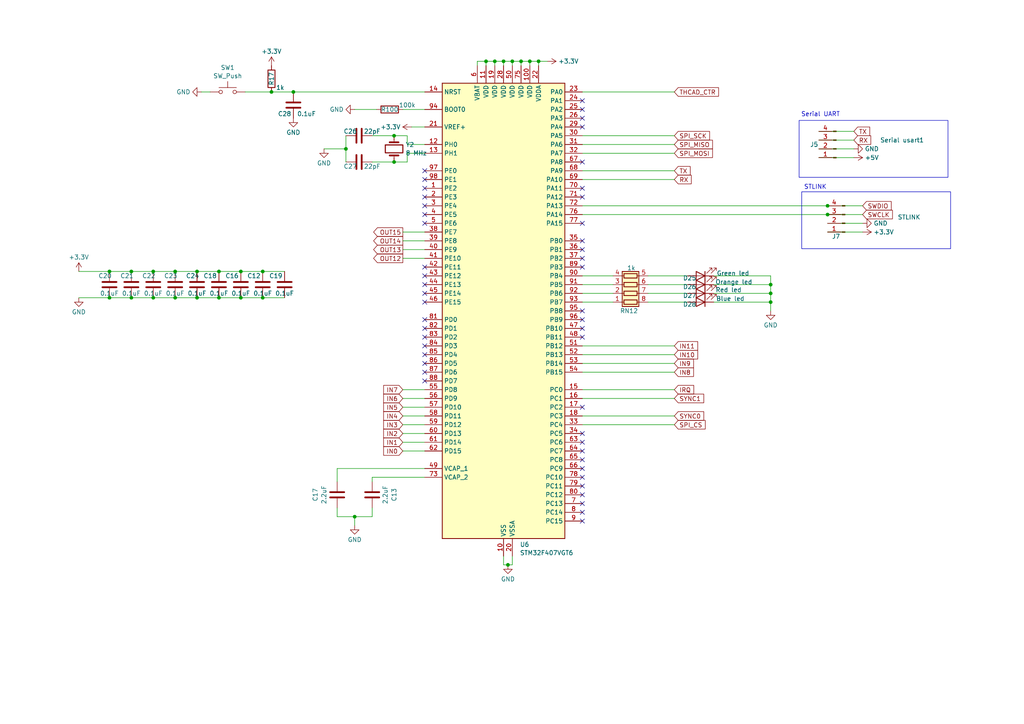
<source format=kicad_sch>
(kicad_sch
	(version 20231120)
	(generator "eeschema")
	(generator_version "8.0")
	(uuid "29d1fc65-591a-4c4e-a1fd-d6076e24f303")
	(paper "A4")
	(title_block
		(title "THCAD reader")
	)
	(lib_symbols
		(symbol "Connector:Conn_01x04_Pin"
			(pin_names
				(offset 1.016) hide)
			(exclude_from_sim no)
			(in_bom yes)
			(on_board yes)
			(property "Reference" "J"
				(at 0 5.08 0)
				(effects
					(font
						(size 1.27 1.27)
					)
				)
			)
			(property "Value" "Conn_01x04_Pin"
				(at 0 -7.62 0)
				(effects
					(font
						(size 1.27 1.27)
					)
				)
			)
			(property "Footprint" ""
				(at 0 0 0)
				(effects
					(font
						(size 1.27 1.27)
					)
					(hide yes)
				)
			)
			(property "Datasheet" "~"
				(at 0 0 0)
				(effects
					(font
						(size 1.27 1.27)
					)
					(hide yes)
				)
			)
			(property "Description" "Generic connector, single row, 01x04, script generated"
				(at 0 0 0)
				(effects
					(font
						(size 1.27 1.27)
					)
					(hide yes)
				)
			)
			(property "ki_locked" ""
				(at 0 0 0)
				(effects
					(font
						(size 1.27 1.27)
					)
				)
			)
			(property "ki_keywords" "connector"
				(at 0 0 0)
				(effects
					(font
						(size 1.27 1.27)
					)
					(hide yes)
				)
			)
			(property "ki_fp_filters" "Connector*:*_1x??_*"
				(at 0 0 0)
				(effects
					(font
						(size 1.27 1.27)
					)
					(hide yes)
				)
			)
			(symbol "Conn_01x04_Pin_1_1"
				(polyline
					(pts
						(xy 1.27 -5.08) (xy 0.8636 -5.08)
					)
					(stroke
						(width 0.1524)
						(type default)
					)
					(fill
						(type none)
					)
				)
				(polyline
					(pts
						(xy 1.27 -2.54) (xy 0.8636 -2.54)
					)
					(stroke
						(width 0.1524)
						(type default)
					)
					(fill
						(type none)
					)
				)
				(polyline
					(pts
						(xy 1.27 0) (xy 0.8636 0)
					)
					(stroke
						(width 0.1524)
						(type default)
					)
					(fill
						(type none)
					)
				)
				(polyline
					(pts
						(xy 1.27 2.54) (xy 0.8636 2.54)
					)
					(stroke
						(width 0.1524)
						(type default)
					)
					(fill
						(type none)
					)
				)
				(rectangle
					(start 0.8636 -4.953)
					(end 0 -5.207)
					(stroke
						(width 0.1524)
						(type default)
					)
					(fill
						(type outline)
					)
				)
				(rectangle
					(start 0.8636 -2.413)
					(end 0 -2.667)
					(stroke
						(width 0.1524)
						(type default)
					)
					(fill
						(type outline)
					)
				)
				(rectangle
					(start 0.8636 0.127)
					(end 0 -0.127)
					(stroke
						(width 0.1524)
						(type default)
					)
					(fill
						(type outline)
					)
				)
				(rectangle
					(start 0.8636 2.667)
					(end 0 2.413)
					(stroke
						(width 0.1524)
						(type default)
					)
					(fill
						(type outline)
					)
				)
				(pin passive line
					(at 5.08 2.54 180)
					(length 3.81)
					(name "Pin_1"
						(effects
							(font
								(size 1.27 1.27)
							)
						)
					)
					(number "1"
						(effects
							(font
								(size 1.27 1.27)
							)
						)
					)
				)
				(pin passive line
					(at 5.08 0 180)
					(length 3.81)
					(name "Pin_2"
						(effects
							(font
								(size 1.27 1.27)
							)
						)
					)
					(number "2"
						(effects
							(font
								(size 1.27 1.27)
							)
						)
					)
				)
				(pin passive line
					(at 5.08 -2.54 180)
					(length 3.81)
					(name "Pin_3"
						(effects
							(font
								(size 1.27 1.27)
							)
						)
					)
					(number "3"
						(effects
							(font
								(size 1.27 1.27)
							)
						)
					)
				)
				(pin passive line
					(at 5.08 -5.08 180)
					(length 3.81)
					(name "Pin_4"
						(effects
							(font
								(size 1.27 1.27)
							)
						)
					)
					(number "4"
						(effects
							(font
								(size 1.27 1.27)
							)
						)
					)
				)
			)
		)
		(symbol "Device:C"
			(pin_numbers hide)
			(pin_names
				(offset 0.254)
			)
			(exclude_from_sim no)
			(in_bom yes)
			(on_board yes)
			(property "Reference" "C"
				(at 0.635 2.54 0)
				(effects
					(font
						(size 1.27 1.27)
					)
					(justify left)
				)
			)
			(property "Value" "C"
				(at 0.635 -2.54 0)
				(effects
					(font
						(size 1.27 1.27)
					)
					(justify left)
				)
			)
			(property "Footprint" ""
				(at 0.9652 -3.81 0)
				(effects
					(font
						(size 1.27 1.27)
					)
					(hide yes)
				)
			)
			(property "Datasheet" "~"
				(at 0 0 0)
				(effects
					(font
						(size 1.27 1.27)
					)
					(hide yes)
				)
			)
			(property "Description" "Unpolarized capacitor"
				(at 0 0 0)
				(effects
					(font
						(size 1.27 1.27)
					)
					(hide yes)
				)
			)
			(property "ki_keywords" "cap capacitor"
				(at 0 0 0)
				(effects
					(font
						(size 1.27 1.27)
					)
					(hide yes)
				)
			)
			(property "ki_fp_filters" "C_*"
				(at 0 0 0)
				(effects
					(font
						(size 1.27 1.27)
					)
					(hide yes)
				)
			)
			(symbol "C_0_1"
				(polyline
					(pts
						(xy -2.032 -0.762) (xy 2.032 -0.762)
					)
					(stroke
						(width 0.508)
						(type default)
					)
					(fill
						(type none)
					)
				)
				(polyline
					(pts
						(xy -2.032 0.762) (xy 2.032 0.762)
					)
					(stroke
						(width 0.508)
						(type default)
					)
					(fill
						(type none)
					)
				)
			)
			(symbol "C_1_1"
				(pin passive line
					(at 0 3.81 270)
					(length 2.794)
					(name "~"
						(effects
							(font
								(size 1.27 1.27)
							)
						)
					)
					(number "1"
						(effects
							(font
								(size 1.27 1.27)
							)
						)
					)
				)
				(pin passive line
					(at 0 -3.81 90)
					(length 2.794)
					(name "~"
						(effects
							(font
								(size 1.27 1.27)
							)
						)
					)
					(number "2"
						(effects
							(font
								(size 1.27 1.27)
							)
						)
					)
				)
			)
		)
		(symbol "Device:Crystal"
			(pin_numbers hide)
			(pin_names
				(offset 1.016) hide)
			(exclude_from_sim no)
			(in_bom yes)
			(on_board yes)
			(property "Reference" "Y"
				(at 0 3.81 0)
				(effects
					(font
						(size 1.27 1.27)
					)
				)
			)
			(property "Value" "Crystal"
				(at 0 -3.81 0)
				(effects
					(font
						(size 1.27 1.27)
					)
				)
			)
			(property "Footprint" ""
				(at 0 0 0)
				(effects
					(font
						(size 1.27 1.27)
					)
					(hide yes)
				)
			)
			(property "Datasheet" "~"
				(at 0 0 0)
				(effects
					(font
						(size 1.27 1.27)
					)
					(hide yes)
				)
			)
			(property "Description" "Two pin crystal"
				(at 0 0 0)
				(effects
					(font
						(size 1.27 1.27)
					)
					(hide yes)
				)
			)
			(property "ki_keywords" "quartz ceramic resonator oscillator"
				(at 0 0 0)
				(effects
					(font
						(size 1.27 1.27)
					)
					(hide yes)
				)
			)
			(property "ki_fp_filters" "Crystal*"
				(at 0 0 0)
				(effects
					(font
						(size 1.27 1.27)
					)
					(hide yes)
				)
			)
			(symbol "Crystal_0_1"
				(rectangle
					(start -1.143 2.54)
					(end 1.143 -2.54)
					(stroke
						(width 0.3048)
						(type default)
					)
					(fill
						(type none)
					)
				)
				(polyline
					(pts
						(xy -2.54 0) (xy -1.905 0)
					)
					(stroke
						(width 0)
						(type default)
					)
					(fill
						(type none)
					)
				)
				(polyline
					(pts
						(xy -1.905 -1.27) (xy -1.905 1.27)
					)
					(stroke
						(width 0.508)
						(type default)
					)
					(fill
						(type none)
					)
				)
				(polyline
					(pts
						(xy 1.905 -1.27) (xy 1.905 1.27)
					)
					(stroke
						(width 0.508)
						(type default)
					)
					(fill
						(type none)
					)
				)
				(polyline
					(pts
						(xy 2.54 0) (xy 1.905 0)
					)
					(stroke
						(width 0)
						(type default)
					)
					(fill
						(type none)
					)
				)
			)
			(symbol "Crystal_1_1"
				(pin passive line
					(at -3.81 0 0)
					(length 1.27)
					(name "1"
						(effects
							(font
								(size 1.27 1.27)
							)
						)
					)
					(number "1"
						(effects
							(font
								(size 1.27 1.27)
							)
						)
					)
				)
				(pin passive line
					(at 3.81 0 180)
					(length 1.27)
					(name "2"
						(effects
							(font
								(size 1.27 1.27)
							)
						)
					)
					(number "2"
						(effects
							(font
								(size 1.27 1.27)
							)
						)
					)
				)
			)
		)
		(symbol "Device:LED"
			(pin_numbers hide)
			(pin_names
				(offset 1.016) hide)
			(exclude_from_sim no)
			(in_bom yes)
			(on_board yes)
			(property "Reference" "D"
				(at 0 2.54 0)
				(effects
					(font
						(size 1.27 1.27)
					)
				)
			)
			(property "Value" "LED"
				(at 0 -2.54 0)
				(effects
					(font
						(size 1.27 1.27)
					)
				)
			)
			(property "Footprint" ""
				(at 0 0 0)
				(effects
					(font
						(size 1.27 1.27)
					)
					(hide yes)
				)
			)
			(property "Datasheet" "~"
				(at 0 0 0)
				(effects
					(font
						(size 1.27 1.27)
					)
					(hide yes)
				)
			)
			(property "Description" "Light emitting diode"
				(at 0 0 0)
				(effects
					(font
						(size 1.27 1.27)
					)
					(hide yes)
				)
			)
			(property "ki_keywords" "LED diode"
				(at 0 0 0)
				(effects
					(font
						(size 1.27 1.27)
					)
					(hide yes)
				)
			)
			(property "ki_fp_filters" "LED* LED_SMD:* LED_THT:*"
				(at 0 0 0)
				(effects
					(font
						(size 1.27 1.27)
					)
					(hide yes)
				)
			)
			(symbol "LED_0_1"
				(polyline
					(pts
						(xy -1.27 -1.27) (xy -1.27 1.27)
					)
					(stroke
						(width 0.254)
						(type default)
					)
					(fill
						(type none)
					)
				)
				(polyline
					(pts
						(xy -1.27 0) (xy 1.27 0)
					)
					(stroke
						(width 0)
						(type default)
					)
					(fill
						(type none)
					)
				)
				(polyline
					(pts
						(xy 1.27 -1.27) (xy 1.27 1.27) (xy -1.27 0) (xy 1.27 -1.27)
					)
					(stroke
						(width 0.254)
						(type default)
					)
					(fill
						(type none)
					)
				)
				(polyline
					(pts
						(xy -3.048 -0.762) (xy -4.572 -2.286) (xy -3.81 -2.286) (xy -4.572 -2.286) (xy -4.572 -1.524)
					)
					(stroke
						(width 0)
						(type default)
					)
					(fill
						(type none)
					)
				)
				(polyline
					(pts
						(xy -1.778 -0.762) (xy -3.302 -2.286) (xy -2.54 -2.286) (xy -3.302 -2.286) (xy -3.302 -1.524)
					)
					(stroke
						(width 0)
						(type default)
					)
					(fill
						(type none)
					)
				)
			)
			(symbol "LED_1_1"
				(pin passive line
					(at -3.81 0 0)
					(length 2.54)
					(name "K"
						(effects
							(font
								(size 1.27 1.27)
							)
						)
					)
					(number "1"
						(effects
							(font
								(size 1.27 1.27)
							)
						)
					)
				)
				(pin passive line
					(at 3.81 0 180)
					(length 2.54)
					(name "A"
						(effects
							(font
								(size 1.27 1.27)
							)
						)
					)
					(number "2"
						(effects
							(font
								(size 1.27 1.27)
							)
						)
					)
				)
			)
		)
		(symbol "Device:R"
			(pin_numbers hide)
			(pin_names
				(offset 0)
			)
			(exclude_from_sim no)
			(in_bom yes)
			(on_board yes)
			(property "Reference" "R"
				(at 2.032 0 90)
				(effects
					(font
						(size 1.27 1.27)
					)
				)
			)
			(property "Value" "R"
				(at 0 0 90)
				(effects
					(font
						(size 1.27 1.27)
					)
				)
			)
			(property "Footprint" ""
				(at -1.778 0 90)
				(effects
					(font
						(size 1.27 1.27)
					)
					(hide yes)
				)
			)
			(property "Datasheet" "~"
				(at 0 0 0)
				(effects
					(font
						(size 1.27 1.27)
					)
					(hide yes)
				)
			)
			(property "Description" "Resistor"
				(at 0 0 0)
				(effects
					(font
						(size 1.27 1.27)
					)
					(hide yes)
				)
			)
			(property "ki_keywords" "R res resistor"
				(at 0 0 0)
				(effects
					(font
						(size 1.27 1.27)
					)
					(hide yes)
				)
			)
			(property "ki_fp_filters" "R_*"
				(at 0 0 0)
				(effects
					(font
						(size 1.27 1.27)
					)
					(hide yes)
				)
			)
			(symbol "R_0_1"
				(rectangle
					(start -1.016 -2.54)
					(end 1.016 2.54)
					(stroke
						(width 0.254)
						(type default)
					)
					(fill
						(type none)
					)
				)
			)
			(symbol "R_1_1"
				(pin passive line
					(at 0 3.81 270)
					(length 1.27)
					(name "~"
						(effects
							(font
								(size 1.27 1.27)
							)
						)
					)
					(number "1"
						(effects
							(font
								(size 1.27 1.27)
							)
						)
					)
				)
				(pin passive line
					(at 0 -3.81 90)
					(length 1.27)
					(name "~"
						(effects
							(font
								(size 1.27 1.27)
							)
						)
					)
					(number "2"
						(effects
							(font
								(size 1.27 1.27)
							)
						)
					)
				)
			)
		)
		(symbol "Device:R_Pack04"
			(pin_names
				(offset 0) hide)
			(exclude_from_sim no)
			(in_bom yes)
			(on_board yes)
			(property "Reference" "RN"
				(at -7.62 0 90)
				(effects
					(font
						(size 1.27 1.27)
					)
				)
			)
			(property "Value" "R_Pack04"
				(at 5.08 0 90)
				(effects
					(font
						(size 1.27 1.27)
					)
				)
			)
			(property "Footprint" ""
				(at 6.985 0 90)
				(effects
					(font
						(size 1.27 1.27)
					)
					(hide yes)
				)
			)
			(property "Datasheet" "~"
				(at 0 0 0)
				(effects
					(font
						(size 1.27 1.27)
					)
					(hide yes)
				)
			)
			(property "Description" "4 resistor network, parallel topology"
				(at 0 0 0)
				(effects
					(font
						(size 1.27 1.27)
					)
					(hide yes)
				)
			)
			(property "ki_keywords" "R network parallel topology isolated"
				(at 0 0 0)
				(effects
					(font
						(size 1.27 1.27)
					)
					(hide yes)
				)
			)
			(property "ki_fp_filters" "DIP* SOIC* R*Array*Concave* R*Array*Convex* MSOP*"
				(at 0 0 0)
				(effects
					(font
						(size 1.27 1.27)
					)
					(hide yes)
				)
			)
			(symbol "R_Pack04_0_1"
				(rectangle
					(start -6.35 -2.413)
					(end 3.81 2.413)
					(stroke
						(width 0.254)
						(type default)
					)
					(fill
						(type background)
					)
				)
				(rectangle
					(start -5.715 1.905)
					(end -4.445 -1.905)
					(stroke
						(width 0.254)
						(type default)
					)
					(fill
						(type none)
					)
				)
				(rectangle
					(start -3.175 1.905)
					(end -1.905 -1.905)
					(stroke
						(width 0.254)
						(type default)
					)
					(fill
						(type none)
					)
				)
				(rectangle
					(start -0.635 1.905)
					(end 0.635 -1.905)
					(stroke
						(width 0.254)
						(type default)
					)
					(fill
						(type none)
					)
				)
				(polyline
					(pts
						(xy -5.08 -2.54) (xy -5.08 -1.905)
					)
					(stroke
						(width 0)
						(type default)
					)
					(fill
						(type none)
					)
				)
				(polyline
					(pts
						(xy -5.08 1.905) (xy -5.08 2.54)
					)
					(stroke
						(width 0)
						(type default)
					)
					(fill
						(type none)
					)
				)
				(polyline
					(pts
						(xy -2.54 -2.54) (xy -2.54 -1.905)
					)
					(stroke
						(width 0)
						(type default)
					)
					(fill
						(type none)
					)
				)
				(polyline
					(pts
						(xy -2.54 1.905) (xy -2.54 2.54)
					)
					(stroke
						(width 0)
						(type default)
					)
					(fill
						(type none)
					)
				)
				(polyline
					(pts
						(xy 0 -2.54) (xy 0 -1.905)
					)
					(stroke
						(width 0)
						(type default)
					)
					(fill
						(type none)
					)
				)
				(polyline
					(pts
						(xy 0 1.905) (xy 0 2.54)
					)
					(stroke
						(width 0)
						(type default)
					)
					(fill
						(type none)
					)
				)
				(polyline
					(pts
						(xy 2.54 -2.54) (xy 2.54 -1.905)
					)
					(stroke
						(width 0)
						(type default)
					)
					(fill
						(type none)
					)
				)
				(polyline
					(pts
						(xy 2.54 1.905) (xy 2.54 2.54)
					)
					(stroke
						(width 0)
						(type default)
					)
					(fill
						(type none)
					)
				)
				(rectangle
					(start 1.905 1.905)
					(end 3.175 -1.905)
					(stroke
						(width 0.254)
						(type default)
					)
					(fill
						(type none)
					)
				)
			)
			(symbol "R_Pack04_1_1"
				(pin passive line
					(at -5.08 -5.08 90)
					(length 2.54)
					(name "R1.1"
						(effects
							(font
								(size 1.27 1.27)
							)
						)
					)
					(number "1"
						(effects
							(font
								(size 1.27 1.27)
							)
						)
					)
				)
				(pin passive line
					(at -2.54 -5.08 90)
					(length 2.54)
					(name "R2.1"
						(effects
							(font
								(size 1.27 1.27)
							)
						)
					)
					(number "2"
						(effects
							(font
								(size 1.27 1.27)
							)
						)
					)
				)
				(pin passive line
					(at 0 -5.08 90)
					(length 2.54)
					(name "R3.1"
						(effects
							(font
								(size 1.27 1.27)
							)
						)
					)
					(number "3"
						(effects
							(font
								(size 1.27 1.27)
							)
						)
					)
				)
				(pin passive line
					(at 2.54 -5.08 90)
					(length 2.54)
					(name "R4.1"
						(effects
							(font
								(size 1.27 1.27)
							)
						)
					)
					(number "4"
						(effects
							(font
								(size 1.27 1.27)
							)
						)
					)
				)
				(pin passive line
					(at 2.54 5.08 270)
					(length 2.54)
					(name "R4.2"
						(effects
							(font
								(size 1.27 1.27)
							)
						)
					)
					(number "5"
						(effects
							(font
								(size 1.27 1.27)
							)
						)
					)
				)
				(pin passive line
					(at 0 5.08 270)
					(length 2.54)
					(name "R3.2"
						(effects
							(font
								(size 1.27 1.27)
							)
						)
					)
					(number "6"
						(effects
							(font
								(size 1.27 1.27)
							)
						)
					)
				)
				(pin passive line
					(at -2.54 5.08 270)
					(length 2.54)
					(name "R2.2"
						(effects
							(font
								(size 1.27 1.27)
							)
						)
					)
					(number "7"
						(effects
							(font
								(size 1.27 1.27)
							)
						)
					)
				)
				(pin passive line
					(at -5.08 5.08 270)
					(length 2.54)
					(name "R1.2"
						(effects
							(font
								(size 1.27 1.27)
							)
						)
					)
					(number "8"
						(effects
							(font
								(size 1.27 1.27)
							)
						)
					)
				)
			)
		)
		(symbol "MCU_ST_STM32F4:STM32F407VGTx"
			(exclude_from_sim no)
			(in_bom yes)
			(on_board yes)
			(property "Reference" "U"
				(at -17.78 67.31 0)
				(effects
					(font
						(size 1.27 1.27)
					)
					(justify left)
				)
			)
			(property "Value" "STM32F407VGTx"
				(at 12.7 67.31 0)
				(effects
					(font
						(size 1.27 1.27)
					)
					(justify left)
				)
			)
			(property "Footprint" "Package_QFP:LQFP-100_14x14mm_P0.5mm"
				(at -17.78 -66.04 0)
				(effects
					(font
						(size 1.27 1.27)
					)
					(justify right)
					(hide yes)
				)
			)
			(property "Datasheet" "https://www.st.com/resource/en/datasheet/stm32f407vg.pdf"
				(at 0 0 0)
				(effects
					(font
						(size 1.27 1.27)
					)
					(hide yes)
				)
			)
			(property "Description" "STMicroelectronics Arm Cortex-M4 MCU, 1024KB flash, 192KB RAM, 168 MHz, 1.8-3.6V, 82 GPIO, LQFP100"
				(at 0 0 0)
				(effects
					(font
						(size 1.27 1.27)
					)
					(hide yes)
				)
			)
			(property "ki_locked" ""
				(at 0 0 0)
				(effects
					(font
						(size 1.27 1.27)
					)
				)
			)
			(property "ki_keywords" "Arm Cortex-M4 STM32F4 STM32F407/417"
				(at 0 0 0)
				(effects
					(font
						(size 1.27 1.27)
					)
					(hide yes)
				)
			)
			(property "ki_fp_filters" "LQFP*14x14mm*P0.5mm*"
				(at 0 0 0)
				(effects
					(font
						(size 1.27 1.27)
					)
					(hide yes)
				)
			)
			(symbol "STM32F407VGTx_0_1"
				(rectangle
					(start -17.78 -66.04)
					(end 17.78 66.04)
					(stroke
						(width 0.254)
						(type default)
					)
					(fill
						(type background)
					)
				)
			)
			(symbol "STM32F407VGTx_1_1"
				(pin bidirectional line
					(at -22.86 35.56 0)
					(length 5.08)
					(name "PE2"
						(effects
							(font
								(size 1.27 1.27)
							)
						)
					)
					(number "1"
						(effects
							(font
								(size 1.27 1.27)
							)
						)
					)
					(alternate "ETH_TXD3" bidirectional line)
					(alternate "FSMC_A23" bidirectional line)
					(alternate "SYS_TRACECLK" bidirectional line)
				)
				(pin power_in line
					(at 0 -71.12 90)
					(length 5.08)
					(name "VSS"
						(effects
							(font
								(size 1.27 1.27)
							)
						)
					)
					(number "10"
						(effects
							(font
								(size 1.27 1.27)
							)
						)
					)
				)
				(pin power_in line
					(at 7.62 71.12 270)
					(length 5.08)
					(name "VDD"
						(effects
							(font
								(size 1.27 1.27)
							)
						)
					)
					(number "100"
						(effects
							(font
								(size 1.27 1.27)
							)
						)
					)
				)
				(pin power_in line
					(at -5.08 71.12 270)
					(length 5.08)
					(name "VDD"
						(effects
							(font
								(size 1.27 1.27)
							)
						)
					)
					(number "11"
						(effects
							(font
								(size 1.27 1.27)
							)
						)
					)
				)
				(pin bidirectional line
					(at -22.86 48.26 0)
					(length 5.08)
					(name "PH0"
						(effects
							(font
								(size 1.27 1.27)
							)
						)
					)
					(number "12"
						(effects
							(font
								(size 1.27 1.27)
							)
						)
					)
					(alternate "RCC_OSC_IN" bidirectional line)
				)
				(pin bidirectional line
					(at -22.86 45.72 0)
					(length 5.08)
					(name "PH1"
						(effects
							(font
								(size 1.27 1.27)
							)
						)
					)
					(number "13"
						(effects
							(font
								(size 1.27 1.27)
							)
						)
					)
					(alternate "RCC_OSC_OUT" bidirectional line)
				)
				(pin input line
					(at -22.86 63.5 0)
					(length 5.08)
					(name "NRST"
						(effects
							(font
								(size 1.27 1.27)
							)
						)
					)
					(number "14"
						(effects
							(font
								(size 1.27 1.27)
							)
						)
					)
				)
				(pin bidirectional line
					(at 22.86 -22.86 180)
					(length 5.08)
					(name "PC0"
						(effects
							(font
								(size 1.27 1.27)
							)
						)
					)
					(number "15"
						(effects
							(font
								(size 1.27 1.27)
							)
						)
					)
					(alternate "ADC1_IN10" bidirectional line)
					(alternate "ADC2_IN10" bidirectional line)
					(alternate "ADC3_IN10" bidirectional line)
					(alternate "USB_OTG_HS_ULPI_STP" bidirectional line)
				)
				(pin bidirectional line
					(at 22.86 -25.4 180)
					(length 5.08)
					(name "PC1"
						(effects
							(font
								(size 1.27 1.27)
							)
						)
					)
					(number "16"
						(effects
							(font
								(size 1.27 1.27)
							)
						)
					)
					(alternate "ADC1_IN11" bidirectional line)
					(alternate "ADC2_IN11" bidirectional line)
					(alternate "ADC3_IN11" bidirectional line)
					(alternate "ETH_MDC" bidirectional line)
				)
				(pin bidirectional line
					(at 22.86 -27.94 180)
					(length 5.08)
					(name "PC2"
						(effects
							(font
								(size 1.27 1.27)
							)
						)
					)
					(number "17"
						(effects
							(font
								(size 1.27 1.27)
							)
						)
					)
					(alternate "ADC1_IN12" bidirectional line)
					(alternate "ADC2_IN12" bidirectional line)
					(alternate "ADC3_IN12" bidirectional line)
					(alternate "ETH_TXD2" bidirectional line)
					(alternate "I2S2_ext_SD" bidirectional line)
					(alternate "SPI2_MISO" bidirectional line)
					(alternate "USB_OTG_HS_ULPI_DIR" bidirectional line)
				)
				(pin bidirectional line
					(at 22.86 -30.48 180)
					(length 5.08)
					(name "PC3"
						(effects
							(font
								(size 1.27 1.27)
							)
						)
					)
					(number "18"
						(effects
							(font
								(size 1.27 1.27)
							)
						)
					)
					(alternate "ADC1_IN13" bidirectional line)
					(alternate "ADC2_IN13" bidirectional line)
					(alternate "ADC3_IN13" bidirectional line)
					(alternate "ETH_TX_CLK" bidirectional line)
					(alternate "I2S2_SD" bidirectional line)
					(alternate "SPI2_MOSI" bidirectional line)
					(alternate "USB_OTG_HS_ULPI_NXT" bidirectional line)
				)
				(pin power_in line
					(at -2.54 71.12 270)
					(length 5.08)
					(name "VDD"
						(effects
							(font
								(size 1.27 1.27)
							)
						)
					)
					(number "19"
						(effects
							(font
								(size 1.27 1.27)
							)
						)
					)
				)
				(pin bidirectional line
					(at -22.86 33.02 0)
					(length 5.08)
					(name "PE3"
						(effects
							(font
								(size 1.27 1.27)
							)
						)
					)
					(number "2"
						(effects
							(font
								(size 1.27 1.27)
							)
						)
					)
					(alternate "FSMC_A19" bidirectional line)
					(alternate "SYS_TRACED0" bidirectional line)
				)
				(pin power_in line
					(at 2.54 -71.12 90)
					(length 5.08)
					(name "VSSA"
						(effects
							(font
								(size 1.27 1.27)
							)
						)
					)
					(number "20"
						(effects
							(font
								(size 1.27 1.27)
							)
						)
					)
				)
				(pin input line
					(at -22.86 53.34 0)
					(length 5.08)
					(name "VREF+"
						(effects
							(font
								(size 1.27 1.27)
							)
						)
					)
					(number "21"
						(effects
							(font
								(size 1.27 1.27)
							)
						)
					)
				)
				(pin power_in line
					(at 10.16 71.12 270)
					(length 5.08)
					(name "VDDA"
						(effects
							(font
								(size 1.27 1.27)
							)
						)
					)
					(number "22"
						(effects
							(font
								(size 1.27 1.27)
							)
						)
					)
				)
				(pin bidirectional line
					(at 22.86 63.5 180)
					(length 5.08)
					(name "PA0"
						(effects
							(font
								(size 1.27 1.27)
							)
						)
					)
					(number "23"
						(effects
							(font
								(size 1.27 1.27)
							)
						)
					)
					(alternate "ADC1_IN0" bidirectional line)
					(alternate "ADC2_IN0" bidirectional line)
					(alternate "ADC3_IN0" bidirectional line)
					(alternate "ETH_CRS" bidirectional line)
					(alternate "SYS_WKUP" bidirectional line)
					(alternate "TIM2_CH1" bidirectional line)
					(alternate "TIM2_ETR" bidirectional line)
					(alternate "TIM5_CH1" bidirectional line)
					(alternate "TIM8_ETR" bidirectional line)
					(alternate "UART4_TX" bidirectional line)
					(alternate "USART2_CTS" bidirectional line)
				)
				(pin bidirectional line
					(at 22.86 60.96 180)
					(length 5.08)
					(name "PA1"
						(effects
							(font
								(size 1.27 1.27)
							)
						)
					)
					(number "24"
						(effects
							(font
								(size 1.27 1.27)
							)
						)
					)
					(alternate "ADC1_IN1" bidirectional line)
					(alternate "ADC2_IN1" bidirectional line)
					(alternate "ADC3_IN1" bidirectional line)
					(alternate "ETH_REF_CLK" bidirectional line)
					(alternate "ETH_RX_CLK" bidirectional line)
					(alternate "TIM2_CH2" bidirectional line)
					(alternate "TIM5_CH2" bidirectional line)
					(alternate "UART4_RX" bidirectional line)
					(alternate "USART2_RTS" bidirectional line)
				)
				(pin bidirectional line
					(at 22.86 58.42 180)
					(length 5.08)
					(name "PA2"
						(effects
							(font
								(size 1.27 1.27)
							)
						)
					)
					(number "25"
						(effects
							(font
								(size 1.27 1.27)
							)
						)
					)
					(alternate "ADC1_IN2" bidirectional line)
					(alternate "ADC2_IN2" bidirectional line)
					(alternate "ADC3_IN2" bidirectional line)
					(alternate "ETH_MDIO" bidirectional line)
					(alternate "TIM2_CH3" bidirectional line)
					(alternate "TIM5_CH3" bidirectional line)
					(alternate "TIM9_CH1" bidirectional line)
					(alternate "USART2_TX" bidirectional line)
				)
				(pin bidirectional line
					(at 22.86 55.88 180)
					(length 5.08)
					(name "PA3"
						(effects
							(font
								(size 1.27 1.27)
							)
						)
					)
					(number "26"
						(effects
							(font
								(size 1.27 1.27)
							)
						)
					)
					(alternate "ADC1_IN3" bidirectional line)
					(alternate "ADC2_IN3" bidirectional line)
					(alternate "ADC3_IN3" bidirectional line)
					(alternate "ETH_COL" bidirectional line)
					(alternate "TIM2_CH4" bidirectional line)
					(alternate "TIM5_CH4" bidirectional line)
					(alternate "TIM9_CH2" bidirectional line)
					(alternate "USART2_RX" bidirectional line)
					(alternate "USB_OTG_HS_ULPI_D0" bidirectional line)
				)
				(pin passive line
					(at 0 -71.12 90)
					(length 5.08) hide
					(name "VSS"
						(effects
							(font
								(size 1.27 1.27)
							)
						)
					)
					(number "27"
						(effects
							(font
								(size 1.27 1.27)
							)
						)
					)
				)
				(pin power_in line
					(at 0 71.12 270)
					(length 5.08)
					(name "VDD"
						(effects
							(font
								(size 1.27 1.27)
							)
						)
					)
					(number "28"
						(effects
							(font
								(size 1.27 1.27)
							)
						)
					)
				)
				(pin bidirectional line
					(at 22.86 53.34 180)
					(length 5.08)
					(name "PA4"
						(effects
							(font
								(size 1.27 1.27)
							)
						)
					)
					(number "29"
						(effects
							(font
								(size 1.27 1.27)
							)
						)
					)
					(alternate "ADC1_IN4" bidirectional line)
					(alternate "ADC2_IN4" bidirectional line)
					(alternate "DAC_OUT1" bidirectional line)
					(alternate "DCMI_HSYNC" bidirectional line)
					(alternate "I2S3_WS" bidirectional line)
					(alternate "SPI1_NSS" bidirectional line)
					(alternate "SPI3_NSS" bidirectional line)
					(alternate "USART2_CK" bidirectional line)
					(alternate "USB_OTG_HS_SOF" bidirectional line)
				)
				(pin bidirectional line
					(at -22.86 30.48 0)
					(length 5.08)
					(name "PE4"
						(effects
							(font
								(size 1.27 1.27)
							)
						)
					)
					(number "3"
						(effects
							(font
								(size 1.27 1.27)
							)
						)
					)
					(alternate "DCMI_D4" bidirectional line)
					(alternate "FSMC_A20" bidirectional line)
					(alternate "SYS_TRACED1" bidirectional line)
				)
				(pin bidirectional line
					(at 22.86 50.8 180)
					(length 5.08)
					(name "PA5"
						(effects
							(font
								(size 1.27 1.27)
							)
						)
					)
					(number "30"
						(effects
							(font
								(size 1.27 1.27)
							)
						)
					)
					(alternate "ADC1_IN5" bidirectional line)
					(alternate "ADC2_IN5" bidirectional line)
					(alternate "DAC_OUT2" bidirectional line)
					(alternate "SPI1_SCK" bidirectional line)
					(alternate "TIM2_CH1" bidirectional line)
					(alternate "TIM2_ETR" bidirectional line)
					(alternate "TIM8_CH1N" bidirectional line)
					(alternate "USB_OTG_HS_ULPI_CK" bidirectional line)
				)
				(pin bidirectional line
					(at 22.86 48.26 180)
					(length 5.08)
					(name "PA6"
						(effects
							(font
								(size 1.27 1.27)
							)
						)
					)
					(number "31"
						(effects
							(font
								(size 1.27 1.27)
							)
						)
					)
					(alternate "ADC1_IN6" bidirectional line)
					(alternate "ADC2_IN6" bidirectional line)
					(alternate "DCMI_PIXCLK" bidirectional line)
					(alternate "SPI1_MISO" bidirectional line)
					(alternate "TIM13_CH1" bidirectional line)
					(alternate "TIM1_BKIN" bidirectional line)
					(alternate "TIM3_CH1" bidirectional line)
					(alternate "TIM8_BKIN" bidirectional line)
				)
				(pin bidirectional line
					(at 22.86 45.72 180)
					(length 5.08)
					(name "PA7"
						(effects
							(font
								(size 1.27 1.27)
							)
						)
					)
					(number "32"
						(effects
							(font
								(size 1.27 1.27)
							)
						)
					)
					(alternate "ADC1_IN7" bidirectional line)
					(alternate "ADC2_IN7" bidirectional line)
					(alternate "ETH_CRS_DV" bidirectional line)
					(alternate "ETH_RX_DV" bidirectional line)
					(alternate "SPI1_MOSI" bidirectional line)
					(alternate "TIM14_CH1" bidirectional line)
					(alternate "TIM1_CH1N" bidirectional line)
					(alternate "TIM3_CH2" bidirectional line)
					(alternate "TIM8_CH1N" bidirectional line)
				)
				(pin bidirectional line
					(at 22.86 -33.02 180)
					(length 5.08)
					(name "PC4"
						(effects
							(font
								(size 1.27 1.27)
							)
						)
					)
					(number "33"
						(effects
							(font
								(size 1.27 1.27)
							)
						)
					)
					(alternate "ADC1_IN14" bidirectional line)
					(alternate "ADC2_IN14" bidirectional line)
					(alternate "ETH_RXD0" bidirectional line)
				)
				(pin bidirectional line
					(at 22.86 -35.56 180)
					(length 5.08)
					(name "PC5"
						(effects
							(font
								(size 1.27 1.27)
							)
						)
					)
					(number "34"
						(effects
							(font
								(size 1.27 1.27)
							)
						)
					)
					(alternate "ADC1_IN15" bidirectional line)
					(alternate "ADC2_IN15" bidirectional line)
					(alternate "ETH_RXD1" bidirectional line)
				)
				(pin bidirectional line
					(at 22.86 20.32 180)
					(length 5.08)
					(name "PB0"
						(effects
							(font
								(size 1.27 1.27)
							)
						)
					)
					(number "35"
						(effects
							(font
								(size 1.27 1.27)
							)
						)
					)
					(alternate "ADC1_IN8" bidirectional line)
					(alternate "ADC2_IN8" bidirectional line)
					(alternate "ETH_RXD2" bidirectional line)
					(alternate "TIM1_CH2N" bidirectional line)
					(alternate "TIM3_CH3" bidirectional line)
					(alternate "TIM8_CH2N" bidirectional line)
					(alternate "USB_OTG_HS_ULPI_D1" bidirectional line)
				)
				(pin bidirectional line
					(at 22.86 17.78 180)
					(length 5.08)
					(name "PB1"
						(effects
							(font
								(size 1.27 1.27)
							)
						)
					)
					(number "36"
						(effects
							(font
								(size 1.27 1.27)
							)
						)
					)
					(alternate "ADC1_IN9" bidirectional line)
					(alternate "ADC2_IN9" bidirectional line)
					(alternate "ETH_RXD3" bidirectional line)
					(alternate "TIM1_CH3N" bidirectional line)
					(alternate "TIM3_CH4" bidirectional line)
					(alternate "TIM8_CH3N" bidirectional line)
					(alternate "USB_OTG_HS_ULPI_D2" bidirectional line)
				)
				(pin bidirectional line
					(at 22.86 15.24 180)
					(length 5.08)
					(name "PB2"
						(effects
							(font
								(size 1.27 1.27)
							)
						)
					)
					(number "37"
						(effects
							(font
								(size 1.27 1.27)
							)
						)
					)
				)
				(pin bidirectional line
					(at -22.86 22.86 0)
					(length 5.08)
					(name "PE7"
						(effects
							(font
								(size 1.27 1.27)
							)
						)
					)
					(number "38"
						(effects
							(font
								(size 1.27 1.27)
							)
						)
					)
					(alternate "FSMC_D4" bidirectional line)
					(alternate "FSMC_DA4" bidirectional line)
					(alternate "TIM1_ETR" bidirectional line)
				)
				(pin bidirectional line
					(at -22.86 20.32 0)
					(length 5.08)
					(name "PE8"
						(effects
							(font
								(size 1.27 1.27)
							)
						)
					)
					(number "39"
						(effects
							(font
								(size 1.27 1.27)
							)
						)
					)
					(alternate "FSMC_D5" bidirectional line)
					(alternate "FSMC_DA5" bidirectional line)
					(alternate "TIM1_CH1N" bidirectional line)
				)
				(pin bidirectional line
					(at -22.86 27.94 0)
					(length 5.08)
					(name "PE5"
						(effects
							(font
								(size 1.27 1.27)
							)
						)
					)
					(number "4"
						(effects
							(font
								(size 1.27 1.27)
							)
						)
					)
					(alternate "DCMI_D6" bidirectional line)
					(alternate "FSMC_A21" bidirectional line)
					(alternate "SYS_TRACED2" bidirectional line)
					(alternate "TIM9_CH1" bidirectional line)
				)
				(pin bidirectional line
					(at -22.86 17.78 0)
					(length 5.08)
					(name "PE9"
						(effects
							(font
								(size 1.27 1.27)
							)
						)
					)
					(number "40"
						(effects
							(font
								(size 1.27 1.27)
							)
						)
					)
					(alternate "DAC_EXTI9" bidirectional line)
					(alternate "FSMC_D6" bidirectional line)
					(alternate "FSMC_DA6" bidirectional line)
					(alternate "TIM1_CH1" bidirectional line)
				)
				(pin bidirectional line
					(at -22.86 15.24 0)
					(length 5.08)
					(name "PE10"
						(effects
							(font
								(size 1.27 1.27)
							)
						)
					)
					(number "41"
						(effects
							(font
								(size 1.27 1.27)
							)
						)
					)
					(alternate "FSMC_D7" bidirectional line)
					(alternate "FSMC_DA7" bidirectional line)
					(alternate "TIM1_CH2N" bidirectional line)
				)
				(pin bidirectional line
					(at -22.86 12.7 0)
					(length 5.08)
					(name "PE11"
						(effects
							(font
								(size 1.27 1.27)
							)
						)
					)
					(number "42"
						(effects
							(font
								(size 1.27 1.27)
							)
						)
					)
					(alternate "ADC1_EXTI11" bidirectional line)
					(alternate "ADC2_EXTI11" bidirectional line)
					(alternate "ADC3_EXTI11" bidirectional line)
					(alternate "FSMC_D8" bidirectional line)
					(alternate "FSMC_DA8" bidirectional line)
					(alternate "TIM1_CH2" bidirectional line)
				)
				(pin bidirectional line
					(at -22.86 10.16 0)
					(length 5.08)
					(name "PE12"
						(effects
							(font
								(size 1.27 1.27)
							)
						)
					)
					(number "43"
						(effects
							(font
								(size 1.27 1.27)
							)
						)
					)
					(alternate "FSMC_D9" bidirectional line)
					(alternate "FSMC_DA9" bidirectional line)
					(alternate "TIM1_CH3N" bidirectional line)
				)
				(pin bidirectional line
					(at -22.86 7.62 0)
					(length 5.08)
					(name "PE13"
						(effects
							(font
								(size 1.27 1.27)
							)
						)
					)
					(number "44"
						(effects
							(font
								(size 1.27 1.27)
							)
						)
					)
					(alternate "FSMC_D10" bidirectional line)
					(alternate "FSMC_DA10" bidirectional line)
					(alternate "TIM1_CH3" bidirectional line)
				)
				(pin bidirectional line
					(at -22.86 5.08 0)
					(length 5.08)
					(name "PE14"
						(effects
							(font
								(size 1.27 1.27)
							)
						)
					)
					(number "45"
						(effects
							(font
								(size 1.27 1.27)
							)
						)
					)
					(alternate "FSMC_D11" bidirectional line)
					(alternate "FSMC_DA11" bidirectional line)
					(alternate "TIM1_CH4" bidirectional line)
				)
				(pin bidirectional line
					(at -22.86 2.54 0)
					(length 5.08)
					(name "PE15"
						(effects
							(font
								(size 1.27 1.27)
							)
						)
					)
					(number "46"
						(effects
							(font
								(size 1.27 1.27)
							)
						)
					)
					(alternate "ADC1_EXTI15" bidirectional line)
					(alternate "ADC2_EXTI15" bidirectional line)
					(alternate "ADC3_EXTI15" bidirectional line)
					(alternate "FSMC_D12" bidirectional line)
					(alternate "FSMC_DA12" bidirectional line)
					(alternate "TIM1_BKIN" bidirectional line)
				)
				(pin bidirectional line
					(at 22.86 -5.08 180)
					(length 5.08)
					(name "PB10"
						(effects
							(font
								(size 1.27 1.27)
							)
						)
					)
					(number "47"
						(effects
							(font
								(size 1.27 1.27)
							)
						)
					)
					(alternate "ETH_RX_ER" bidirectional line)
					(alternate "I2C2_SCL" bidirectional line)
					(alternate "I2S2_CK" bidirectional line)
					(alternate "SPI2_SCK" bidirectional line)
					(alternate "TIM2_CH3" bidirectional line)
					(alternate "USART3_TX" bidirectional line)
					(alternate "USB_OTG_HS_ULPI_D3" bidirectional line)
				)
				(pin bidirectional line
					(at 22.86 -7.62 180)
					(length 5.08)
					(name "PB11"
						(effects
							(font
								(size 1.27 1.27)
							)
						)
					)
					(number "48"
						(effects
							(font
								(size 1.27 1.27)
							)
						)
					)
					(alternate "ADC1_EXTI11" bidirectional line)
					(alternate "ADC2_EXTI11" bidirectional line)
					(alternate "ADC3_EXTI11" bidirectional line)
					(alternate "ETH_TX_EN" bidirectional line)
					(alternate "I2C2_SDA" bidirectional line)
					(alternate "TIM2_CH4" bidirectional line)
					(alternate "USART3_RX" bidirectional line)
					(alternate "USB_OTG_HS_ULPI_D4" bidirectional line)
				)
				(pin power_out line
					(at -22.86 -45.72 0)
					(length 5.08)
					(name "VCAP_1"
						(effects
							(font
								(size 1.27 1.27)
							)
						)
					)
					(number "49"
						(effects
							(font
								(size 1.27 1.27)
							)
						)
					)
				)
				(pin bidirectional line
					(at -22.86 25.4 0)
					(length 5.08)
					(name "PE6"
						(effects
							(font
								(size 1.27 1.27)
							)
						)
					)
					(number "5"
						(effects
							(font
								(size 1.27 1.27)
							)
						)
					)
					(alternate "DCMI_D7" bidirectional line)
					(alternate "FSMC_A22" bidirectional line)
					(alternate "SYS_TRACED3" bidirectional line)
					(alternate "TIM9_CH2" bidirectional line)
				)
				(pin power_in line
					(at 2.54 71.12 270)
					(length 5.08)
					(name "VDD"
						(effects
							(font
								(size 1.27 1.27)
							)
						)
					)
					(number "50"
						(effects
							(font
								(size 1.27 1.27)
							)
						)
					)
				)
				(pin bidirectional line
					(at 22.86 -10.16 180)
					(length 5.08)
					(name "PB12"
						(effects
							(font
								(size 1.27 1.27)
							)
						)
					)
					(number "51"
						(effects
							(font
								(size 1.27 1.27)
							)
						)
					)
					(alternate "CAN2_RX" bidirectional line)
					(alternate "ETH_TXD0" bidirectional line)
					(alternate "I2C2_SMBA" bidirectional line)
					(alternate "I2S2_WS" bidirectional line)
					(alternate "SPI2_NSS" bidirectional line)
					(alternate "TIM1_BKIN" bidirectional line)
					(alternate "USART3_CK" bidirectional line)
					(alternate "USB_OTG_HS_ID" bidirectional line)
					(alternate "USB_OTG_HS_ULPI_D5" bidirectional line)
				)
				(pin bidirectional line
					(at 22.86 -12.7 180)
					(length 5.08)
					(name "PB13"
						(effects
							(font
								(size 1.27 1.27)
							)
						)
					)
					(number "52"
						(effects
							(font
								(size 1.27 1.27)
							)
						)
					)
					(alternate "CAN2_TX" bidirectional line)
					(alternate "ETH_TXD1" bidirectional line)
					(alternate "I2S2_CK" bidirectional line)
					(alternate "SPI2_SCK" bidirectional line)
					(alternate "TIM1_CH1N" bidirectional line)
					(alternate "USART3_CTS" bidirectional line)
					(alternate "USB_OTG_HS_ULPI_D6" bidirectional line)
					(alternate "USB_OTG_HS_VBUS" bidirectional line)
				)
				(pin bidirectional line
					(at 22.86 -15.24 180)
					(length 5.08)
					(name "PB14"
						(effects
							(font
								(size 1.27 1.27)
							)
						)
					)
					(number "53"
						(effects
							(font
								(size 1.27 1.27)
							)
						)
					)
					(alternate "I2S2_ext_SD" bidirectional line)
					(alternate "SPI2_MISO" bidirectional line)
					(alternate "TIM12_CH1" bidirectional line)
					(alternate "TIM1_CH2N" bidirectional line)
					(alternate "TIM8_CH2N" bidirectional line)
					(alternate "USART3_RTS" bidirectional line)
					(alternate "USB_OTG_HS_DM" bidirectional line)
				)
				(pin bidirectional line
					(at 22.86 -17.78 180)
					(length 5.08)
					(name "PB15"
						(effects
							(font
								(size 1.27 1.27)
							)
						)
					)
					(number "54"
						(effects
							(font
								(size 1.27 1.27)
							)
						)
					)
					(alternate "ADC1_EXTI15" bidirectional line)
					(alternate "ADC2_EXTI15" bidirectional line)
					(alternate "ADC3_EXTI15" bidirectional line)
					(alternate "I2S2_SD" bidirectional line)
					(alternate "RTC_REFIN" bidirectional line)
					(alternate "SPI2_MOSI" bidirectional line)
					(alternate "TIM12_CH2" bidirectional line)
					(alternate "TIM1_CH3N" bidirectional line)
					(alternate "TIM8_CH3N" bidirectional line)
					(alternate "USB_OTG_HS_DP" bidirectional line)
				)
				(pin bidirectional line
					(at -22.86 -22.86 0)
					(length 5.08)
					(name "PD8"
						(effects
							(font
								(size 1.27 1.27)
							)
						)
					)
					(number "55"
						(effects
							(font
								(size 1.27 1.27)
							)
						)
					)
					(alternate "FSMC_D13" bidirectional line)
					(alternate "FSMC_DA13" bidirectional line)
					(alternate "USART3_TX" bidirectional line)
				)
				(pin bidirectional line
					(at -22.86 -25.4 0)
					(length 5.08)
					(name "PD9"
						(effects
							(font
								(size 1.27 1.27)
							)
						)
					)
					(number "56"
						(effects
							(font
								(size 1.27 1.27)
							)
						)
					)
					(alternate "DAC_EXTI9" bidirectional line)
					(alternate "FSMC_D14" bidirectional line)
					(alternate "FSMC_DA14" bidirectional line)
					(alternate "USART3_RX" bidirectional line)
				)
				(pin bidirectional line
					(at -22.86 -27.94 0)
					(length 5.08)
					(name "PD10"
						(effects
							(font
								(size 1.27 1.27)
							)
						)
					)
					(number "57"
						(effects
							(font
								(size 1.27 1.27)
							)
						)
					)
					(alternate "FSMC_D15" bidirectional line)
					(alternate "FSMC_DA15" bidirectional line)
					(alternate "USART3_CK" bidirectional line)
				)
				(pin bidirectional line
					(at -22.86 -30.48 0)
					(length 5.08)
					(name "PD11"
						(effects
							(font
								(size 1.27 1.27)
							)
						)
					)
					(number "58"
						(effects
							(font
								(size 1.27 1.27)
							)
						)
					)
					(alternate "ADC1_EXTI11" bidirectional line)
					(alternate "ADC2_EXTI11" bidirectional line)
					(alternate "ADC3_EXTI11" bidirectional line)
					(alternate "FSMC_A16" bidirectional line)
					(alternate "FSMC_CLE" bidirectional line)
					(alternate "USART3_CTS" bidirectional line)
				)
				(pin bidirectional line
					(at -22.86 -33.02 0)
					(length 5.08)
					(name "PD12"
						(effects
							(font
								(size 1.27 1.27)
							)
						)
					)
					(number "59"
						(effects
							(font
								(size 1.27 1.27)
							)
						)
					)
					(alternate "FSMC_A17" bidirectional line)
					(alternate "FSMC_ALE" bidirectional line)
					(alternate "TIM4_CH1" bidirectional line)
					(alternate "USART3_RTS" bidirectional line)
				)
				(pin power_in line
					(at -7.62 71.12 270)
					(length 5.08)
					(name "VBAT"
						(effects
							(font
								(size 1.27 1.27)
							)
						)
					)
					(number "6"
						(effects
							(font
								(size 1.27 1.27)
							)
						)
					)
				)
				(pin bidirectional line
					(at -22.86 -35.56 0)
					(length 5.08)
					(name "PD13"
						(effects
							(font
								(size 1.27 1.27)
							)
						)
					)
					(number "60"
						(effects
							(font
								(size 1.27 1.27)
							)
						)
					)
					(alternate "FSMC_A18" bidirectional line)
					(alternate "TIM4_CH2" bidirectional line)
				)
				(pin bidirectional line
					(at -22.86 -38.1 0)
					(length 5.08)
					(name "PD14"
						(effects
							(font
								(size 1.27 1.27)
							)
						)
					)
					(number "61"
						(effects
							(font
								(size 1.27 1.27)
							)
						)
					)
					(alternate "FSMC_D0" bidirectional line)
					(alternate "FSMC_DA0" bidirectional line)
					(alternate "TIM4_CH3" bidirectional line)
				)
				(pin bidirectional line
					(at -22.86 -40.64 0)
					(length 5.08)
					(name "PD15"
						(effects
							(font
								(size 1.27 1.27)
							)
						)
					)
					(number "62"
						(effects
							(font
								(size 1.27 1.27)
							)
						)
					)
					(alternate "ADC1_EXTI15" bidirectional line)
					(alternate "ADC2_EXTI15" bidirectional line)
					(alternate "ADC3_EXTI15" bidirectional line)
					(alternate "FSMC_D1" bidirectional line)
					(alternate "FSMC_DA1" bidirectional line)
					(alternate "TIM4_CH4" bidirectional line)
				)
				(pin bidirectional line
					(at 22.86 -38.1 180)
					(length 5.08)
					(name "PC6"
						(effects
							(font
								(size 1.27 1.27)
							)
						)
					)
					(number "63"
						(effects
							(font
								(size 1.27 1.27)
							)
						)
					)
					(alternate "DCMI_D0" bidirectional line)
					(alternate "I2S2_MCK" bidirectional line)
					(alternate "SDIO_D6" bidirectional line)
					(alternate "TIM3_CH1" bidirectional line)
					(alternate "TIM8_CH1" bidirectional line)
					(alternate "USART6_TX" bidirectional line)
				)
				(pin bidirectional line
					(at 22.86 -40.64 180)
					(length 5.08)
					(name "PC7"
						(effects
							(font
								(size 1.27 1.27)
							)
						)
					)
					(number "64"
						(effects
							(font
								(size 1.27 1.27)
							)
						)
					)
					(alternate "DCMI_D1" bidirectional line)
					(alternate "I2S3_MCK" bidirectional line)
					(alternate "SDIO_D7" bidirectional line)
					(alternate "TIM3_CH2" bidirectional line)
					(alternate "TIM8_CH2" bidirectional line)
					(alternate "USART6_RX" bidirectional line)
				)
				(pin bidirectional line
					(at 22.86 -43.18 180)
					(length 5.08)
					(name "PC8"
						(effects
							(font
								(size 1.27 1.27)
							)
						)
					)
					(number "65"
						(effects
							(font
								(size 1.27 1.27)
							)
						)
					)
					(alternate "DCMI_D2" bidirectional line)
					(alternate "SDIO_D0" bidirectional line)
					(alternate "TIM3_CH3" bidirectional line)
					(alternate "TIM8_CH3" bidirectional line)
					(alternate "USART6_CK" bidirectional line)
				)
				(pin bidirectional line
					(at 22.86 -45.72 180)
					(length 5.08)
					(name "PC9"
						(effects
							(font
								(size 1.27 1.27)
							)
						)
					)
					(number "66"
						(effects
							(font
								(size 1.27 1.27)
							)
						)
					)
					(alternate "DAC_EXTI9" bidirectional line)
					(alternate "DCMI_D3" bidirectional line)
					(alternate "I2C3_SDA" bidirectional line)
					(alternate "I2S_CKIN" bidirectional line)
					(alternate "RCC_MCO_2" bidirectional line)
					(alternate "SDIO_D1" bidirectional line)
					(alternate "TIM3_CH4" bidirectional line)
					(alternate "TIM8_CH4" bidirectional line)
				)
				(pin bidirectional line
					(at 22.86 43.18 180)
					(length 5.08)
					(name "PA8"
						(effects
							(font
								(size 1.27 1.27)
							)
						)
					)
					(number "67"
						(effects
							(font
								(size 1.27 1.27)
							)
						)
					)
					(alternate "I2C3_SCL" bidirectional line)
					(alternate "RCC_MCO_1" bidirectional line)
					(alternate "TIM1_CH1" bidirectional line)
					(alternate "USART1_CK" bidirectional line)
					(alternate "USB_OTG_FS_SOF" bidirectional line)
				)
				(pin bidirectional line
					(at 22.86 40.64 180)
					(length 5.08)
					(name "PA9"
						(effects
							(font
								(size 1.27 1.27)
							)
						)
					)
					(number "68"
						(effects
							(font
								(size 1.27 1.27)
							)
						)
					)
					(alternate "DAC_EXTI9" bidirectional line)
					(alternate "DCMI_D0" bidirectional line)
					(alternate "I2C3_SMBA" bidirectional line)
					(alternate "TIM1_CH2" bidirectional line)
					(alternate "USART1_TX" bidirectional line)
					(alternate "USB_OTG_FS_VBUS" bidirectional line)
				)
				(pin bidirectional line
					(at 22.86 38.1 180)
					(length 5.08)
					(name "PA10"
						(effects
							(font
								(size 1.27 1.27)
							)
						)
					)
					(number "69"
						(effects
							(font
								(size 1.27 1.27)
							)
						)
					)
					(alternate "DCMI_D1" bidirectional line)
					(alternate "TIM1_CH3" bidirectional line)
					(alternate "USART1_RX" bidirectional line)
					(alternate "USB_OTG_FS_ID" bidirectional line)
				)
				(pin bidirectional line
					(at 22.86 -55.88 180)
					(length 5.08)
					(name "PC13"
						(effects
							(font
								(size 1.27 1.27)
							)
						)
					)
					(number "7"
						(effects
							(font
								(size 1.27 1.27)
							)
						)
					)
					(alternate "RTC_AF1" bidirectional line)
				)
				(pin bidirectional line
					(at 22.86 35.56 180)
					(length 5.08)
					(name "PA11"
						(effects
							(font
								(size 1.27 1.27)
							)
						)
					)
					(number "70"
						(effects
							(font
								(size 1.27 1.27)
							)
						)
					)
					(alternate "ADC1_EXTI11" bidirectional line)
					(alternate "ADC2_EXTI11" bidirectional line)
					(alternate "ADC3_EXTI11" bidirectional line)
					(alternate "CAN1_RX" bidirectional line)
					(alternate "TIM1_CH4" bidirectional line)
					(alternate "USART1_CTS" bidirectional line)
					(alternate "USB_OTG_FS_DM" bidirectional line)
				)
				(pin bidirectional line
					(at 22.86 33.02 180)
					(length 5.08)
					(name "PA12"
						(effects
							(font
								(size 1.27 1.27)
							)
						)
					)
					(number "71"
						(effects
							(font
								(size 1.27 1.27)
							)
						)
					)
					(alternate "CAN1_TX" bidirectional line)
					(alternate "TIM1_ETR" bidirectional line)
					(alternate "USART1_RTS" bidirectional line)
					(alternate "USB_OTG_FS_DP" bidirectional line)
				)
				(pin bidirectional line
					(at 22.86 30.48 180)
					(length 5.08)
					(name "PA13"
						(effects
							(font
								(size 1.27 1.27)
							)
						)
					)
					(number "72"
						(effects
							(font
								(size 1.27 1.27)
							)
						)
					)
					(alternate "SYS_JTMS-SWDIO" bidirectional line)
				)
				(pin power_out line
					(at -22.86 -48.26 0)
					(length 5.08)
					(name "VCAP_2"
						(effects
							(font
								(size 1.27 1.27)
							)
						)
					)
					(number "73"
						(effects
							(font
								(size 1.27 1.27)
							)
						)
					)
				)
				(pin passive line
					(at 0 -71.12 90)
					(length 5.08) hide
					(name "VSS"
						(effects
							(font
								(size 1.27 1.27)
							)
						)
					)
					(number "74"
						(effects
							(font
								(size 1.27 1.27)
							)
						)
					)
				)
				(pin power_in line
					(at 5.08 71.12 270)
					(length 5.08)
					(name "VDD"
						(effects
							(font
								(size 1.27 1.27)
							)
						)
					)
					(number "75"
						(effects
							(font
								(size 1.27 1.27)
							)
						)
					)
				)
				(pin bidirectional line
					(at 22.86 27.94 180)
					(length 5.08)
					(name "PA14"
						(effects
							(font
								(size 1.27 1.27)
							)
						)
					)
					(number "76"
						(effects
							(font
								(size 1.27 1.27)
							)
						)
					)
					(alternate "SYS_JTCK-SWCLK" bidirectional line)
				)
				(pin bidirectional line
					(at 22.86 25.4 180)
					(length 5.08)
					(name "PA15"
						(effects
							(font
								(size 1.27 1.27)
							)
						)
					)
					(number "77"
						(effects
							(font
								(size 1.27 1.27)
							)
						)
					)
					(alternate "ADC1_EXTI15" bidirectional line)
					(alternate "ADC2_EXTI15" bidirectional line)
					(alternate "ADC3_EXTI15" bidirectional line)
					(alternate "I2S3_WS" bidirectional line)
					(alternate "SPI1_NSS" bidirectional line)
					(alternate "SPI3_NSS" bidirectional line)
					(alternate "SYS_JTDI" bidirectional line)
					(alternate "TIM2_CH1" bidirectional line)
					(alternate "TIM2_ETR" bidirectional line)
				)
				(pin bidirectional line
					(at 22.86 -48.26 180)
					(length 5.08)
					(name "PC10"
						(effects
							(font
								(size 1.27 1.27)
							)
						)
					)
					(number "78"
						(effects
							(font
								(size 1.27 1.27)
							)
						)
					)
					(alternate "DCMI_D8" bidirectional line)
					(alternate "I2S3_CK" bidirectional line)
					(alternate "SDIO_D2" bidirectional line)
					(alternate "SPI3_SCK" bidirectional line)
					(alternate "UART4_TX" bidirectional line)
					(alternate "USART3_TX" bidirectional line)
				)
				(pin bidirectional line
					(at 22.86 -50.8 180)
					(length 5.08)
					(name "PC11"
						(effects
							(font
								(size 1.27 1.27)
							)
						)
					)
					(number "79"
						(effects
							(font
								(size 1.27 1.27)
							)
						)
					)
					(alternate "ADC1_EXTI11" bidirectional line)
					(alternate "ADC2_EXTI11" bidirectional line)
					(alternate "ADC3_EXTI11" bidirectional line)
					(alternate "DCMI_D4" bidirectional line)
					(alternate "I2S3_ext_SD" bidirectional line)
					(alternate "SDIO_D3" bidirectional line)
					(alternate "SPI3_MISO" bidirectional line)
					(alternate "UART4_RX" bidirectional line)
					(alternate "USART3_RX" bidirectional line)
				)
				(pin bidirectional line
					(at 22.86 -58.42 180)
					(length 5.08)
					(name "PC14"
						(effects
							(font
								(size 1.27 1.27)
							)
						)
					)
					(number "8"
						(effects
							(font
								(size 1.27 1.27)
							)
						)
					)
					(alternate "RCC_OSC32_IN" bidirectional line)
				)
				(pin bidirectional line
					(at 22.86 -53.34 180)
					(length 5.08)
					(name "PC12"
						(effects
							(font
								(size 1.27 1.27)
							)
						)
					)
					(number "80"
						(effects
							(font
								(size 1.27 1.27)
							)
						)
					)
					(alternate "DCMI_D9" bidirectional line)
					(alternate "I2S3_SD" bidirectional line)
					(alternate "SDIO_CK" bidirectional line)
					(alternate "SPI3_MOSI" bidirectional line)
					(alternate "UART5_TX" bidirectional line)
					(alternate "USART3_CK" bidirectional line)
				)
				(pin bidirectional line
					(at -22.86 -2.54 0)
					(length 5.08)
					(name "PD0"
						(effects
							(font
								(size 1.27 1.27)
							)
						)
					)
					(number "81"
						(effects
							(font
								(size 1.27 1.27)
							)
						)
					)
					(alternate "CAN1_RX" bidirectional line)
					(alternate "FSMC_D2" bidirectional line)
					(alternate "FSMC_DA2" bidirectional line)
				)
				(pin bidirectional line
					(at -22.86 -5.08 0)
					(length 5.08)
					(name "PD1"
						(effects
							(font
								(size 1.27 1.27)
							)
						)
					)
					(number "82"
						(effects
							(font
								(size 1.27 1.27)
							)
						)
					)
					(alternate "CAN1_TX" bidirectional line)
					(alternate "FSMC_D3" bidirectional line)
					(alternate "FSMC_DA3" bidirectional line)
				)
				(pin bidirectional line
					(at -22.86 -7.62 0)
					(length 5.08)
					(name "PD2"
						(effects
							(font
								(size 1.27 1.27)
							)
						)
					)
					(number "83"
						(effects
							(font
								(size 1.27 1.27)
							)
						)
					)
					(alternate "DCMI_D11" bidirectional line)
					(alternate "SDIO_CMD" bidirectional line)
					(alternate "TIM3_ETR" bidirectional line)
					(alternate "UART5_RX" bidirectional line)
				)
				(pin bidirectional line
					(at -22.86 -10.16 0)
					(length 5.08)
					(name "PD3"
						(effects
							(font
								(size 1.27 1.27)
							)
						)
					)
					(number "84"
						(effects
							(font
								(size 1.27 1.27)
							)
						)
					)
					(alternate "FSMC_CLK" bidirectional line)
					(alternate "USART2_CTS" bidirectional line)
				)
				(pin bidirectional line
					(at -22.86 -12.7 0)
					(length 5.08)
					(name "PD4"
						(effects
							(font
								(size 1.27 1.27)
							)
						)
					)
					(number "85"
						(effects
							(font
								(size 1.27 1.27)
							)
						)
					)
					(alternate "FSMC_NOE" bidirectional line)
					(alternate "USART2_RTS" bidirectional line)
				)
				(pin bidirectional line
					(at -22.86 -15.24 0)
					(length 5.08)
					(name "PD5"
						(effects
							(font
								(size 1.27 1.27)
							)
						)
					)
					(number "86"
						(effects
							(font
								(size 1.27 1.27)
							)
						)
					)
					(alternate "FSMC_NWE" bidirectional line)
					(alternate "USART2_TX" bidirectional line)
				)
				(pin bidirectional line
					(at -22.86 -17.78 0)
					(length 5.08)
					(name "PD6"
						(effects
							(font
								(size 1.27 1.27)
							)
						)
					)
					(number "87"
						(effects
							(font
								(size 1.27 1.27)
							)
						)
					)
					(alternate "FSMC_NWAIT" bidirectional line)
					(alternate "USART2_RX" bidirectional line)
				)
				(pin bidirectional line
					(at -22.86 -20.32 0)
					(length 5.08)
					(name "PD7"
						(effects
							(font
								(size 1.27 1.27)
							)
						)
					)
					(number "88"
						(effects
							(font
								(size 1.27 1.27)
							)
						)
					)
					(alternate "FSMC_NCE2" bidirectional line)
					(alternate "FSMC_NE1" bidirectional line)
					(alternate "USART2_CK" bidirectional line)
				)
				(pin bidirectional line
					(at 22.86 12.7 180)
					(length 5.08)
					(name "PB3"
						(effects
							(font
								(size 1.27 1.27)
							)
						)
					)
					(number "89"
						(effects
							(font
								(size 1.27 1.27)
							)
						)
					)
					(alternate "I2S3_CK" bidirectional line)
					(alternate "SPI1_SCK" bidirectional line)
					(alternate "SPI3_SCK" bidirectional line)
					(alternate "SYS_JTDO-SWO" bidirectional line)
					(alternate "TIM2_CH2" bidirectional line)
				)
				(pin bidirectional line
					(at 22.86 -60.96 180)
					(length 5.08)
					(name "PC15"
						(effects
							(font
								(size 1.27 1.27)
							)
						)
					)
					(number "9"
						(effects
							(font
								(size 1.27 1.27)
							)
						)
					)
					(alternate "ADC1_EXTI15" bidirectional line)
					(alternate "ADC2_EXTI15" bidirectional line)
					(alternate "ADC3_EXTI15" bidirectional line)
					(alternate "RCC_OSC32_OUT" bidirectional line)
				)
				(pin bidirectional line
					(at 22.86 10.16 180)
					(length 5.08)
					(name "PB4"
						(effects
							(font
								(size 1.27 1.27)
							)
						)
					)
					(number "90"
						(effects
							(font
								(size 1.27 1.27)
							)
						)
					)
					(alternate "I2S3_ext_SD" bidirectional line)
					(alternate "SPI1_MISO" bidirectional line)
					(alternate "SPI3_MISO" bidirectional line)
					(alternate "SYS_JTRST" bidirectional line)
					(alternate "TIM3_CH1" bidirectional line)
				)
				(pin bidirectional line
					(at 22.86 7.62 180)
					(length 5.08)
					(name "PB5"
						(effects
							(font
								(size 1.27 1.27)
							)
						)
					)
					(number "91"
						(effects
							(font
								(size 1.27 1.27)
							)
						)
					)
					(alternate "CAN2_RX" bidirectional line)
					(alternate "DCMI_D10" bidirectional line)
					(alternate "ETH_PPS_OUT" bidirectional line)
					(alternate "I2C1_SMBA" bidirectional line)
					(alternate "I2S3_SD" bidirectional line)
					(alternate "SPI1_MOSI" bidirectional line)
					(alternate "SPI3_MOSI" bidirectional line)
					(alternate "TIM3_CH2" bidirectional line)
					(alternate "USB_OTG_HS_ULPI_D7" bidirectional line)
				)
				(pin bidirectional line
					(at 22.86 5.08 180)
					(length 5.08)
					(name "PB6"
						(effects
							(font
								(size 1.27 1.27)
							)
						)
					)
					(number "92"
						(effects
							(font
								(size 1.27 1.27)
							)
						)
					)
					(alternate "CAN2_TX" bidirectional line)
					(alternate "DCMI_D5" bidirectional line)
					(alternate "I2C1_SCL" bidirectional line)
					(alternate "TIM4_CH1" bidirectional line)
					(alternate "USART1_TX" bidirectional line)
				)
				(pin bidirectional line
					(at 22.86 2.54 180)
					(length 5.08)
					(name "PB7"
						(effects
							(font
								(size 1.27 1.27)
							)
						)
					)
					(number "93"
						(effects
							(font
								(size 1.27 1.27)
							)
						)
					)
					(alternate "DCMI_VSYNC" bidirectional line)
					(alternate "FSMC_NL" bidirectional line)
					(alternate "I2C1_SDA" bidirectional line)
					(alternate "TIM4_CH2" bidirectional line)
					(alternate "USART1_RX" bidirectional line)
				)
				(pin input line
					(at -22.86 58.42 0)
					(length 5.08)
					(name "BOOT0"
						(effects
							(font
								(size 1.27 1.27)
							)
						)
					)
					(number "94"
						(effects
							(font
								(size 1.27 1.27)
							)
						)
					)
				)
				(pin bidirectional line
					(at 22.86 0 180)
					(length 5.08)
					(name "PB8"
						(effects
							(font
								(size 1.27 1.27)
							)
						)
					)
					(number "95"
						(effects
							(font
								(size 1.27 1.27)
							)
						)
					)
					(alternate "CAN1_RX" bidirectional line)
					(alternate "DCMI_D6" bidirectional line)
					(alternate "ETH_TXD3" bidirectional line)
					(alternate "I2C1_SCL" bidirectional line)
					(alternate "SDIO_D4" bidirectional line)
					(alternate "TIM10_CH1" bidirectional line)
					(alternate "TIM4_CH3" bidirectional line)
				)
				(pin bidirectional line
					(at 22.86 -2.54 180)
					(length 5.08)
					(name "PB9"
						(effects
							(font
								(size 1.27 1.27)
							)
						)
					)
					(number "96"
						(effects
							(font
								(size 1.27 1.27)
							)
						)
					)
					(alternate "CAN1_TX" bidirectional line)
					(alternate "DAC_EXTI9" bidirectional line)
					(alternate "DCMI_D7" bidirectional line)
					(alternate "I2C1_SDA" bidirectional line)
					(alternate "I2S2_WS" bidirectional line)
					(alternate "SDIO_D5" bidirectional line)
					(alternate "SPI2_NSS" bidirectional line)
					(alternate "TIM11_CH1" bidirectional line)
					(alternate "TIM4_CH4" bidirectional line)
				)
				(pin bidirectional line
					(at -22.86 40.64 0)
					(length 5.08)
					(name "PE0"
						(effects
							(font
								(size 1.27 1.27)
							)
						)
					)
					(number "97"
						(effects
							(font
								(size 1.27 1.27)
							)
						)
					)
					(alternate "DCMI_D2" bidirectional line)
					(alternate "FSMC_NBL0" bidirectional line)
					(alternate "TIM4_ETR" bidirectional line)
				)
				(pin bidirectional line
					(at -22.86 38.1 0)
					(length 5.08)
					(name "PE1"
						(effects
							(font
								(size 1.27 1.27)
							)
						)
					)
					(number "98"
						(effects
							(font
								(size 1.27 1.27)
							)
						)
					)
					(alternate "DCMI_D3" bidirectional line)
					(alternate "FSMC_NBL1" bidirectional line)
				)
				(pin passive line
					(at 0 -71.12 90)
					(length 5.08) hide
					(name "VSS"
						(effects
							(font
								(size 1.27 1.27)
							)
						)
					)
					(number "99"
						(effects
							(font
								(size 1.27 1.27)
							)
						)
					)
				)
			)
		)
		(symbol "Switch:SW_Push"
			(pin_numbers hide)
			(pin_names
				(offset 1.016) hide)
			(exclude_from_sim no)
			(in_bom yes)
			(on_board yes)
			(property "Reference" "SW"
				(at 1.27 2.54 0)
				(effects
					(font
						(size 1.27 1.27)
					)
					(justify left)
				)
			)
			(property "Value" "SW_Push"
				(at 0 -1.524 0)
				(effects
					(font
						(size 1.27 1.27)
					)
				)
			)
			(property "Footprint" ""
				(at 0 5.08 0)
				(effects
					(font
						(size 1.27 1.27)
					)
					(hide yes)
				)
			)
			(property "Datasheet" "~"
				(at 0 5.08 0)
				(effects
					(font
						(size 1.27 1.27)
					)
					(hide yes)
				)
			)
			(property "Description" "Push button switch, generic, two pins"
				(at 0 0 0)
				(effects
					(font
						(size 1.27 1.27)
					)
					(hide yes)
				)
			)
			(property "ki_keywords" "switch normally-open pushbutton push-button"
				(at 0 0 0)
				(effects
					(font
						(size 1.27 1.27)
					)
					(hide yes)
				)
			)
			(symbol "SW_Push_0_1"
				(circle
					(center -2.032 0)
					(radius 0.508)
					(stroke
						(width 0)
						(type default)
					)
					(fill
						(type none)
					)
				)
				(polyline
					(pts
						(xy 0 1.27) (xy 0 3.048)
					)
					(stroke
						(width 0)
						(type default)
					)
					(fill
						(type none)
					)
				)
				(polyline
					(pts
						(xy 2.54 1.27) (xy -2.54 1.27)
					)
					(stroke
						(width 0)
						(type default)
					)
					(fill
						(type none)
					)
				)
				(circle
					(center 2.032 0)
					(radius 0.508)
					(stroke
						(width 0)
						(type default)
					)
					(fill
						(type none)
					)
				)
				(pin passive line
					(at -5.08 0 0)
					(length 2.54)
					(name "1"
						(effects
							(font
								(size 1.27 1.27)
							)
						)
					)
					(number "1"
						(effects
							(font
								(size 1.27 1.27)
							)
						)
					)
				)
				(pin passive line
					(at 5.08 0 180)
					(length 2.54)
					(name "2"
						(effects
							(font
								(size 1.27 1.27)
							)
						)
					)
					(number "2"
						(effects
							(font
								(size 1.27 1.27)
							)
						)
					)
				)
			)
		)
		(symbol "power:+3.3V"
			(power)
			(pin_names
				(offset 0)
			)
			(exclude_from_sim no)
			(in_bom yes)
			(on_board yes)
			(property "Reference" "#PWR"
				(at 0 -3.81 0)
				(effects
					(font
						(size 1.27 1.27)
					)
					(hide yes)
				)
			)
			(property "Value" "+3.3V"
				(at 0 3.556 0)
				(effects
					(font
						(size 1.27 1.27)
					)
				)
			)
			(property "Footprint" ""
				(at 0 0 0)
				(effects
					(font
						(size 1.27 1.27)
					)
					(hide yes)
				)
			)
			(property "Datasheet" ""
				(at 0 0 0)
				(effects
					(font
						(size 1.27 1.27)
					)
					(hide yes)
				)
			)
			(property "Description" "Power symbol creates a global label with name \"+3.3V\""
				(at 0 0 0)
				(effects
					(font
						(size 1.27 1.27)
					)
					(hide yes)
				)
			)
			(property "ki_keywords" "global power"
				(at 0 0 0)
				(effects
					(font
						(size 1.27 1.27)
					)
					(hide yes)
				)
			)
			(symbol "+3.3V_0_1"
				(polyline
					(pts
						(xy -0.762 1.27) (xy 0 2.54)
					)
					(stroke
						(width 0)
						(type default)
					)
					(fill
						(type none)
					)
				)
				(polyline
					(pts
						(xy 0 0) (xy 0 2.54)
					)
					(stroke
						(width 0)
						(type default)
					)
					(fill
						(type none)
					)
				)
				(polyline
					(pts
						(xy 0 2.54) (xy 0.762 1.27)
					)
					(stroke
						(width 0)
						(type default)
					)
					(fill
						(type none)
					)
				)
			)
			(symbol "+3.3V_1_1"
				(pin power_in line
					(at 0 0 90)
					(length 0) hide
					(name "+3.3V"
						(effects
							(font
								(size 1.27 1.27)
							)
						)
					)
					(number "1"
						(effects
							(font
								(size 1.27 1.27)
							)
						)
					)
				)
			)
		)
		(symbol "power:+5V"
			(power)
			(pin_names
				(offset 0)
			)
			(exclude_from_sim no)
			(in_bom yes)
			(on_board yes)
			(property "Reference" "#PWR"
				(at 0 -3.81 0)
				(effects
					(font
						(size 1.27 1.27)
					)
					(hide yes)
				)
			)
			(property "Value" "+5V"
				(at 0 3.556 0)
				(effects
					(font
						(size 1.27 1.27)
					)
				)
			)
			(property "Footprint" ""
				(at 0 0 0)
				(effects
					(font
						(size 1.27 1.27)
					)
					(hide yes)
				)
			)
			(property "Datasheet" ""
				(at 0 0 0)
				(effects
					(font
						(size 1.27 1.27)
					)
					(hide yes)
				)
			)
			(property "Description" "Power symbol creates a global label with name \"+5V\""
				(at 0 0 0)
				(effects
					(font
						(size 1.27 1.27)
					)
					(hide yes)
				)
			)
			(property "ki_keywords" "global power"
				(at 0 0 0)
				(effects
					(font
						(size 1.27 1.27)
					)
					(hide yes)
				)
			)
			(symbol "+5V_0_1"
				(polyline
					(pts
						(xy -0.762 1.27) (xy 0 2.54)
					)
					(stroke
						(width 0)
						(type default)
					)
					(fill
						(type none)
					)
				)
				(polyline
					(pts
						(xy 0 0) (xy 0 2.54)
					)
					(stroke
						(width 0)
						(type default)
					)
					(fill
						(type none)
					)
				)
				(polyline
					(pts
						(xy 0 2.54) (xy 0.762 1.27)
					)
					(stroke
						(width 0)
						(type default)
					)
					(fill
						(type none)
					)
				)
			)
			(symbol "+5V_1_1"
				(pin power_in line
					(at 0 0 90)
					(length 0) hide
					(name "+5V"
						(effects
							(font
								(size 1.27 1.27)
							)
						)
					)
					(number "1"
						(effects
							(font
								(size 1.27 1.27)
							)
						)
					)
				)
			)
		)
		(symbol "power:GND"
			(power)
			(pin_names
				(offset 0)
			)
			(exclude_from_sim no)
			(in_bom yes)
			(on_board yes)
			(property "Reference" "#PWR"
				(at 0 -6.35 0)
				(effects
					(font
						(size 1.27 1.27)
					)
					(hide yes)
				)
			)
			(property "Value" "GND"
				(at 0 -3.81 0)
				(effects
					(font
						(size 1.27 1.27)
					)
				)
			)
			(property "Footprint" ""
				(at 0 0 0)
				(effects
					(font
						(size 1.27 1.27)
					)
					(hide yes)
				)
			)
			(property "Datasheet" ""
				(at 0 0 0)
				(effects
					(font
						(size 1.27 1.27)
					)
					(hide yes)
				)
			)
			(property "Description" "Power symbol creates a global label with name \"GND\" , ground"
				(at 0 0 0)
				(effects
					(font
						(size 1.27 1.27)
					)
					(hide yes)
				)
			)
			(property "ki_keywords" "global power"
				(at 0 0 0)
				(effects
					(font
						(size 1.27 1.27)
					)
					(hide yes)
				)
			)
			(symbol "GND_0_1"
				(polyline
					(pts
						(xy 0 0) (xy 0 -1.27) (xy 1.27 -1.27) (xy 0 -2.54) (xy -1.27 -1.27) (xy 0 -1.27)
					)
					(stroke
						(width 0)
						(type default)
					)
					(fill
						(type none)
					)
				)
			)
			(symbol "GND_1_1"
				(pin power_in line
					(at 0 0 270)
					(length 0) hide
					(name "GND"
						(effects
							(font
								(size 1.27 1.27)
							)
						)
					)
					(number "1"
						(effects
							(font
								(size 1.27 1.27)
							)
						)
					)
				)
			)
		)
	)
	(junction
		(at 102.87 149.86)
		(diameter 0)
		(color 0 0 0 0)
		(uuid "0fa158a6-e9b3-4eca-92e5-a071873aac11")
	)
	(junction
		(at 63.5 86.36)
		(diameter 0)
		(color 0 0 0 0)
		(uuid "19e8d4f5-87bd-4533-82de-2eea6a954908")
	)
	(junction
		(at 69.85 86.36)
		(diameter 0)
		(color 0 0 0 0)
		(uuid "1adcb21b-102b-4b6b-8920-6e69c6c0522b")
	)
	(junction
		(at 223.52 85.09)
		(diameter 0)
		(color 0 0 0 0)
		(uuid "2483d989-d309-4902-be79-45de9d13a741")
	)
	(junction
		(at 44.45 78.74)
		(diameter 0)
		(color 0 0 0 0)
		(uuid "2ab852fd-df02-49dd-b8e8-de32ff47e0e2")
	)
	(junction
		(at 31.75 78.74)
		(diameter 0)
		(color 0 0 0 0)
		(uuid "3697d553-7b10-4bf8-bfb3-0b08271e2ec6")
	)
	(junction
		(at 148.59 17.78)
		(diameter 0)
		(color 0 0 0 0)
		(uuid "3a3304b7-a97e-4c32-9f65-944142575e66")
	)
	(junction
		(at 143.51 17.78)
		(diameter 0)
		(color 0 0 0 0)
		(uuid "3b751829-3226-4c1f-8c82-2233fa9e1097")
	)
	(junction
		(at 57.15 86.36)
		(diameter 0)
		(color 0 0 0 0)
		(uuid "3d140a05-751b-40f6-827d-01d9b733c380")
	)
	(junction
		(at 100.33 43.18)
		(diameter 0)
		(color 0 0 0 0)
		(uuid "4af1d3a7-05f6-4354-9517-dbe712018b09")
	)
	(junction
		(at 38.1 78.74)
		(diameter 0)
		(color 0 0 0 0)
		(uuid "51c2822b-8f72-48af-894c-f8c3b3653f3a")
	)
	(junction
		(at 240.03 59.69)
		(diameter 0)
		(color 0 0 0 0)
		(uuid "521458ec-3eee-4d8c-945b-83163034c628")
	)
	(junction
		(at 85.09 26.67)
		(diameter 0)
		(color 0 0 0 0)
		(uuid "5c1c8bc2-f815-42b1-b241-4b6d85a1903a")
	)
	(junction
		(at 76.2 86.36)
		(diameter 0)
		(color 0 0 0 0)
		(uuid "6105d9a3-4c51-4a15-b79a-a7535edc5e69")
	)
	(junction
		(at 63.5 78.74)
		(diameter 0)
		(color 0 0 0 0)
		(uuid "7d01902b-7ea8-47ed-87de-793c6fd0b964")
	)
	(junction
		(at 50.8 78.74)
		(diameter 0)
		(color 0 0 0 0)
		(uuid "7e858f0c-1b16-45ed-b6d6-64ae7f3ea5cd")
	)
	(junction
		(at 140.97 17.78)
		(diameter 0)
		(color 0 0 0 0)
		(uuid "8536b077-d6ed-4230-824d-e01cf5f7bc08")
	)
	(junction
		(at 151.13 17.78)
		(diameter 0)
		(color 0 0 0 0)
		(uuid "880ca967-0755-4e80-a3f1-96e304260352")
	)
	(junction
		(at 31.75 86.36)
		(diameter 0)
		(color 0 0 0 0)
		(uuid "9b690830-47ab-47f6-96be-1c4775b06bad")
	)
	(junction
		(at 38.1 86.36)
		(diameter 0)
		(color 0 0 0 0)
		(uuid "9e26198c-4731-4f66-aaaf-aa8d61d932ee")
	)
	(junction
		(at 146.05 17.78)
		(diameter 0)
		(color 0 0 0 0)
		(uuid "9e697cf3-5747-4e47-9fcf-be06347bd917")
	)
	(junction
		(at 57.15 78.74)
		(diameter 0)
		(color 0 0 0 0)
		(uuid "a40166bc-1788-4428-8f9f-e204b7aac437")
	)
	(junction
		(at 114.3 46.99)
		(diameter 0)
		(color 0 0 0 0)
		(uuid "af87d6e0-03fe-4b2e-8269-cf6930ab9334")
	)
	(junction
		(at 153.67 17.78)
		(diameter 0)
		(color 0 0 0 0)
		(uuid "b24e3537-075b-4e9a-b7e7-76115a4ae58b")
	)
	(junction
		(at 50.8 86.36)
		(diameter 0)
		(color 0 0 0 0)
		(uuid "b4bb1cd9-1fbb-4e40-bda1-5835bc3c4bb5")
	)
	(junction
		(at 114.3 39.37)
		(diameter 0)
		(color 0 0 0 0)
		(uuid "b7b25c82-922f-41eb-a15d-c97628277ba5")
	)
	(junction
		(at 78.74 26.67)
		(diameter 0)
		(color 0 0 0 0)
		(uuid "c175e0ac-7155-4ca2-8212-cecb7b708a02")
	)
	(junction
		(at 147.32 163.83)
		(diameter 0)
		(color 0 0 0 0)
		(uuid "c98a293b-52b7-45f8-8f04-55015ed38144")
	)
	(junction
		(at 240.03 62.23)
		(diameter 0)
		(color 0 0 0 0)
		(uuid "d4cf96ea-c22d-44d5-8fa6-b2758409988f")
	)
	(junction
		(at 223.52 82.55)
		(diameter 0)
		(color 0 0 0 0)
		(uuid "d807fb72-1887-422c-81be-73f6bfea894d")
	)
	(junction
		(at 156.21 17.78)
		(diameter 0)
		(color 0 0 0 0)
		(uuid "db96a19e-a95d-4aca-927c-83c215d7c3ba")
	)
	(junction
		(at 44.45 86.36)
		(diameter 0)
		(color 0 0 0 0)
		(uuid "dd17f115-bc89-4ec0-bea9-3664245489fb")
	)
	(junction
		(at 76.2 78.74)
		(diameter 0)
		(color 0 0 0 0)
		(uuid "dfbf963c-616b-4161-a389-843be50406d3")
	)
	(junction
		(at 223.52 87.63)
		(diameter 0)
		(color 0 0 0 0)
		(uuid "f748f744-18b4-4f82-bf32-bb7fb89aab18")
	)
	(junction
		(at 69.85 78.74)
		(diameter 0)
		(color 0 0 0 0)
		(uuid "fdb8621c-c1ac-4155-92e0-3fecff06196e")
	)
	(no_connect
		(at 123.19 62.23)
		(uuid "0c31caf5-c6f7-42ae-b511-7ed6c912c598")
	)
	(no_connect
		(at 168.91 90.17)
		(uuid "0ca5de85-382c-41fc-a595-0be2657cf767")
	)
	(no_connect
		(at 123.19 80.01)
		(uuid "1b00925a-e737-416b-9380-8bc758f00393")
	)
	(no_connect
		(at 123.19 85.09)
		(uuid "2246a054-5da8-4beb-b35e-259c91a18547")
	)
	(no_connect
		(at 123.19 82.55)
		(uuid "28b04e4c-f358-43ff-a3ed-a34dcac38982")
	)
	(no_connect
		(at 168.91 118.11)
		(uuid "2c1a5f6b-c4d2-4e66-ad2e-de2f10bac69b")
	)
	(no_connect
		(at 123.19 107.95)
		(uuid "2cae23b9-6a01-463c-ae85-c8ee4b13fa98")
	)
	(no_connect
		(at 123.19 49.53)
		(uuid "34699967-3c82-4b6b-8c10-3451bcdd9e48")
	)
	(no_connect
		(at 168.91 29.21)
		(uuid "38855826-0c0b-4679-b22e-36b6d2bd0878")
	)
	(no_connect
		(at 168.91 130.81)
		(uuid "397df94c-cb95-484a-804e-9868ac355e05")
	)
	(no_connect
		(at 123.19 64.77)
		(uuid "3af40812-7400-42b8-8a32-d09e4fb2bc68")
	)
	(no_connect
		(at 168.91 125.73)
		(uuid "3ce39474-0f4c-464f-b267-afd20553df21")
	)
	(no_connect
		(at 168.91 146.05)
		(uuid "506489b1-2a4d-4159-b0fa-b326ce0355e1")
	)
	(no_connect
		(at 123.19 100.33)
		(uuid "51bfff51-85da-4aeb-8a8d-ef966b1d26a5")
	)
	(no_connect
		(at 123.19 59.69)
		(uuid "554c5427-fd77-4f00-9dd5-1a50a03de4f0")
	)
	(no_connect
		(at 168.91 135.89)
		(uuid "5a02bc68-c9fb-4103-b51e-fad5a4010b86")
	)
	(no_connect
		(at 168.91 36.83)
		(uuid "61d8e120-65fa-40dc-a9d5-57af9a5f63bf")
	)
	(no_connect
		(at 123.19 77.47)
		(uuid "66ef1ba7-ced6-4a58-9beb-a94bee84c514")
	)
	(no_connect
		(at 168.91 64.77)
		(uuid "79b49773-b4f2-4cdc-a603-519804245cc6")
	)
	(no_connect
		(at 168.91 72.39)
		(uuid "7bc6d3e7-28ae-4d61-b501-121e187a9fb5")
	)
	(no_connect
		(at 168.91 57.15)
		(uuid "7ea71617-cafe-414a-bfc1-44122c8df1d9")
	)
	(no_connect
		(at 168.91 31.75)
		(uuid "7ef7c6b0-9e2a-4122-937e-e252da16530e")
	)
	(no_connect
		(at 168.91 97.79)
		(uuid "86152309-49e3-4e99-be86-039aaf04cfc9")
	)
	(no_connect
		(at 168.91 140.97)
		(uuid "86849a11-9d77-4678-90bb-2f6b96ec37cf")
	)
	(no_connect
		(at 168.91 77.47)
		(uuid "884a35e8-29be-457c-a95a-7c97c906759e")
	)
	(no_connect
		(at 123.19 95.25)
		(uuid "888db61d-611e-4ae1-a3bb-2b14c65c4ac9")
	)
	(no_connect
		(at 168.91 46.99)
		(uuid "91f0cf93-dce3-4cb1-adb9-9199c3a12053")
	)
	(no_connect
		(at 123.19 102.87)
		(uuid "92d5d0fc-2f9f-4330-b275-07a914d3f831")
	)
	(no_connect
		(at 168.91 151.13)
		(uuid "95d1ec9b-6d88-4f02-8f29-3afaa5973711")
	)
	(no_connect
		(at 168.91 92.71)
		(uuid "a3b5315c-b98d-4d8c-931b-47313f8cef65")
	)
	(no_connect
		(at 123.19 97.79)
		(uuid "a960ef1d-72f5-4e6a-a1fa-bd17cddb6133")
	)
	(no_connect
		(at 168.91 34.29)
		(uuid "b0fc8ee4-1bac-4ee2-a2ed-82f25e5913e1")
	)
	(no_connect
		(at 123.19 110.49)
		(uuid "b13d28be-b387-4764-884e-88b13354bbdd")
	)
	(no_connect
		(at 123.19 52.07)
		(uuid "b2d8f52d-43f7-48fd-b0b2-f15263a66256")
	)
	(no_connect
		(at 123.19 92.71)
		(uuid "b8e4b358-cc21-4468-9d20-b89d2ec6de30")
	)
	(no_connect
		(at 168.91 138.43)
		(uuid "bc5b514d-182f-4b5d-b3c3-20b2f3757b6a")
	)
	(no_connect
		(at 168.91 95.25)
		(uuid "c946a9ca-9117-495d-89e4-516be419b4cd")
	)
	(no_connect
		(at 168.91 148.59)
		(uuid "cbef9dd4-07e0-4e39-a667-ac807d2b156b")
	)
	(no_connect
		(at 123.19 87.63)
		(uuid "d0b48335-d2f2-49a5-85f1-3d557da23fd4")
	)
	(no_connect
		(at 123.19 57.15)
		(uuid "d88ae508-d4d1-4fe7-ac23-ff4fca068569")
	)
	(no_connect
		(at 168.91 54.61)
		(uuid "df6a9357-d1da-4cba-a33b-10e545b35a68")
	)
	(no_connect
		(at 168.91 74.93)
		(uuid "e286a26b-ce33-4472-ae76-fa507fab76bf")
	)
	(no_connect
		(at 168.91 143.51)
		(uuid "ee702bf1-9444-4be7-82b8-b8a51369ca48")
	)
	(no_connect
		(at 168.91 69.85)
		(uuid "eee09612-4f90-4952-b80c-24780061bc4a")
	)
	(no_connect
		(at 123.19 105.41)
		(uuid "f2490f17-1c60-4dfd-af9c-9addf605475b")
	)
	(no_connect
		(at 123.19 54.61)
		(uuid "f324b7d6-2a49-4c65-9622-6bbe803e133e")
	)
	(no_connect
		(at 168.91 133.35)
		(uuid "fcc913cd-e581-4718-b7e7-955847d91ec4")
	)
	(no_connect
		(at 168.91 128.27)
		(uuid "fe48f6cd-ecc8-423a-bc19-e3ce5860b6c1")
	)
	(wire
		(pts
			(xy 223.52 85.09) (xy 223.52 82.55)
		)
		(stroke
			(width 0)
			(type default)
		)
		(uuid "0230b901-c6d7-4a97-ba32-13f702674100")
	)
	(wire
		(pts
			(xy 123.19 125.73) (xy 116.84 125.73)
		)
		(stroke
			(width 0)
			(type default)
		)
		(uuid "02312bf3-b2bb-492c-8d0e-98dba354607e")
	)
	(wire
		(pts
			(xy 118.11 46.99) (xy 114.3 46.99)
		)
		(stroke
			(width 0)
			(type default)
		)
		(uuid "04de2d5b-8f5d-45bf-9610-ddb0e667e253")
	)
	(wire
		(pts
			(xy 97.79 149.86) (xy 102.87 149.86)
		)
		(stroke
			(width 0)
			(type default)
		)
		(uuid "060f0583-3f1e-4eb7-a7fa-db5d47320d72")
	)
	(wire
		(pts
			(xy 199.39 87.63) (xy 187.96 87.63)
		)
		(stroke
			(width 0)
			(type default)
		)
		(uuid "07f3338f-204a-4714-93cb-fa30ffba7b6d")
	)
	(wire
		(pts
			(xy 116.84 69.85) (xy 123.19 69.85)
		)
		(stroke
			(width 0)
			(type default)
		)
		(uuid "084624b5-fc22-4b73-934b-dbc3f1c6f54e")
	)
	(wire
		(pts
			(xy 148.59 19.05) (xy 148.59 17.78)
		)
		(stroke
			(width 0)
			(type default)
		)
		(uuid "0b5adfb0-439d-4888-a384-ebfaad4000e8")
	)
	(wire
		(pts
			(xy 168.91 82.55) (xy 177.8 82.55)
		)
		(stroke
			(width 0)
			(type default)
		)
		(uuid "0d2fa1ff-43c9-47f3-a2de-7fbeba0f2a8f")
	)
	(wire
		(pts
			(xy 123.19 123.19) (xy 116.84 123.19)
		)
		(stroke
			(width 0)
			(type default)
		)
		(uuid "11424721-5ed2-4b16-86c3-5bd8d77c61d9")
	)
	(wire
		(pts
			(xy 118.11 44.45) (xy 118.11 46.99)
		)
		(stroke
			(width 0)
			(type default)
		)
		(uuid "121f16ef-1053-47f7-a0cb-eb6b5e829ae6")
	)
	(wire
		(pts
			(xy 38.1 86.36) (xy 44.45 86.36)
		)
		(stroke
			(width 0)
			(type default)
		)
		(uuid "13105e2a-12ff-47f0-9abe-0bd4a5ef634e")
	)
	(wire
		(pts
			(xy 116.84 72.39) (xy 123.19 72.39)
		)
		(stroke
			(width 0)
			(type default)
		)
		(uuid "17b4866c-96d3-4ed8-a179-f851501f8e10")
	)
	(wire
		(pts
			(xy 123.19 118.11) (xy 116.84 118.11)
		)
		(stroke
			(width 0)
			(type default)
		)
		(uuid "19ff3539-c133-446b-84bb-0612f508fca3")
	)
	(wire
		(pts
			(xy 168.91 41.91) (xy 195.58 41.91)
		)
		(stroke
			(width 0)
			(type default)
		)
		(uuid "1cd3afdc-d6fe-418a-bd12-85aee60e7101")
	)
	(wire
		(pts
			(xy 123.19 128.27) (xy 116.84 128.27)
		)
		(stroke
			(width 0)
			(type default)
		)
		(uuid "205d0e51-14a6-4670-b6ca-4443c8810a15")
	)
	(wire
		(pts
			(xy 207.01 80.01) (xy 223.52 80.01)
		)
		(stroke
			(width 0)
			(type default)
		)
		(uuid "20882f4b-7b81-42d2-bb2c-e0dba4e5fdd2")
	)
	(wire
		(pts
			(xy 168.91 80.01) (xy 177.8 80.01)
		)
		(stroke
			(width 0)
			(type default)
		)
		(uuid "22625715-6aa9-4a2f-a286-ef3f849f702d")
	)
	(wire
		(pts
			(xy 116.84 31.75) (xy 123.19 31.75)
		)
		(stroke
			(width 0)
			(type default)
		)
		(uuid "22a4608b-25b0-4d45-ac67-af3b5a614aab")
	)
	(wire
		(pts
			(xy 140.97 19.05) (xy 140.97 17.78)
		)
		(stroke
			(width 0)
			(type default)
		)
		(uuid "23e42dac-26ae-4c3d-9464-111f2e42de73")
	)
	(wire
		(pts
			(xy 38.1 78.74) (xy 44.45 78.74)
		)
		(stroke
			(width 0)
			(type default)
		)
		(uuid "26340519-f1a9-4770-9adb-4c0c1a5bd5b9")
	)
	(wire
		(pts
			(xy 168.91 105.41) (xy 195.58 105.41)
		)
		(stroke
			(width 0)
			(type default)
		)
		(uuid "267d784b-fe4f-463a-bb09-6578753f485a")
	)
	(wire
		(pts
			(xy 199.39 80.01) (xy 187.96 80.01)
		)
		(stroke
			(width 0)
			(type default)
		)
		(uuid "2769cfd6-e191-4b3e-899a-ce8c6aafa0b8")
	)
	(wire
		(pts
			(xy 199.39 85.09) (xy 187.96 85.09)
		)
		(stroke
			(width 0)
			(type default)
		)
		(uuid "28385fa1-c9b7-4ecd-a975-5306e571d47f")
	)
	(wire
		(pts
			(xy 146.05 163.83) (xy 146.05 161.29)
		)
		(stroke
			(width 0)
			(type default)
		)
		(uuid "28571612-cb9e-4233-837b-c84a54b284c3")
	)
	(wire
		(pts
			(xy 57.15 78.74) (xy 63.5 78.74)
		)
		(stroke
			(width 0)
			(type default)
		)
		(uuid "2a3503c2-5d73-4e9e-b1db-b540f57aa1c3")
	)
	(wire
		(pts
			(xy 195.58 52.07) (xy 168.91 52.07)
		)
		(stroke
			(width 0)
			(type default)
		)
		(uuid "2ac7fc22-d3bf-4810-9609-f9eeac7ef00b")
	)
	(wire
		(pts
			(xy 240.03 64.77) (xy 250.19 64.77)
		)
		(stroke
			(width 0)
			(type default)
		)
		(uuid "2b0e18d2-5d67-401a-a130-e30df3ccba29")
	)
	(wire
		(pts
			(xy 223.52 82.55) (xy 223.52 80.01)
		)
		(stroke
			(width 0)
			(type default)
		)
		(uuid "2be28e83-4a9f-42e7-a707-ef2d3d669ad2")
	)
	(wire
		(pts
			(xy 107.95 138.43) (xy 123.19 138.43)
		)
		(stroke
			(width 0)
			(type default)
		)
		(uuid "2c3d724d-f6cf-4a62-abe0-f6a2a9f2b058")
	)
	(wire
		(pts
			(xy 177.8 85.09) (xy 168.91 85.09)
		)
		(stroke
			(width 0)
			(type default)
		)
		(uuid "2fd60825-1846-4c45-8644-bb6a71ece63d")
	)
	(wire
		(pts
			(xy 71.12 26.67) (xy 78.74 26.67)
		)
		(stroke
			(width 0)
			(type default)
		)
		(uuid "3141337b-423f-45b8-ada1-8d60f9d875e9")
	)
	(wire
		(pts
			(xy 195.58 120.65) (xy 168.91 120.65)
		)
		(stroke
			(width 0)
			(type default)
		)
		(uuid "31c15fb0-2c6b-4a10-9a3d-f8cca45f920c")
	)
	(wire
		(pts
			(xy 22.86 78.74) (xy 31.75 78.74)
		)
		(stroke
			(width 0)
			(type default)
		)
		(uuid "32e66d4d-1d3f-4ff8-bbf5-3f735ad85158")
	)
	(wire
		(pts
			(xy 107.95 46.99) (xy 114.3 46.99)
		)
		(stroke
			(width 0)
			(type default)
		)
		(uuid "341a3b58-32c0-4240-a557-9657f8ad71ff")
	)
	(wire
		(pts
			(xy 76.2 86.36) (xy 82.55 86.36)
		)
		(stroke
			(width 0)
			(type default)
		)
		(uuid "35fc8687-d7b3-4fe6-a9a5-7e67c6f7c750")
	)
	(wire
		(pts
			(xy 109.22 31.75) (xy 102.87 31.75)
		)
		(stroke
			(width 0)
			(type default)
		)
		(uuid "3adf82d6-5ec6-412f-a19f-ca3138e43c51")
	)
	(wire
		(pts
			(xy 168.91 26.67) (xy 195.58 26.67)
		)
		(stroke
			(width 0)
			(type default)
		)
		(uuid "3d2f8fa8-15de-4e6a-8a38-acb324ae3c74")
	)
	(wire
		(pts
			(xy 153.67 17.78) (xy 151.13 17.78)
		)
		(stroke
			(width 0)
			(type default)
		)
		(uuid "3e340b98-f732-40fd-9bab-bc437a9fea15")
	)
	(wire
		(pts
			(xy 168.91 62.23) (xy 240.03 62.23)
		)
		(stroke
			(width 0)
			(type default)
		)
		(uuid "4261640b-257a-4c0d-9e3b-62be23505aa1")
	)
	(wire
		(pts
			(xy 93.98 43.18) (xy 100.33 43.18)
		)
		(stroke
			(width 0)
			(type default)
		)
		(uuid "441e857b-e075-41e8-b035-845982c868f5")
	)
	(wire
		(pts
			(xy 207.01 87.63) (xy 223.52 87.63)
		)
		(stroke
			(width 0)
			(type default)
		)
		(uuid "4a9ea45c-91ea-4ebd-b865-2422a9d019c5")
	)
	(wire
		(pts
			(xy 237.49 40.64) (xy 247.65 40.64)
		)
		(stroke
			(width 0)
			(type default)
		)
		(uuid "4cd5229f-7db0-448c-b842-40de3a1ec745")
	)
	(wire
		(pts
			(xy 237.49 38.1) (xy 247.65 38.1)
		)
		(stroke
			(width 0)
			(type default)
		)
		(uuid "4e0defb4-a1aa-4682-bc26-1309fd6a4592")
	)
	(wire
		(pts
			(xy 31.75 86.36) (xy 38.1 86.36)
		)
		(stroke
			(width 0)
			(type default)
		)
		(uuid "4e4f2c3f-79b8-4cd2-a1b9-0c6a5bd422b1")
	)
	(wire
		(pts
			(xy 97.79 147.32) (xy 97.79 149.86)
		)
		(stroke
			(width 0)
			(type default)
		)
		(uuid "5651341e-8b2e-4191-907f-ae05c00806f7")
	)
	(wire
		(pts
			(xy 85.09 26.67) (xy 123.19 26.67)
		)
		(stroke
			(width 0)
			(type default)
		)
		(uuid "5a2dd987-fc09-4d0e-a970-68f7494e7997")
	)
	(wire
		(pts
			(xy 207.01 82.55) (xy 223.52 82.55)
		)
		(stroke
			(width 0)
			(type default)
		)
		(uuid "5a376de4-aabb-4c1b-9bce-7dfd3beb37b9")
	)
	(wire
		(pts
			(xy 118.11 41.91) (xy 123.19 41.91)
		)
		(stroke
			(width 0)
			(type default)
		)
		(uuid "5da3dda8-0849-457d-8349-d64d11961b55")
	)
	(wire
		(pts
			(xy 168.91 102.87) (xy 195.58 102.87)
		)
		(stroke
			(width 0)
			(type default)
		)
		(uuid "60359f46-ea3b-4e96-b9c9-13857acfb71e")
	)
	(wire
		(pts
			(xy 123.19 36.83) (xy 119.38 36.83)
		)
		(stroke
			(width 0)
			(type default)
		)
		(uuid "60f95abc-b816-4c58-a3a6-34ba9619adf3")
	)
	(wire
		(pts
			(xy 195.58 115.57) (xy 168.91 115.57)
		)
		(stroke
			(width 0)
			(type default)
		)
		(uuid "654bd144-ef8f-45c0-a3ca-e4c0d76ca90f")
	)
	(wire
		(pts
			(xy 69.85 78.74) (xy 76.2 78.74)
		)
		(stroke
			(width 0)
			(type default)
		)
		(uuid "65e5076d-65bb-4cc2-96a7-a3f3b290fccd")
	)
	(wire
		(pts
			(xy 195.58 49.53) (xy 168.91 49.53)
		)
		(stroke
			(width 0)
			(type default)
		)
		(uuid "6c344182-f7ef-4467-88c4-8148f23bbe0e")
	)
	(wire
		(pts
			(xy 151.13 19.05) (xy 151.13 17.78)
		)
		(stroke
			(width 0)
			(type default)
		)
		(uuid "6cc1704d-7753-4e9f-b342-800abe20b1bb")
	)
	(wire
		(pts
			(xy 168.91 44.45) (xy 195.58 44.45)
		)
		(stroke
			(width 0)
			(type default)
		)
		(uuid "6d71d219-72f8-40c1-a6e3-913334900e85")
	)
	(wire
		(pts
			(xy 168.91 39.37) (xy 195.58 39.37)
		)
		(stroke
			(width 0)
			(type default)
		)
		(uuid "70ce9a0e-308b-410a-a6e8-7eeb951c489c")
	)
	(wire
		(pts
			(xy 237.49 45.72) (xy 247.65 45.72)
		)
		(stroke
			(width 0)
			(type default)
		)
		(uuid "70fe216e-a16f-4202-8a23-c0b7b5b7a531")
	)
	(wire
		(pts
			(xy 107.95 138.43) (xy 107.95 139.7)
		)
		(stroke
			(width 0)
			(type default)
		)
		(uuid "72e95564-73c8-4b92-8276-975fdd45f09d")
	)
	(wire
		(pts
			(xy 156.21 19.05) (xy 156.21 17.78)
		)
		(stroke
			(width 0)
			(type default)
		)
		(uuid "756b806d-1b62-41e3-a3f0-4b19b48f59c2")
	)
	(wire
		(pts
			(xy 22.86 86.36) (xy 31.75 86.36)
		)
		(stroke
			(width 0)
			(type default)
		)
		(uuid "7a048125-c134-4841-91b1-e0d59946f28d")
	)
	(wire
		(pts
			(xy 140.97 17.78) (xy 143.51 17.78)
		)
		(stroke
			(width 0)
			(type default)
		)
		(uuid "7b7581af-eab6-4979-aed8-779ed9877a57")
	)
	(wire
		(pts
			(xy 50.8 86.36) (xy 57.15 86.36)
		)
		(stroke
			(width 0)
			(type default)
		)
		(uuid "7cb608bd-eaed-4cb7-ad99-d73e6ea9a35d")
	)
	(wire
		(pts
			(xy 100.33 43.18) (xy 100.33 46.99)
		)
		(stroke
			(width 0)
			(type default)
		)
		(uuid "7e2bc41d-f597-41c8-8fdb-a0f30a47f3b5")
	)
	(wire
		(pts
			(xy 57.15 86.36) (xy 63.5 86.36)
		)
		(stroke
			(width 0)
			(type default)
		)
		(uuid "7f92cceb-9330-4c93-819c-530f01f4bb29")
	)
	(wire
		(pts
			(xy 168.91 100.33) (xy 195.58 100.33)
		)
		(stroke
			(width 0)
			(type default)
		)
		(uuid "80aa8f92-add4-462a-bc60-f62de8136f9e")
	)
	(wire
		(pts
			(xy 148.59 17.78) (xy 146.05 17.78)
		)
		(stroke
			(width 0)
			(type default)
		)
		(uuid "8bc4a592-c51d-4950-a8ca-8947148bb2aa")
	)
	(wire
		(pts
			(xy 76.2 78.74) (xy 82.55 78.74)
		)
		(stroke
			(width 0)
			(type default)
		)
		(uuid "8c4b53ce-b374-4df7-890d-ab48da0306cb")
	)
	(wire
		(pts
			(xy 60.96 26.67) (xy 58.42 26.67)
		)
		(stroke
			(width 0)
			(type default)
		)
		(uuid "8e9f0d58-41ab-4347-8b96-ffac499fdabd")
	)
	(wire
		(pts
			(xy 31.75 78.74) (xy 38.1 78.74)
		)
		(stroke
			(width 0)
			(type default)
		)
		(uuid "9496fc0d-bf57-42ba-8677-2994df1eecb9")
	)
	(wire
		(pts
			(xy 146.05 163.83) (xy 147.32 163.83)
		)
		(stroke
			(width 0)
			(type default)
		)
		(uuid "949c200e-5f0b-4650-9692-d5fa864dbd39")
	)
	(wire
		(pts
			(xy 100.33 39.37) (xy 100.33 43.18)
		)
		(stroke
			(width 0)
			(type default)
		)
		(uuid "94ae84a4-b0ae-4caa-bdd7-3238484187c3")
	)
	(wire
		(pts
			(xy 123.19 135.89) (xy 97.79 135.89)
		)
		(stroke
			(width 0)
			(type default)
		)
		(uuid "971b2f4a-3e85-4f29-bab0-161a406a60d2")
	)
	(wire
		(pts
			(xy 116.84 130.81) (xy 123.19 130.81)
		)
		(stroke
			(width 0)
			(type default)
		)
		(uuid "98207a53-f485-4dbe-a1b8-555247150ee6")
	)
	(wire
		(pts
			(xy 250.19 67.31) (xy 240.03 67.31)
		)
		(stroke
			(width 0)
			(type default)
		)
		(uuid "9a64cc87-c3d7-4b57-b4bd-7cd5e0d89bcf")
	)
	(wire
		(pts
			(xy 143.51 17.78) (xy 143.51 19.05)
		)
		(stroke
			(width 0)
			(type default)
		)
		(uuid "9b1550c0-e375-4bdb-a0f0-041a8ef2ad9b")
	)
	(wire
		(pts
			(xy 118.11 39.37) (xy 118.11 41.91)
		)
		(stroke
			(width 0)
			(type default)
		)
		(uuid "9ec0b9a2-858f-4cfd-b1af-66d8fb677808")
	)
	(wire
		(pts
			(xy 199.39 82.55) (xy 187.96 82.55)
		)
		(stroke
			(width 0)
			(type default)
		)
		(uuid "a18c02b6-0278-48c7-a263-3fec87c2caf6")
	)
	(wire
		(pts
			(xy 123.19 44.45) (xy 118.11 44.45)
		)
		(stroke
			(width 0)
			(type default)
		)
		(uuid "a62cfb36-7551-49c4-950e-26f02002afbb")
	)
	(wire
		(pts
			(xy 116.84 74.93) (xy 123.19 74.93)
		)
		(stroke
			(width 0)
			(type default)
		)
		(uuid "a6e2b605-a75c-47f7-a0da-68f092eeba35")
	)
	(wire
		(pts
			(xy 107.95 39.37) (xy 114.3 39.37)
		)
		(stroke
			(width 0)
			(type default)
		)
		(uuid "aa9b4980-13a2-4706-987d-1c739a5be1e8")
	)
	(wire
		(pts
			(xy 63.5 86.36) (xy 69.85 86.36)
		)
		(stroke
			(width 0)
			(type default)
		)
		(uuid "accd8633-a0bc-479e-8ac1-a53354136304")
	)
	(wire
		(pts
			(xy 102.87 149.86) (xy 102.87 152.4)
		)
		(stroke
			(width 0)
			(type default)
		)
		(uuid "b069a89d-2979-4046-8820-7f410e0fcf3c")
	)
	(wire
		(pts
			(xy 123.19 115.57) (xy 116.84 115.57)
		)
		(stroke
			(width 0)
			(type default)
		)
		(uuid "b203ab44-7e8c-4c0a-b017-e424edc614bc")
	)
	(wire
		(pts
			(xy 177.8 87.63) (xy 168.91 87.63)
		)
		(stroke
			(width 0)
			(type default)
		)
		(uuid "b299eb21-bd85-45ed-8a8d-310007b1acd3")
	)
	(wire
		(pts
			(xy 168.91 107.95) (xy 195.58 107.95)
		)
		(stroke
			(width 0)
			(type default)
		)
		(uuid "b798db8c-ae75-42da-8b54-d654fb8d6443")
	)
	(wire
		(pts
			(xy 207.01 85.09) (xy 223.52 85.09)
		)
		(stroke
			(width 0)
			(type default)
		)
		(uuid "ba26d8cc-f7a0-4005-a6a9-25798711aa54")
	)
	(wire
		(pts
			(xy 151.13 17.78) (xy 148.59 17.78)
		)
		(stroke
			(width 0)
			(type default)
		)
		(uuid "bad22bdb-cbf5-4734-8c4f-09f03f2164b8")
	)
	(wire
		(pts
			(xy 156.21 17.78) (xy 158.75 17.78)
		)
		(stroke
			(width 0)
			(type default)
		)
		(uuid "bf80222b-396d-444d-82f9-0167120d94ee")
	)
	(wire
		(pts
			(xy 78.74 26.67) (xy 85.09 26.67)
		)
		(stroke
			(width 0)
			(type default)
		)
		(uuid "bfb30072-7dbd-4a96-aeeb-bc9615dbb478")
	)
	(wire
		(pts
			(xy 146.05 19.05) (xy 146.05 17.78)
		)
		(stroke
			(width 0)
			(type default)
		)
		(uuid "c66e4b4d-afa4-441c-9f18-f46abd8770b7")
	)
	(wire
		(pts
			(xy 123.19 120.65) (xy 116.84 120.65)
		)
		(stroke
			(width 0)
			(type default)
		)
		(uuid "c6bc8eb5-2524-4787-b6b9-e30842a024ce")
	)
	(wire
		(pts
			(xy 97.79 135.89) (xy 97.79 139.7)
		)
		(stroke
			(width 0)
			(type default)
		)
		(uuid "cbc43497-caea-4cbc-8912-635c24f735b0")
	)
	(wire
		(pts
			(xy 147.32 163.83) (xy 148.59 163.83)
		)
		(stroke
			(width 0)
			(type default)
		)
		(uuid "d054ac9e-a770-4ecc-9b9c-d54367fb7a27")
	)
	(wire
		(pts
			(xy 168.91 59.69) (xy 240.03 59.69)
		)
		(stroke
			(width 0)
			(type default)
		)
		(uuid "d07b64b3-cd91-4f26-b2e2-22cd085a5f15")
	)
	(wire
		(pts
			(xy 153.67 19.05) (xy 153.67 17.78)
		)
		(stroke
			(width 0)
			(type default)
		)
		(uuid "d150370e-c66d-4b77-8b69-ce4c5c328eb0")
	)
	(wire
		(pts
			(xy 138.43 19.05) (xy 138.43 17.78)
		)
		(stroke
			(width 0)
			(type default)
		)
		(uuid "d55d6490-086d-456b-a39d-c30323816d7b")
	)
	(wire
		(pts
			(xy 240.03 59.69) (xy 250.19 59.69)
		)
		(stroke
			(width 0)
			(type default)
		)
		(uuid "d5c8f2b2-79f8-4100-b667-945d219abe71")
	)
	(wire
		(pts
			(xy 195.58 113.03) (xy 168.91 113.03)
		)
		(stroke
			(width 0)
			(type default)
		)
		(uuid "d5f099c9-7844-4529-a2b2-e7d93e9a4baa")
	)
	(wire
		(pts
			(xy 237.49 43.18) (xy 247.65 43.18)
		)
		(stroke
			(width 0)
			(type default)
		)
		(uuid "d626265b-be4b-48ca-9814-08f93a4a4c75")
	)
	(wire
		(pts
			(xy 63.5 78.74) (xy 69.85 78.74)
		)
		(stroke
			(width 0)
			(type default)
		)
		(uuid "da7937f7-c006-46ee-932c-00e5329da368")
	)
	(wire
		(pts
			(xy 146.05 17.78) (xy 143.51 17.78)
		)
		(stroke
			(width 0)
			(type default)
		)
		(uuid "db266e78-f88f-4c4d-bfc4-e9aa6468da71")
	)
	(wire
		(pts
			(xy 69.85 86.36) (xy 76.2 86.36)
		)
		(stroke
			(width 0)
			(type default)
		)
		(uuid "ddb75a92-2550-4f7d-92cd-2f8a27e4325c")
	)
	(wire
		(pts
			(xy 223.52 87.63) (xy 223.52 85.09)
		)
		(stroke
			(width 0)
			(type default)
		)
		(uuid "de47f054-9651-4b40-ac2f-12fc30a79d25")
	)
	(wire
		(pts
			(xy 223.52 87.63) (xy 223.52 90.17)
		)
		(stroke
			(width 0)
			(type default)
		)
		(uuid "e0887a0d-d9be-4c7b-a611-d1e9d5ddd32b")
	)
	(wire
		(pts
			(xy 44.45 86.36) (xy 50.8 86.36)
		)
		(stroke
			(width 0)
			(type default)
		)
		(uuid "e1be0c2d-1f1f-4f45-9446-44c108916871")
	)
	(wire
		(pts
			(xy 50.8 78.74) (xy 57.15 78.74)
		)
		(stroke
			(width 0)
			(type default)
		)
		(uuid "e21207a8-0847-4035-bace-ca59aa16455f")
	)
	(wire
		(pts
			(xy 107.95 147.32) (xy 107.95 149.86)
		)
		(stroke
			(width 0)
			(type default)
		)
		(uuid "e2ce624c-53e9-4606-89bb-b70707d76897")
	)
	(wire
		(pts
			(xy 44.45 78.74) (xy 50.8 78.74)
		)
		(stroke
			(width 0)
			(type default)
		)
		(uuid "e399fce2-e4de-4f53-9e3a-7bd8e1aa81e5")
	)
	(wire
		(pts
			(xy 138.43 17.78) (xy 140.97 17.78)
		)
		(stroke
			(width 0)
			(type default)
		)
		(uuid "e39b9938-be8c-417f-bbe2-7aa4353f23fe")
	)
	(wire
		(pts
			(xy 102.87 149.86) (xy 107.95 149.86)
		)
		(stroke
			(width 0)
			(type default)
		)
		(uuid "e4414b51-48c3-4564-ab7a-31891e7b5652")
	)
	(wire
		(pts
			(xy 114.3 39.37) (xy 118.11 39.37)
		)
		(stroke
			(width 0)
			(type default)
		)
		(uuid "eab96ebd-aa23-4eb5-a3cc-aee7bbd1bb6c")
	)
	(wire
		(pts
			(xy 168.91 123.19) (xy 195.58 123.19)
		)
		(stroke
			(width 0)
			(type default)
		)
		(uuid "eb84237e-0b27-435c-bc6d-b2ee98015987")
	)
	(wire
		(pts
			(xy 148.59 161.29) (xy 148.59 163.83)
		)
		(stroke
			(width 0)
			(type default)
		)
		(uuid "ec75c5a4-bfd7-4264-a9c1-8c85484d83f7")
	)
	(wire
		(pts
			(xy 116.84 67.31) (xy 123.19 67.31)
		)
		(stroke
			(width 0)
			(type default)
		)
		(uuid "ef8d0dc6-2f0b-425d-bde1-9e2bbc916216")
	)
	(wire
		(pts
			(xy 123.19 113.03) (xy 116.84 113.03)
		)
		(stroke
			(width 0)
			(type default)
		)
		(uuid "efbe5017-fd60-464e-8c02-85472ebab1ed")
	)
	(wire
		(pts
			(xy 240.03 62.23) (xy 250.19 62.23)
		)
		(stroke
			(width 0)
			(type default)
		)
		(uuid "f420e192-20ee-48e8-9ce6-c607d6c5ce67")
	)
	(wire
		(pts
			(xy 153.67 17.78) (xy 156.21 17.78)
		)
		(stroke
			(width 0)
			(type default)
		)
		(uuid "ffe5b01f-83ab-4358-8f33-4e00f911f442")
	)
	(rectangle
		(start 232.537 55.626)
		(end 275.717 72.136)
		(stroke
			(width 0)
			(type default)
		)
		(fill
			(type none)
		)
		(uuid 0b1b40b8-131e-41f4-96f4-a10164d16e7d)
	)
	(rectangle
		(start 231.775 34.925)
		(end 274.955 51.435)
		(stroke
			(width 0)
			(type default)
		)
		(fill
			(type none)
		)
		(uuid 300aadc9-4de8-4fc1-a950-126bd5245938)
	)
	(text "STLINK"
		(exclude_from_sim no)
		(at 236.474 54.356 0)
		(effects
			(font
				(size 1.27 1.27)
			)
		)
		(uuid "5916c520-da83-4b1c-8d3b-0c52d515b0a0")
	)
	(text "Serial UART"
		(exclude_from_sim no)
		(at 237.998 33.274 0)
		(effects
			(font
				(size 1.27 1.27)
			)
		)
		(uuid "98cd64ad-02ca-406c-ad86-0a0a61737ae3")
	)
	(global_label "SYNC0"
		(shape input)
		(at 195.58 120.65 0)
		(fields_autoplaced yes)
		(effects
			(font
				(size 1.27 1.27)
			)
			(justify left)
		)
		(uuid "04a187d1-3c67-4a17-8f19-4616e8321656")
		(property "Intersheetrefs" "${INTERSHEET_REFS}"
			(at 204.6733 120.65 0)
			(effects
				(font
					(size 1.27 1.27)
				)
				(justify left)
				(hide yes)
			)
		)
	)
	(global_label "IN0"
		(shape input)
		(at 116.84 130.81 180)
		(fields_autoplaced yes)
		(effects
			(font
				(size 1.27 1.27)
			)
			(justify right)
		)
		(uuid "0528dec1-e1f5-4bf0-b73d-a663ae8ab35c")
		(property "Intersheetrefs" "${INTERSHEET_REFS}"
			(at 110.71 130.81 0)
			(effects
				(font
					(size 1.27 1.27)
				)
				(justify right)
				(hide yes)
			)
		)
	)
	(global_label "IN8"
		(shape input)
		(at 195.58 107.95 0)
		(fields_autoplaced yes)
		(effects
			(font
				(size 1.27 1.27)
			)
			(justify left)
		)
		(uuid "104ce4bc-5abb-45cb-9c47-9d53019c85f1")
		(property "Intersheetrefs" "${INTERSHEET_REFS}"
			(at 201.71 107.95 0)
			(effects
				(font
					(size 1.27 1.27)
				)
				(justify left)
				(hide yes)
			)
		)
	)
	(global_label "SWDIO"
		(shape input)
		(at 250.19 59.69 0)
		(fields_autoplaced yes)
		(effects
			(font
				(size 1.27 1.27)
			)
			(justify left)
		)
		(uuid "11bd6151-5f9f-4cff-8349-8d3e6014d569")
		(property "Intersheetrefs" "${INTERSHEET_REFS}"
			(at 259.0414 59.69 0)
			(effects
				(font
					(size 1.27 1.27)
				)
				(justify left)
				(hide yes)
			)
		)
	)
	(global_label "TX"
		(shape input)
		(at 195.58 49.53 0)
		(fields_autoplaced yes)
		(effects
			(font
				(size 1.27 1.27)
			)
			(justify left)
		)
		(uuid "282d6d95-5847-4630-aed8-7bfff92c1fcc")
		(property "Intersheetrefs" "${INTERSHEET_REFS}"
			(at 200.7423 49.53 0)
			(effects
				(font
					(size 1.27 1.27)
				)
				(justify left)
				(hide yes)
			)
		)
	)
	(global_label "TX"
		(shape input)
		(at 247.65 38.1 0)
		(fields_autoplaced yes)
		(effects
			(font
				(size 1.27 1.27)
			)
			(justify left)
		)
		(uuid "286908f2-878e-40c4-8131-a0f06ca51fa3")
		(property "Intersheetrefs" "${INTERSHEET_REFS}"
			(at 252.8123 38.1 0)
			(effects
				(font
					(size 1.27 1.27)
				)
				(justify left)
				(hide yes)
			)
		)
	)
	(global_label "IRQ"
		(shape input)
		(at 195.58 113.03 0)
		(fields_autoplaced yes)
		(effects
			(font
				(size 1.27 1.27)
			)
			(justify left)
		)
		(uuid "292acca7-f256-4811-8019-b78fdf91b415")
		(property "Intersheetrefs" "${INTERSHEET_REFS}"
			(at 201.7705 113.03 0)
			(effects
				(font
					(size 1.27 1.27)
				)
				(justify left)
				(hide yes)
			)
		)
	)
	(global_label "IN9"
		(shape input)
		(at 195.58 105.41 0)
		(fields_autoplaced yes)
		(effects
			(font
				(size 1.27 1.27)
			)
			(justify left)
		)
		(uuid "2a296fb9-745e-4c13-a188-c190949344ba")
		(property "Intersheetrefs" "${INTERSHEET_REFS}"
			(at 201.71 105.41 0)
			(effects
				(font
					(size 1.27 1.27)
				)
				(justify left)
				(hide yes)
			)
		)
	)
	(global_label "SPI_MISO"
		(shape input)
		(at 195.58 41.91 0)
		(fields_autoplaced yes)
		(effects
			(font
				(size 1.27 1.27)
			)
			(justify left)
		)
		(uuid "55be2ba8-d8c2-49f6-b530-6ebdf82099d1")
		(property "Intersheetrefs" "${INTERSHEET_REFS}"
			(at 207.2133 41.91 0)
			(effects
				(font
					(size 1.27 1.27)
				)
				(justify left)
				(hide yes)
			)
		)
	)
	(global_label "IN3"
		(shape input)
		(at 116.84 123.19 180)
		(fields_autoplaced yes)
		(effects
			(font
				(size 1.27 1.27)
			)
			(justify right)
		)
		(uuid "58331bb9-db75-4a1c-8649-c288196fe9e7")
		(property "Intersheetrefs" "${INTERSHEET_REFS}"
			(at 110.71 123.19 0)
			(effects
				(font
					(size 1.27 1.27)
				)
				(justify right)
				(hide yes)
			)
		)
	)
	(global_label "SYNC1"
		(shape input)
		(at 195.58 115.57 0)
		(fields_autoplaced yes)
		(effects
			(font
				(size 1.27 1.27)
			)
			(justify left)
		)
		(uuid "58f57657-469e-434a-9db5-ec32774b895a")
		(property "Intersheetrefs" "${INTERSHEET_REFS}"
			(at 204.6733 115.57 0)
			(effects
				(font
					(size 1.27 1.27)
				)
				(justify left)
				(hide yes)
			)
		)
	)
	(global_label "IN10"
		(shape input)
		(at 195.58 102.87 0)
		(fields_autoplaced yes)
		(effects
			(font
				(size 1.27 1.27)
			)
			(justify left)
		)
		(uuid "5c7554ed-226b-416e-97ef-665e4116d386")
		(property "Intersheetrefs" "${INTERSHEET_REFS}"
			(at 202.9195 102.87 0)
			(effects
				(font
					(size 1.27 1.27)
				)
				(justify left)
				(hide yes)
			)
		)
	)
	(global_label "OUT12"
		(shape output)
		(at 116.84 74.93 180)
		(fields_autoplaced yes)
		(effects
			(font
				(size 1.27 1.27)
			)
			(justify right)
		)
		(uuid "5f379ea4-412d-4938-ada3-b71a4b628acb")
		(property "Intersheetrefs" "${INTERSHEET_REFS}"
			(at 107.8072 74.93 0)
			(effects
				(font
					(size 1.27 1.27)
				)
				(justify right)
				(hide yes)
			)
		)
	)
	(global_label "THCAD_CTR"
		(shape input)
		(at 195.58 26.67 0)
		(fields_autoplaced yes)
		(effects
			(font
				(size 1.27 1.27)
			)
			(justify left)
		)
		(uuid "6bc6d830-8f04-4a3d-b0ca-f8392b69e375")
		(property "Intersheetrefs" "${INTERSHEET_REFS}"
			(at 208.9671 26.67 0)
			(effects
				(font
					(size 1.27 1.27)
				)
				(justify left)
				(hide yes)
			)
		)
	)
	(global_label "SWCLK"
		(shape input)
		(at 250.19 62.23 0)
		(fields_autoplaced yes)
		(effects
			(font
				(size 1.27 1.27)
			)
			(justify left)
		)
		(uuid "722e2ae8-b953-43b7-a330-a1b078be0f36")
		(property "Intersheetrefs" "${INTERSHEET_REFS}"
			(at 259.4042 62.23 0)
			(effects
				(font
					(size 1.27 1.27)
				)
				(justify left)
				(hide yes)
			)
		)
	)
	(global_label "RX"
		(shape input)
		(at 195.58 52.07 0)
		(fields_autoplaced yes)
		(effects
			(font
				(size 1.27 1.27)
			)
			(justify left)
		)
		(uuid "731fc970-6866-4d50-8a7a-4b7012214a12")
		(property "Intersheetrefs" "${INTERSHEET_REFS}"
			(at 201.0447 52.07 0)
			(effects
				(font
					(size 1.27 1.27)
				)
				(justify left)
				(hide yes)
			)
		)
	)
	(global_label "SPI_SCK"
		(shape input)
		(at 195.58 39.37 0)
		(fields_autoplaced yes)
		(effects
			(font
				(size 1.27 1.27)
			)
			(justify left)
		)
		(uuid "77bd31d2-f432-48ee-ae42-5c256818401b")
		(property "Intersheetrefs" "${INTERSHEET_REFS}"
			(at 206.3666 39.37 0)
			(effects
				(font
					(size 1.27 1.27)
				)
				(justify left)
				(hide yes)
			)
		)
	)
	(global_label "IN7"
		(shape input)
		(at 116.84 113.03 180)
		(fields_autoplaced yes)
		(effects
			(font
				(size 1.27 1.27)
			)
			(justify right)
		)
		(uuid "7aefabeb-80d0-43e8-9ee9-6fb67604f70a")
		(property "Intersheetrefs" "${INTERSHEET_REFS}"
			(at 110.71 113.03 0)
			(effects
				(font
					(size 1.27 1.27)
				)
				(justify right)
				(hide yes)
			)
		)
	)
	(global_label "OUT14"
		(shape output)
		(at 116.84 69.85 180)
		(fields_autoplaced yes)
		(effects
			(font
				(size 1.27 1.27)
			)
			(justify right)
		)
		(uuid "84555094-3744-4645-b7ee-67f2f9f25b77")
		(property "Intersheetrefs" "${INTERSHEET_REFS}"
			(at 107.8072 69.85 0)
			(effects
				(font
					(size 1.27 1.27)
				)
				(justify right)
				(hide yes)
			)
		)
	)
	(global_label "IN2"
		(shape input)
		(at 116.84 125.73 180)
		(fields_autoplaced yes)
		(effects
			(font
				(size 1.27 1.27)
			)
			(justify right)
		)
		(uuid "86c1d5bc-e401-491a-a886-75c84c1d93eb")
		(property "Intersheetrefs" "${INTERSHEET_REFS}"
			(at 110.71 125.73 0)
			(effects
				(font
					(size 1.27 1.27)
				)
				(justify right)
				(hide yes)
			)
		)
	)
	(global_label "RX"
		(shape input)
		(at 247.65 40.64 0)
		(fields_autoplaced yes)
		(effects
			(font
				(size 1.27 1.27)
			)
			(justify left)
		)
		(uuid "98382a88-8f75-4773-80e6-0fec253c0090")
		(property "Intersheetrefs" "${INTERSHEET_REFS}"
			(at 253.1147 40.64 0)
			(effects
				(font
					(size 1.27 1.27)
				)
				(justify left)
				(hide yes)
			)
		)
	)
	(global_label "SPI_CS"
		(shape input)
		(at 195.58 123.19 0)
		(fields_autoplaced yes)
		(effects
			(font
				(size 1.27 1.27)
			)
			(justify left)
		)
		(uuid "bed70d8d-9a01-44b5-bfd4-75c33f36bcd5")
		(property "Intersheetrefs" "${INTERSHEET_REFS}"
			(at 205.0966 123.19 0)
			(effects
				(font
					(size 1.27 1.27)
				)
				(justify left)
				(hide yes)
			)
		)
	)
	(global_label "OUT15"
		(shape output)
		(at 116.84 67.31 180)
		(fields_autoplaced yes)
		(effects
			(font
				(size 1.27 1.27)
			)
			(justify right)
		)
		(uuid "ca61ac19-6137-47e3-a1bc-9b09cd86e710")
		(property "Intersheetrefs" "${INTERSHEET_REFS}"
			(at 107.8072 67.31 0)
			(effects
				(font
					(size 1.27 1.27)
				)
				(justify right)
				(hide yes)
			)
		)
	)
	(global_label "IN4"
		(shape input)
		(at 116.84 120.65 180)
		(fields_autoplaced yes)
		(effects
			(font
				(size 1.27 1.27)
			)
			(justify right)
		)
		(uuid "ce115fe3-4bc0-4caf-a850-2a672975c7ac")
		(property "Intersheetrefs" "${INTERSHEET_REFS}"
			(at 110.71 120.65 0)
			(effects
				(font
					(size 1.27 1.27)
				)
				(justify right)
				(hide yes)
			)
		)
	)
	(global_label "IN6"
		(shape input)
		(at 116.84 115.57 180)
		(fields_autoplaced yes)
		(effects
			(font
				(size 1.27 1.27)
			)
			(justify right)
		)
		(uuid "d59fd47f-eccb-4797-9c73-5ba765678757")
		(property "Intersheetrefs" "${INTERSHEET_REFS}"
			(at 110.71 115.57 0)
			(effects
				(font
					(size 1.27 1.27)
				)
				(justify right)
				(hide yes)
			)
		)
	)
	(global_label "IN1"
		(shape input)
		(at 116.84 128.27 180)
		(fields_autoplaced yes)
		(effects
			(font
				(size 1.27 1.27)
			)
			(justify right)
		)
		(uuid "d6212267-5cb9-40c3-b945-471c2e9141dc")
		(property "Intersheetrefs" "${INTERSHEET_REFS}"
			(at 110.71 128.27 0)
			(effects
				(font
					(size 1.27 1.27)
				)
				(justify right)
				(hide yes)
			)
		)
	)
	(global_label "SPI_MOSI"
		(shape input)
		(at 195.58 44.45 0)
		(fields_autoplaced yes)
		(effects
			(font
				(size 1.27 1.27)
			)
			(justify left)
		)
		(uuid "d685318d-cc4e-4408-991b-64989d61c3fb")
		(property "Intersheetrefs" "${INTERSHEET_REFS}"
			(at 207.2133 44.45 0)
			(effects
				(font
					(size 1.27 1.27)
				)
				(justify left)
				(hide yes)
			)
		)
	)
	(global_label "OUT13"
		(shape output)
		(at 116.84 72.39 180)
		(fields_autoplaced yes)
		(effects
			(font
				(size 1.27 1.27)
			)
			(justify right)
		)
		(uuid "db269598-b981-4e3d-b37a-f08d7ba1166b")
		(property "Intersheetrefs" "${INTERSHEET_REFS}"
			(at 107.8072 72.39 0)
			(effects
				(font
					(size 1.27 1.27)
				)
				(justify right)
				(hide yes)
			)
		)
	)
	(global_label "IN11"
		(shape input)
		(at 195.58 100.33 0)
		(fields_autoplaced yes)
		(effects
			(font
				(size 1.27 1.27)
			)
			(justify left)
		)
		(uuid "e5c43a83-cdc0-48c9-bb78-a027e875dca1")
		(property "Intersheetrefs" "${INTERSHEET_REFS}"
			(at 202.9195 100.33 0)
			(effects
				(font
					(size 1.27 1.27)
				)
				(justify left)
				(hide yes)
			)
		)
	)
	(global_label "IN5"
		(shape input)
		(at 116.84 118.11 180)
		(fields_autoplaced yes)
		(effects
			(font
				(size 1.27 1.27)
			)
			(justify right)
		)
		(uuid "f65fa1b0-3c20-48fa-bdcf-007b428ddf52")
		(property "Intersheetrefs" "${INTERSHEET_REFS}"
			(at 110.71 118.11 0)
			(effects
				(font
					(size 1.27 1.27)
				)
				(justify right)
				(hide yes)
			)
		)
	)
	(symbol
		(lib_id "power:GND")
		(at 247.65 43.18 90)
		(unit 1)
		(exclude_from_sim no)
		(in_bom yes)
		(on_board yes)
		(dnp no)
		(fields_autoplaced yes)
		(uuid "0014cc57-7a52-4ea4-8c21-d84b30ca8c95")
		(property "Reference" "#PWR060"
			(at 254 43.18 0)
			(effects
				(font
					(size 1.27 1.27)
				)
				(hide yes)
			)
		)
		(property "Value" "GND"
			(at 250.825 43.18 90)
			(effects
				(font
					(size 1.27 1.27)
				)
				(justify right)
			)
		)
		(property "Footprint" ""
			(at 247.65 43.18 0)
			(effects
				(font
					(size 1.27 1.27)
				)
				(hide yes)
			)
		)
		(property "Datasheet" ""
			(at 247.65 43.18 0)
			(effects
				(font
					(size 1.27 1.27)
				)
				(hide yes)
			)
		)
		(property "Description" ""
			(at 247.65 43.18 0)
			(effects
				(font
					(size 1.27 1.27)
				)
				(hide yes)
			)
		)
		(pin "1"
			(uuid "18967861-bdad-4cd8-ad6d-ddb6181d8744")
		)
		(instances
			(project "THCAD-reader"
				(path "/5597aedc-b607-407f-bbfd-31b3b298ecb1/d564400f-40ba-4aca-9c2a-14ec52a8353b"
					(reference "#PWR060")
					(unit 1)
				)
			)
		)
	)
	(symbol
		(lib_id "MCU_ST_STM32F4:STM32F407VGTx")
		(at 146.05 90.17 0)
		(unit 1)
		(exclude_from_sim no)
		(in_bom yes)
		(on_board yes)
		(dnp no)
		(fields_autoplaced yes)
		(uuid "1a6fc763-30fe-4ccb-ac19-f8d2ce5a8c3b")
		(property "Reference" "U6"
			(at 150.7841 157.9301 0)
			(effects
				(font
					(size 1.27 1.27)
				)
				(justify left)
			)
		)
		(property "Value" "STM32F407VGT6"
			(at 150.7841 160.3543 0)
			(effects
				(font
					(size 1.27 1.27)
				)
				(justify left)
			)
		)
		(property "Footprint" "Package_QFP:LQFP-100_14x14mm_P0.5mm"
			(at 128.27 156.21 0)
			(effects
				(font
					(size 1.27 1.27)
				)
				(justify right)
				(hide yes)
			)
		)
		(property "Datasheet" ""
			(at 146.05 90.17 0)
			(effects
				(font
					(size 1.27 1.27)
				)
				(hide yes)
			)
		)
		(property "Description" "STMicroelectronics Arm Cortex-M4 MCU, 1024KB flash, 192KB RAM, 168 MHz, 1.8-3.6V, 82 GPIO, LQFP100"
			(at 146.05 90.17 0)
			(effects
				(font
					(size 1.27 1.27)
				)
				(hide yes)
			)
		)
		(pin "1"
			(uuid "f28097c3-8664-4411-95c3-f29793f81820")
		)
		(pin "10"
			(uuid "2ead12b5-b070-4eff-8626-6c43bbb8bb46")
		)
		(pin "100"
			(uuid "22f20b25-484d-4a54-b29a-ebe425a24d3d")
		)
		(pin "11"
			(uuid "3685dc21-437d-43e9-8470-83818b724161")
		)
		(pin "12"
			(uuid "cbd1d5b2-edef-47f4-8847-c50057c4a104")
		)
		(pin "13"
			(uuid "eb398b55-d4ca-42d3-a953-3d1e3c17c67f")
		)
		(pin "14"
			(uuid "57b17f0d-0f91-4301-9267-45188f36783a")
		)
		(pin "15"
			(uuid "bcf30c37-135b-4a48-ab32-8783b3b432cc")
		)
		(pin "16"
			(uuid "9aa12352-b11b-44d6-a9e9-c9b9c988997c")
		)
		(pin "17"
			(uuid "79738c12-388c-40e3-b677-bccf02571e25")
		)
		(pin "18"
			(uuid "b232a32e-bd96-496d-ac07-704525676f8b")
		)
		(pin "19"
			(uuid "6e53756b-9dfd-4a01-9dce-8ca10e065570")
		)
		(pin "2"
			(uuid "7b061a72-c2cf-4d35-b304-302f32f5fa78")
		)
		(pin "20"
			(uuid "e0964429-721d-422b-8801-5179a7688656")
		)
		(pin "21"
			(uuid "22a3ebef-e98c-4a42-ae94-2f33d13427c6")
		)
		(pin "22"
			(uuid "7c99a95a-b101-4bc3-bc58-aeb9885bd07c")
		)
		(pin "23"
			(uuid "3532c881-6cc7-474a-99ef-91185de8e0f6")
		)
		(pin "24"
			(uuid "6c2f85ab-120c-4f24-9d39-84b9e79154a9")
		)
		(pin "25"
			(uuid "0160322e-0772-4a2c-a00c-dcd43449cf8c")
		)
		(pin "26"
			(uuid "806949e2-8832-450b-a6f5-fd228d6d0181")
		)
		(pin "27"
			(uuid "eab58c76-df40-4604-8da3-1b1289356cb1")
		)
		(pin "28"
			(uuid "1cfcde04-b31e-4c34-9ce4-e77a5573cf7d")
		)
		(pin "29"
			(uuid "f80814fe-8a8c-4094-82a8-7b2b173ad6fd")
		)
		(pin "3"
			(uuid "c6fda78b-cb26-4f44-b26d-06a23ddf79ed")
		)
		(pin "30"
			(uuid "455f5828-9329-4cec-9e09-b0ce230489bf")
		)
		(pin "31"
			(uuid "c379e076-4f2f-4f98-8418-abd9c6837081")
		)
		(pin "32"
			(uuid "fdec363c-e9ed-4991-b10b-e34280382366")
		)
		(pin "33"
			(uuid "ddfe712e-9b31-4a12-bbe1-2b82656b94df")
		)
		(pin "34"
			(uuid "54f6b458-833b-4ff7-b05e-951957abb4e9")
		)
		(pin "35"
			(uuid "ce8b715c-5521-457b-a313-78170cbc95c3")
		)
		(pin "36"
			(uuid "77589da5-ea31-4237-8744-875b715d7856")
		)
		(pin "37"
			(uuid "b44c9548-463b-4256-a06e-defac24005d9")
		)
		(pin "38"
			(uuid "560ef776-f8f1-4528-9cef-9485bcef1141")
		)
		(pin "39"
			(uuid "b7304874-760e-4f6e-b855-772f824e4356")
		)
		(pin "4"
			(uuid "c3d02558-3d0d-4d1d-80fa-5a930510e019")
		)
		(pin "40"
			(uuid "30d8bb2a-6c7e-40dc-9b6c-bbbf9ae4c1d6")
		)
		(pin "41"
			(uuid "8a11a0f1-dfe0-46ab-ae05-87064d54177d")
		)
		(pin "42"
			(uuid "55fbbc8b-e0e5-4109-81c6-ec54d5b92d1b")
		)
		(pin "43"
			(uuid "c3ac2c87-5225-4b49-ba40-c0347b818f42")
		)
		(pin "44"
			(uuid "fabd6fff-9f59-4d5c-9972-2d49a114dd2b")
		)
		(pin "45"
			(uuid "f2488318-0097-418c-b8e2-2a39ba3a0ffc")
		)
		(pin "46"
			(uuid "91b4f8e2-95fd-487d-8e33-22614be704fa")
		)
		(pin "47"
			(uuid "bccd9f82-cdc7-4877-b31b-10161335adad")
		)
		(pin "48"
			(uuid "180f6d0c-4d58-460e-ab8d-4c95940b4202")
		)
		(pin "49"
			(uuid "64a3fb45-4c8d-4148-8217-41f706610c31")
		)
		(pin "5"
			(uuid "07a69990-daae-42c2-9a5e-fc62d06aca1f")
		)
		(pin "50"
			(uuid "5cbec659-31ee-4448-ad03-988912b380ca")
		)
		(pin "51"
			(uuid "30c5da72-efae-493a-8774-1caad03d0d0d")
		)
		(pin "52"
			(uuid "8e5a4608-a45a-4a0d-9ca9-73e53c258347")
		)
		(pin "53"
			(uuid "83fe14c1-1b7b-483e-98bc-b7ff901c6e17")
		)
		(pin "54"
			(uuid "c1c8fe32-d9de-4ee4-bb45-bae43c960817")
		)
		(pin "55"
			(uuid "29d9c890-7309-475b-89f3-46816cabb353")
		)
		(pin "56"
			(uuid "320b205d-4f70-43b2-a8c9-9df3a498a078")
		)
		(pin "57"
			(uuid "d4c1f235-7fed-4c75-aa50-8fdd904d9a2a")
		)
		(pin "58"
			(uuid "60b9c240-b541-4d9c-b16e-607b0fa0d24e")
		)
		(pin "59"
			(uuid "ce4af3f6-a62a-4963-a382-3123ae0ecc68")
		)
		(pin "6"
			(uuid "c7c86dfe-00c9-4753-89de-6e297a98786e")
		)
		(pin "60"
			(uuid "e197df64-7dea-4663-938f-2613e69c1883")
		)
		(pin "61"
			(uuid "784fd870-d52e-4a02-b655-95d5414720d8")
		)
		(pin "62"
			(uuid "f1041786-13dd-4b37-bcde-a3365e9fd3ec")
		)
		(pin "63"
			(uuid "17341605-3c42-4c29-8eda-63e5ed6c173d")
		)
		(pin "64"
			(uuid "29d1a3ea-35e9-4572-98d8-53125259b461")
		)
		(pin "65"
			(uuid "e25086f1-7541-4d07-ac64-0795483af6de")
		)
		(pin "66"
			(uuid "782e69bf-b8a0-4b40-8e56-adda0223f69c")
		)
		(pin "67"
			(uuid "b38f2601-485a-4a20-9d25-fb79815f8a95")
		)
		(pin "68"
			(uuid "ff9d79b2-e3c6-4a32-82b1-e4c81b985650")
		)
		(pin "69"
			(uuid "101b4565-1212-453b-99c2-beea9554652a")
		)
		(pin "7"
			(uuid "3c166bca-f17f-4702-96df-70b27bcac388")
		)
		(pin "70"
			(uuid "fcb9bf32-c8bc-4c87-b593-b5a21ca1b07a")
		)
		(pin "71"
			(uuid "72fd58db-7d51-4d53-8b9b-26e1c241152f")
		)
		(pin "72"
			(uuid "ba59989b-0044-4bf3-bf13-9f949e5e61a1")
		)
		(pin "73"
			(uuid "82f36509-54ad-4d82-b046-346f4cebad89")
		)
		(pin "74"
			(uuid "714faa9b-c878-461f-aefa-9e5f217d9270")
		)
		(pin "75"
			(uuid "15f215d3-1702-4463-8e9e-398e60133b4c")
		)
		(pin "76"
			(uuid "1f79c5bc-b56b-4b10-8682-494b2cdf6e0f")
		)
		(pin "77"
			(uuid "632e541b-c4ed-4b87-9e89-5866b41d9e4e")
		)
		(pin "78"
			(uuid "96d20925-16b2-4887-9eeb-2565fc55e376")
		)
		(pin "79"
			(uuid "9fc379f7-e914-4e1a-8bcc-2f2a6b7bf313")
		)
		(pin "8"
			(uuid "14db71cb-83e9-44d6-aba2-fa01ac672cb4")
		)
		(pin "80"
			(uuid "e219882e-6259-4d9d-81a3-fbc88f988778")
		)
		(pin "81"
			(uuid "5bc02072-fcb5-4987-8f77-01f941148369")
		)
		(pin "82"
			(uuid "5178d504-fe52-401d-b591-9cc40a8ec72f")
		)
		(pin "83"
			(uuid "eff5db24-1bd4-4127-8f9a-d399d3aae081")
		)
		(pin "84"
			(uuid "eb8d98b9-cac0-4286-a7f9-b1a1f3cb2e60")
		)
		(pin "85"
			(uuid "f7d94d7d-c116-493e-9a96-eab9ba1a2275")
		)
		(pin "86"
			(uuid "d34ea18e-cf74-4017-a60e-d076973f9bcd")
		)
		(pin "87"
			(uuid "01fa5b95-b871-4b4d-a7b4-4720558ba0dd")
		)
		(pin "88"
			(uuid "cfc4042a-84a0-486c-ad13-e15ec107b0ea")
		)
		(pin "89"
			(uuid "3363866e-9fa5-4509-9875-fdb5e52527d9")
		)
		(pin "9"
			(uuid "bcb337c4-1e4e-40ce-9fd5-a16c70c45705")
		)
		(pin "90"
			(uuid "b6ee102a-dd04-4b7b-be37-e572be0a86d5")
		)
		(pin "91"
			(uuid "413f3ee3-f797-408c-b209-7595c4ec45e2")
		)
		(pin "92"
			(uuid "cf45b034-b9c1-4807-a681-244a47a84554")
		)
		(pin "93"
			(uuid "790d43a9-e185-4ff1-a611-9094503d61a8")
		)
		(pin "94"
			(uuid "e7e56f0d-a664-4302-b320-25a305186946")
		)
		(pin "95"
			(uuid "2dad5bd2-b6da-493e-9108-847265425b3d")
		)
		(pin "96"
			(uuid "9331d4b8-11c3-45e5-9581-298162ab376d")
		)
		(pin "97"
			(uuid "856ddec9-c988-4d77-8b17-c64611a465f0")
		)
		(pin "98"
			(uuid "59853846-6d13-4da1-abca-86c625aa8cd4")
		)
		(pin "99"
			(uuid "2e4d33b2-8e3f-4c42-ad62-15b9ab2a6d4e")
		)
		(instances
			(project "THCAD-reader"
				(path "/5597aedc-b607-407f-bbfd-31b3b298ecb1/d564400f-40ba-4aca-9c2a-14ec52a8353b"
					(reference "U6")
					(unit 1)
				)
			)
		)
	)
	(symbol
		(lib_id "Device:C")
		(at 31.75 82.55 0)
		(unit 1)
		(exclude_from_sim no)
		(in_bom yes)
		(on_board yes)
		(dnp no)
		(uuid "1d4d957f-3b42-4bf0-8be5-1c4b58af2943")
		(property "Reference" "C20"
			(at 30.48 80.01 0)
			(effects
				(font
					(size 1.27 1.27)
				)
			)
		)
		(property "Value" "0.1uF"
			(at 31.75 85.09 0)
			(effects
				(font
					(size 1.27 1.27)
				)
			)
		)
		(property "Footprint" "Capacitor_SMD:C_0603_1608Metric"
			(at 32.7152 86.36 0)
			(effects
				(font
					(size 1.27 1.27)
				)
				(hide yes)
			)
		)
		(property "Datasheet" "~"
			(at 31.75 82.55 0)
			(effects
				(font
					(size 1.27 1.27)
				)
				(hide yes)
			)
		)
		(property "Description" "Unpolarized capacitor"
			(at 31.75 82.55 0)
			(effects
				(font
					(size 1.27 1.27)
				)
				(hide yes)
			)
		)
		(pin "1"
			(uuid "4ff6318c-0ca5-4f08-9cc6-f8fc75bd6ad6")
		)
		(pin "2"
			(uuid "f2aa6637-3557-45e4-9d94-ba26765e85b3")
		)
		(instances
			(project "THCAD-reader"
				(path "/5597aedc-b607-407f-bbfd-31b3b298ecb1/d564400f-40ba-4aca-9c2a-14ec52a8353b"
					(reference "C20")
					(unit 1)
				)
			)
		)
	)
	(symbol
		(lib_id "Switch:SW_Push")
		(at 66.04 26.67 0)
		(unit 1)
		(exclude_from_sim no)
		(in_bom yes)
		(on_board yes)
		(dnp no)
		(fields_autoplaced yes)
		(uuid "1fdf63bf-e91a-4e41-8fb5-fe0259d53e96")
		(property "Reference" "SW1"
			(at 66.04 19.6047 0)
			(effects
				(font
					(size 1.27 1.27)
				)
			)
		)
		(property "Value" "SW_Push"
			(at 66.04 22.0289 0)
			(effects
				(font
					(size 1.27 1.27)
				)
			)
		)
		(property "Footprint" "Button_Switch_SMD:SW_Push_1P1T_XKB_TS-1187A"
			(at 66.04 21.59 0)
			(effects
				(font
					(size 1.27 1.27)
				)
				(hide yes)
			)
		)
		(property "Datasheet" "~"
			(at 66.04 21.59 0)
			(effects
				(font
					(size 1.27 1.27)
				)
				(hide yes)
			)
		)
		(property "Description" "Push button switch, generic, two pins"
			(at 66.04 26.67 0)
			(effects
				(font
					(size 1.27 1.27)
				)
				(hide yes)
			)
		)
		(pin "1"
			(uuid "70a8498d-cbcf-4ed0-8626-bbcf823b687b")
		)
		(pin "2"
			(uuid "60bdefc9-f302-4add-8d94-5d4df7c78f96")
		)
		(instances
			(project "THCAD-reader"
				(path "/5597aedc-b607-407f-bbfd-31b3b298ecb1/d564400f-40ba-4aca-9c2a-14ec52a8353b"
					(reference "SW1")
					(unit 1)
				)
			)
		)
	)
	(symbol
		(lib_id "Device:C")
		(at 57.15 82.55 0)
		(unit 1)
		(exclude_from_sim no)
		(in_bom yes)
		(on_board yes)
		(dnp no)
		(uuid "20b5ce21-323d-43f6-ab22-3679f48b5966")
		(property "Reference" "C24"
			(at 55.88 80.01 0)
			(effects
				(font
					(size 1.27 1.27)
				)
			)
		)
		(property "Value" "0.1uF"
			(at 57.15 85.09 0)
			(effects
				(font
					(size 1.27 1.27)
				)
			)
		)
		(property "Footprint" "Capacitor_SMD:C_0603_1608Metric"
			(at 58.1152 86.36 0)
			(effects
				(font
					(size 1.27 1.27)
				)
				(hide yes)
			)
		)
		(property "Datasheet" "~"
			(at 57.15 82.55 0)
			(effects
				(font
					(size 1.27 1.27)
				)
				(hide yes)
			)
		)
		(property "Description" "Unpolarized capacitor"
			(at 57.15 82.55 0)
			(effects
				(font
					(size 1.27 1.27)
				)
				(hide yes)
			)
		)
		(pin "1"
			(uuid "79c65b07-e788-49f3-9d2c-cc41586ee4b9")
		)
		(pin "2"
			(uuid "dded325a-87f2-45cc-af05-4a6e42579015")
		)
		(instances
			(project "THCAD-reader"
				(path "/5597aedc-b607-407f-bbfd-31b3b298ecb1/d564400f-40ba-4aca-9c2a-14ec52a8353b"
					(reference "C24")
					(unit 1)
				)
			)
		)
	)
	(symbol
		(lib_id "Device:C")
		(at 44.45 82.55 0)
		(unit 1)
		(exclude_from_sim no)
		(in_bom yes)
		(on_board yes)
		(dnp no)
		(uuid "2a5ab83f-3b84-47bb-a903-61f00416091f")
		(property "Reference" "C22"
			(at 43.18 80.01 0)
			(effects
				(font
					(size 1.27 1.27)
				)
			)
		)
		(property "Value" "0.1uF"
			(at 44.45 85.09 0)
			(effects
				(font
					(size 1.27 1.27)
				)
			)
		)
		(property "Footprint" "Capacitor_SMD:C_0603_1608Metric"
			(at 45.4152 86.36 0)
			(effects
				(font
					(size 1.27 1.27)
				)
				(hide yes)
			)
		)
		(property "Datasheet" "~"
			(at 44.45 82.55 0)
			(effects
				(font
					(size 1.27 1.27)
				)
				(hide yes)
			)
		)
		(property "Description" "Unpolarized capacitor"
			(at 44.45 82.55 0)
			(effects
				(font
					(size 1.27 1.27)
				)
				(hide yes)
			)
		)
		(pin "1"
			(uuid "ca86c1c7-2fe4-4e40-b67a-3374146850a6")
		)
		(pin "2"
			(uuid "034d3d29-9ea0-44cb-bb46-92910c903b39")
		)
		(instances
			(project "THCAD-reader"
				(path "/5597aedc-b607-407f-bbfd-31b3b298ecb1/d564400f-40ba-4aca-9c2a-14ec52a8353b"
					(reference "C22")
					(unit 1)
				)
			)
		)
	)
	(symbol
		(lib_id "power:GND")
		(at 102.87 31.75 270)
		(unit 1)
		(exclude_from_sim no)
		(in_bom yes)
		(on_board yes)
		(dnp no)
		(fields_autoplaced yes)
		(uuid "30043b70-cabe-4e4a-af27-49e05039c32a")
		(property "Reference" "#PWR054"
			(at 96.52 31.75 0)
			(effects
				(font
					(size 1.27 1.27)
				)
				(hide yes)
			)
		)
		(property "Value" "GND"
			(at 99.695 31.75 90)
			(effects
				(font
					(size 1.27 1.27)
				)
				(justify right)
			)
		)
		(property "Footprint" ""
			(at 102.87 31.75 0)
			(effects
				(font
					(size 1.27 1.27)
				)
				(hide yes)
			)
		)
		(property "Datasheet" ""
			(at 102.87 31.75 0)
			(effects
				(font
					(size 1.27 1.27)
				)
				(hide yes)
			)
		)
		(property "Description" ""
			(at 102.87 31.75 0)
			(effects
				(font
					(size 1.27 1.27)
				)
				(hide yes)
			)
		)
		(pin "1"
			(uuid "3e48c214-7a03-481c-b495-7ea4cfdadc4a")
		)
		(instances
			(project "THCAD-reader"
				(path "/5597aedc-b607-407f-bbfd-31b3b298ecb1/d564400f-40ba-4aca-9c2a-14ec52a8353b"
					(reference "#PWR054")
					(unit 1)
				)
			)
		)
	)
	(symbol
		(lib_id "power:GND")
		(at 147.32 163.83 0)
		(unit 1)
		(exclude_from_sim no)
		(in_bom yes)
		(on_board yes)
		(dnp no)
		(fields_autoplaced yes)
		(uuid "3d3b434c-27bf-46aa-b03b-9a0191c775b6")
		(property "Reference" "#PWR057"
			(at 147.32 170.18 0)
			(effects
				(font
					(size 1.27 1.27)
				)
				(hide yes)
			)
		)
		(property "Value" "GND"
			(at 147.32 167.9631 0)
			(effects
				(font
					(size 1.27 1.27)
				)
			)
		)
		(property "Footprint" ""
			(at 147.32 163.83 0)
			(effects
				(font
					(size 1.27 1.27)
				)
				(hide yes)
			)
		)
		(property "Datasheet" ""
			(at 147.32 163.83 0)
			(effects
				(font
					(size 1.27 1.27)
				)
				(hide yes)
			)
		)
		(property "Description" ""
			(at 147.32 163.83 0)
			(effects
				(font
					(size 1.27 1.27)
				)
				(hide yes)
			)
		)
		(pin "1"
			(uuid "87978959-07e9-48a8-81d0-e0b0d25405a7")
		)
		(instances
			(project "THCAD-reader"
				(path "/5597aedc-b607-407f-bbfd-31b3b298ecb1/d564400f-40ba-4aca-9c2a-14ec52a8353b"
					(reference "#PWR057")
					(unit 1)
				)
			)
		)
	)
	(symbol
		(lib_id "power:GND")
		(at 85.09 34.29 0)
		(unit 1)
		(exclude_from_sim no)
		(in_bom yes)
		(on_board yes)
		(dnp no)
		(fields_autoplaced yes)
		(uuid "4749add1-1834-46ac-ad63-66c149f47b60")
		(property "Reference" "#PWR052"
			(at 85.09 40.64 0)
			(effects
				(font
					(size 1.27 1.27)
				)
				(hide yes)
			)
		)
		(property "Value" "GND"
			(at 85.09 38.4231 0)
			(effects
				(font
					(size 1.27 1.27)
				)
			)
		)
		(property "Footprint" ""
			(at 85.09 34.29 0)
			(effects
				(font
					(size 1.27 1.27)
				)
				(hide yes)
			)
		)
		(property "Datasheet" ""
			(at 85.09 34.29 0)
			(effects
				(font
					(size 1.27 1.27)
				)
				(hide yes)
			)
		)
		(property "Description" ""
			(at 85.09 34.29 0)
			(effects
				(font
					(size 1.27 1.27)
				)
				(hide yes)
			)
		)
		(pin "1"
			(uuid "5c794ee8-5d2f-43db-92c4-fa2fc884f330")
		)
		(instances
			(project "THCAD-reader"
				(path "/5597aedc-b607-407f-bbfd-31b3b298ecb1/d564400f-40ba-4aca-9c2a-14ec52a8353b"
					(reference "#PWR052")
					(unit 1)
				)
			)
		)
	)
	(symbol
		(lib_id "Device:C")
		(at 38.1 82.55 0)
		(unit 1)
		(exclude_from_sim no)
		(in_bom yes)
		(on_board yes)
		(dnp no)
		(uuid "49216c29-c381-45ad-8d00-c393ed31d1e1")
		(property "Reference" "C21"
			(at 36.83 80.01 0)
			(effects
				(font
					(size 1.27 1.27)
				)
			)
		)
		(property "Value" "0.1uF"
			(at 38.1 85.09 0)
			(effects
				(font
					(size 1.27 1.27)
				)
			)
		)
		(property "Footprint" "Capacitor_SMD:C_0603_1608Metric"
			(at 39.0652 86.36 0)
			(effects
				(font
					(size 1.27 1.27)
				)
				(hide yes)
			)
		)
		(property "Datasheet" "~"
			(at 38.1 82.55 0)
			(effects
				(font
					(size 1.27 1.27)
				)
				(hide yes)
			)
		)
		(property "Description" "Unpolarized capacitor"
			(at 38.1 82.55 0)
			(effects
				(font
					(size 1.27 1.27)
				)
				(hide yes)
			)
		)
		(pin "1"
			(uuid "c4fa54f2-5c38-4226-b51e-d153edd4fc9f")
		)
		(pin "2"
			(uuid "c6be95e6-e975-433b-9b06-76edaa2d1eb6")
		)
		(instances
			(project "THCAD-reader"
				(path "/5597aedc-b607-407f-bbfd-31b3b298ecb1/d564400f-40ba-4aca-9c2a-14ec52a8353b"
					(reference "C21")
					(unit 1)
				)
			)
		)
	)
	(symbol
		(lib_id "Device:R")
		(at 113.03 31.75 90)
		(unit 1)
		(exclude_from_sim no)
		(in_bom yes)
		(on_board yes)
		(dnp no)
		(uuid "54a75a62-d92a-4c69-a6b2-1d799dd8761f")
		(property "Reference" "R100"
			(at 113.03 31.75 90)
			(effects
				(font
					(size 1.27 1.27)
				)
			)
		)
		(property "Value" "100k"
			(at 118.11 30.48 90)
			(effects
				(font
					(size 1.27 1.27)
				)
			)
		)
		(property "Footprint" "Resistor_SMD:R_0603_1608Metric"
			(at 113.03 33.528 90)
			(effects
				(font
					(size 1.27 1.27)
				)
				(hide yes)
			)
		)
		(property "Datasheet" "~"
			(at 113.03 31.75 0)
			(effects
				(font
					(size 1.27 1.27)
				)
				(hide yes)
			)
		)
		(property "Description" ""
			(at 113.03 31.75 0)
			(effects
				(font
					(size 1.27 1.27)
				)
				(hide yes)
			)
		)
		(pin "1"
			(uuid "2e894ca4-ec91-4f95-81a5-de4a5dcd518e")
		)
		(pin "2"
			(uuid "9af2dff1-4b10-43ec-ae33-4f713be7afdd")
		)
		(instances
			(project "THCAD-reader+Digital-IO"
				(path "/5597aedc-b607-407f-bbfd-31b3b298ecb1/d564400f-40ba-4aca-9c2a-14ec52a8353b"
					(reference "R100")
					(unit 1)
				)
			)
		)
	)
	(symbol
		(lib_id "Device:LED")
		(at 203.2 80.01 180)
		(unit 1)
		(exclude_from_sim no)
		(in_bom yes)
		(on_board yes)
		(dnp no)
		(uuid "5518bb70-9c59-4785-981a-ed697dbdce96")
		(property "Reference" "D25"
			(at 200.025 80.645 0)
			(effects
				(font
					(size 1.27 1.27)
				)
			)
		)
		(property "Value" "Green led"
			(at 212.598 79.248 0)
			(effects
				(font
					(size 1.27 1.27)
				)
			)
		)
		(property "Footprint" "LED_SMD:LED_0603_1608Metric"
			(at 203.2 80.01 0)
			(effects
				(font
					(size 1.27 1.27)
				)
				(hide yes)
			)
		)
		(property "Datasheet" "~"
			(at 203.2 80.01 0)
			(effects
				(font
					(size 1.27 1.27)
				)
				(hide yes)
			)
		)
		(property "Description" "Light emitting diode"
			(at 203.2 80.01 0)
			(effects
				(font
					(size 1.27 1.27)
				)
				(hide yes)
			)
		)
		(pin "1"
			(uuid "71271db4-f1f5-4d14-ab8c-c5b4f76c4293")
		)
		(pin "2"
			(uuid "02362889-3836-4dda-8ba7-92fb45880a67")
		)
		(instances
			(project "THCAD-reader+Digital-IO"
				(path "/5597aedc-b607-407f-bbfd-31b3b298ecb1/d564400f-40ba-4aca-9c2a-14ec52a8353b"
					(reference "D25")
					(unit 1)
				)
			)
		)
	)
	(symbol
		(lib_id "power:+3.3V")
		(at 158.75 17.78 270)
		(unit 1)
		(exclude_from_sim no)
		(in_bom yes)
		(on_board yes)
		(dnp no)
		(fields_autoplaced yes)
		(uuid "5863d12d-ea68-4a75-916d-d425c755d072")
		(property "Reference" "#PWR058"
			(at 154.94 17.78 0)
			(effects
				(font
					(size 1.27 1.27)
				)
				(hide yes)
			)
		)
		(property "Value" "+3.3V"
			(at 161.925 17.78 90)
			(effects
				(font
					(size 1.27 1.27)
				)
				(justify left)
			)
		)
		(property "Footprint" ""
			(at 158.75 17.78 0)
			(effects
				(font
					(size 1.27 1.27)
				)
				(hide yes)
			)
		)
		(property "Datasheet" ""
			(at 158.75 17.78 0)
			(effects
				(font
					(size 1.27 1.27)
				)
				(hide yes)
			)
		)
		(property "Description" ""
			(at 158.75 17.78 0)
			(effects
				(font
					(size 1.27 1.27)
				)
				(hide yes)
			)
		)
		(pin "1"
			(uuid "6ca77473-99b8-436a-b410-03d1c397afd7")
		)
		(instances
			(project "THCAD-reader"
				(path "/5597aedc-b607-407f-bbfd-31b3b298ecb1/d564400f-40ba-4aca-9c2a-14ec52a8353b"
					(reference "#PWR058")
					(unit 1)
				)
			)
		)
	)
	(symbol
		(lib_id "power:+3.3V")
		(at 78.74 19.05 0)
		(unit 1)
		(exclude_from_sim no)
		(in_bom yes)
		(on_board yes)
		(dnp no)
		(fields_autoplaced yes)
		(uuid "587626c7-2b4e-43a1-ac83-2c90eda0b6f3")
		(property "Reference" "#PWR051"
			(at 78.74 22.86 0)
			(effects
				(font
					(size 1.27 1.27)
				)
				(hide yes)
			)
		)
		(property "Value" "+3.3V"
			(at 78.74 14.9169 0)
			(effects
				(font
					(size 1.27 1.27)
				)
			)
		)
		(property "Footprint" ""
			(at 78.74 19.05 0)
			(effects
				(font
					(size 1.27 1.27)
				)
				(hide yes)
			)
		)
		(property "Datasheet" ""
			(at 78.74 19.05 0)
			(effects
				(font
					(size 1.27 1.27)
				)
				(hide yes)
			)
		)
		(property "Description" ""
			(at 78.74 19.05 0)
			(effects
				(font
					(size 1.27 1.27)
				)
				(hide yes)
			)
		)
		(pin "1"
			(uuid "b9eb01f8-8d9d-4e99-8344-b842ea10f905")
		)
		(instances
			(project "THCAD-reader"
				(path "/5597aedc-b607-407f-bbfd-31b3b298ecb1/d564400f-40ba-4aca-9c2a-14ec52a8353b"
					(reference "#PWR051")
					(unit 1)
				)
			)
		)
	)
	(symbol
		(lib_id "Device:C")
		(at 69.85 82.55 0)
		(unit 1)
		(exclude_from_sim no)
		(in_bom yes)
		(on_board yes)
		(dnp no)
		(uuid "592645f8-e23e-4baa-8af8-0a9b7d8e806a")
		(property "Reference" "C16"
			(at 67.31 80.01 0)
			(effects
				(font
					(size 1.27 1.27)
				)
			)
		)
		(property "Value" "0.1uF"
			(at 69.85 85.09 0)
			(effects
				(font
					(size 1.27 1.27)
				)
			)
		)
		(property "Footprint" "Capacitor_SMD:C_0603_1608Metric"
			(at 70.8152 86.36 0)
			(effects
				(font
					(size 1.27 1.27)
				)
				(hide yes)
			)
		)
		(property "Datasheet" "~"
			(at 69.85 82.55 0)
			(effects
				(font
					(size 1.27 1.27)
				)
				(hide yes)
			)
		)
		(property "Description" "Unpolarized capacitor"
			(at 69.85 82.55 0)
			(effects
				(font
					(size 1.27 1.27)
				)
				(hide yes)
			)
		)
		(pin "1"
			(uuid "a264f262-ac74-4680-a642-0accce9b3547")
		)
		(pin "2"
			(uuid "4a692e72-909e-43ec-b9ce-af4fd6528efd")
		)
		(instances
			(project "THCAD-reader"
				(path "/5597aedc-b607-407f-bbfd-31b3b298ecb1/d564400f-40ba-4aca-9c2a-14ec52a8353b"
					(reference "C16")
					(unit 1)
				)
			)
		)
	)
	(symbol
		(lib_id "Device:R_Pack04")
		(at 182.88 82.55 270)
		(mirror x)
		(unit 1)
		(exclude_from_sim no)
		(in_bom yes)
		(on_board yes)
		(dnp no)
		(uuid "5d6ea4db-e1e6-4c54-8773-001877569eb8")
		(property "Reference" "RN12"
			(at 179.832 90.17 90)
			(effects
				(font
					(size 1.27 1.27)
				)
				(justify left)
			)
		)
		(property "Value" "1k"
			(at 181.864 77.724 90)
			(effects
				(font
					(size 1.27 1.27)
				)
				(justify left)
			)
		)
		(property "Footprint" "Resistor_SMD:R_Array_Convex_4x0603"
			(at 182.88 75.565 90)
			(effects
				(font
					(size 1.27 1.27)
				)
				(hide yes)
			)
		)
		(property "Datasheet" "~"
			(at 182.88 82.55 0)
			(effects
				(font
					(size 1.27 1.27)
				)
				(hide yes)
			)
		)
		(property "Description" "4 resistor network, parallel topology"
			(at 182.88 82.55 0)
			(effects
				(font
					(size 1.27 1.27)
				)
				(hide yes)
			)
		)
		(pin "1"
			(uuid "6ff397b5-66b6-4bb0-b3fb-3ea2276a3278")
		)
		(pin "2"
			(uuid "4cf752c0-7c31-466c-b93f-9fef781e5cdd")
		)
		(pin "3"
			(uuid "8df1df8f-2d68-493f-9be5-be333d652ce0")
		)
		(pin "5"
			(uuid "2d3d52d9-3394-4892-a4e3-752a9eb98e65")
		)
		(pin "7"
			(uuid "83164016-d409-4d3c-beef-3487d15a8a59")
		)
		(pin "6"
			(uuid "9fa26969-ac44-4467-9e95-77af97b37724")
		)
		(pin "4"
			(uuid "58fcf4ce-d87b-4472-9179-0dc52ce9fe98")
		)
		(pin "8"
			(uuid "44943094-2979-4928-9cdc-a1d561eebd20")
		)
		(instances
			(project "THCAD-reader+Digital-IO"
				(path "/5597aedc-b607-407f-bbfd-31b3b298ecb1/d564400f-40ba-4aca-9c2a-14ec52a8353b"
					(reference "RN12")
					(unit 1)
				)
			)
		)
	)
	(symbol
		(lib_id "power:GND")
		(at 102.87 152.4 0)
		(unit 1)
		(exclude_from_sim no)
		(in_bom yes)
		(on_board yes)
		(dnp no)
		(fields_autoplaced yes)
		(uuid "603aa088-f899-454d-8161-be50e9f4340f")
		(property "Reference" "#PWR055"
			(at 102.87 158.75 0)
			(effects
				(font
					(size 1.27 1.27)
				)
				(hide yes)
			)
		)
		(property "Value" "GND"
			(at 102.87 156.5331 0)
			(effects
				(font
					(size 1.27 1.27)
				)
			)
		)
		(property "Footprint" ""
			(at 102.87 152.4 0)
			(effects
				(font
					(size 1.27 1.27)
				)
				(hide yes)
			)
		)
		(property "Datasheet" ""
			(at 102.87 152.4 0)
			(effects
				(font
					(size 1.27 1.27)
				)
				(hide yes)
			)
		)
		(property "Description" ""
			(at 102.87 152.4 0)
			(effects
				(font
					(size 1.27 1.27)
				)
				(hide yes)
			)
		)
		(pin "1"
			(uuid "65bcd21e-1e8f-49b5-9348-9118453ef2f4")
		)
		(instances
			(project "THCAD-reader"
				(path "/5597aedc-b607-407f-bbfd-31b3b298ecb1/d564400f-40ba-4aca-9c2a-14ec52a8353b"
					(reference "#PWR055")
					(unit 1)
				)
			)
		)
	)
	(symbol
		(lib_id "Device:Crystal")
		(at 114.3 43.18 90)
		(unit 1)
		(exclude_from_sim no)
		(in_bom yes)
		(on_board yes)
		(dnp no)
		(fields_autoplaced yes)
		(uuid "72709650-56c0-401f-a402-30449867ca2d")
		(property "Reference" "Y2"
			(at 117.6274 41.9679 90)
			(effects
				(font
					(size 1.27 1.27)
				)
				(justify right)
			)
		)
		(property "Value" "8 MHz"
			(at 117.6274 44.3921 90)
			(effects
				(font
					(size 1.27 1.27)
				)
				(justify right)
			)
		)
		(property "Footprint" "Crystal:Crystal_HC49-4H_Vertical"
			(at 114.3 43.18 0)
			(effects
				(font
					(size 1.27 1.27)
				)
				(hide yes)
			)
		)
		(property "Datasheet" "~"
			(at 114.3 43.18 0)
			(effects
				(font
					(size 1.27 1.27)
				)
				(hide yes)
			)
		)
		(property "Description" "Two pin crystal"
			(at 114.3 43.18 0)
			(effects
				(font
					(size 1.27 1.27)
				)
				(hide yes)
			)
		)
		(pin "1"
			(uuid "ade49b78-0d10-4683-9d80-0aba350d0108")
		)
		(pin "2"
			(uuid "0bd1d172-b369-41eb-9942-d263815c70de")
		)
		(instances
			(project "THCAD-reader"
				(path "/5597aedc-b607-407f-bbfd-31b3b298ecb1/d564400f-40ba-4aca-9c2a-14ec52a8353b"
					(reference "Y2")
					(unit 1)
				)
			)
		)
	)
	(symbol
		(lib_id "power:GND")
		(at 250.19 64.77 90)
		(unit 1)
		(exclude_from_sim no)
		(in_bom yes)
		(on_board yes)
		(dnp no)
		(fields_autoplaced yes)
		(uuid "738c8bb5-d7d5-43fc-822a-f175fbd1d785")
		(property "Reference" "#PWR062"
			(at 256.54 64.77 0)
			(effects
				(font
					(size 1.27 1.27)
				)
				(hide yes)
			)
		)
		(property "Value" "GND"
			(at 253.365 64.77 90)
			(effects
				(font
					(size 1.27 1.27)
				)
				(justify right)
			)
		)
		(property "Footprint" ""
			(at 250.19 64.77 0)
			(effects
				(font
					(size 1.27 1.27)
				)
				(hide yes)
			)
		)
		(property "Datasheet" ""
			(at 250.19 64.77 0)
			(effects
				(font
					(size 1.27 1.27)
				)
				(hide yes)
			)
		)
		(property "Description" ""
			(at 250.19 64.77 0)
			(effects
				(font
					(size 1.27 1.27)
				)
				(hide yes)
			)
		)
		(pin "1"
			(uuid "ca6baaf0-0c2e-4ff9-a39e-e732a602f98c")
		)
		(instances
			(project "THCAD-reader"
				(path "/5597aedc-b607-407f-bbfd-31b3b298ecb1/d564400f-40ba-4aca-9c2a-14ec52a8353b"
					(reference "#PWR062")
					(unit 1)
				)
			)
		)
	)
	(symbol
		(lib_id "power:+3.3V")
		(at 119.38 36.83 90)
		(unit 1)
		(exclude_from_sim no)
		(in_bom yes)
		(on_board yes)
		(dnp no)
		(uuid "7dbcdd24-6391-4c69-918f-f51c4aeb1e39")
		(property "Reference" "#PWR056"
			(at 123.19 36.83 0)
			(effects
				(font
					(size 1.27 1.27)
				)
				(hide yes)
			)
		)
		(property "Value" "+3.3V"
			(at 116.205 36.83 90)
			(effects
				(font
					(size 1.27 1.27)
				)
				(justify left)
			)
		)
		(property "Footprint" ""
			(at 119.38 36.83 0)
			(effects
				(font
					(size 1.27 1.27)
				)
				(hide yes)
			)
		)
		(property "Datasheet" ""
			(at 119.38 36.83 0)
			(effects
				(font
					(size 1.27 1.27)
				)
				(hide yes)
			)
		)
		(property "Description" ""
			(at 119.38 36.83 0)
			(effects
				(font
					(size 1.27 1.27)
				)
				(hide yes)
			)
		)
		(pin "1"
			(uuid "8b5bb0db-e198-4401-b8b7-a4e17d28f61a")
		)
		(instances
			(project "THCAD-reader"
				(path "/5597aedc-b607-407f-bbfd-31b3b298ecb1/d564400f-40ba-4aca-9c2a-14ec52a8353b"
					(reference "#PWR056")
					(unit 1)
				)
			)
		)
	)
	(symbol
		(lib_id "Device:C")
		(at 50.8 82.55 0)
		(unit 1)
		(exclude_from_sim no)
		(in_bom yes)
		(on_board yes)
		(dnp no)
		(uuid "89e3f962-234c-49f3-a3a2-0f5f5324d1a1")
		(property "Reference" "C23"
			(at 49.53 80.01 0)
			(effects
				(font
					(size 1.27 1.27)
				)
			)
		)
		(property "Value" "0.1uF"
			(at 50.8 85.09 0)
			(effects
				(font
					(size 1.27 1.27)
				)
			)
		)
		(property "Footprint" "Capacitor_SMD:C_0603_1608Metric"
			(at 51.7652 86.36 0)
			(effects
				(font
					(size 1.27 1.27)
				)
				(hide yes)
			)
		)
		(property "Datasheet" "~"
			(at 50.8 82.55 0)
			(effects
				(font
					(size 1.27 1.27)
				)
				(hide yes)
			)
		)
		(property "Description" "Unpolarized capacitor"
			(at 50.8 82.55 0)
			(effects
				(font
					(size 1.27 1.27)
				)
				(hide yes)
			)
		)
		(pin "1"
			(uuid "6445979d-d5af-4010-b265-008f6afe33d5")
		)
		(pin "2"
			(uuid "2ba5ebfa-9133-4344-b2a5-ec104876869d")
		)
		(instances
			(project "THCAD-reader"
				(path "/5597aedc-b607-407f-bbfd-31b3b298ecb1/d564400f-40ba-4aca-9c2a-14ec52a8353b"
					(reference "C23")
					(unit 1)
				)
			)
		)
	)
	(symbol
		(lib_id "Device:LED")
		(at 203.2 87.63 180)
		(unit 1)
		(exclude_from_sim no)
		(in_bom yes)
		(on_board yes)
		(dnp no)
		(uuid "9234b183-35b6-43f4-8472-98d65ec391cf")
		(property "Reference" "D28"
			(at 200.025 88.265 0)
			(effects
				(font
					(size 1.27 1.27)
				)
			)
		)
		(property "Value" "Blue led"
			(at 211.836 86.614 0)
			(effects
				(font
					(size 1.27 1.27)
				)
			)
		)
		(property "Footprint" "LED_SMD:LED_0603_1608Metric"
			(at 203.2 87.63 0)
			(effects
				(font
					(size 1.27 1.27)
				)
				(hide yes)
			)
		)
		(property "Datasheet" "~"
			(at 203.2 87.63 0)
			(effects
				(font
					(size 1.27 1.27)
				)
				(hide yes)
			)
		)
		(property "Description" "Light emitting diode"
			(at 203.2 87.63 0)
			(effects
				(font
					(size 1.27 1.27)
				)
				(hide yes)
			)
		)
		(pin "1"
			(uuid "2051d270-39f4-4822-b24d-dbbc59c564e6")
		)
		(pin "2"
			(uuid "945b5717-69d3-4af4-a9c5-dd010a41b6ac")
		)
		(instances
			(project "THCAD-reader+Digital-IO"
				(path "/5597aedc-b607-407f-bbfd-31b3b298ecb1/d564400f-40ba-4aca-9c2a-14ec52a8353b"
					(reference "D28")
					(unit 1)
				)
			)
		)
	)
	(symbol
		(lib_id "Device:C")
		(at 82.55 82.55 0)
		(unit 1)
		(exclude_from_sim no)
		(in_bom yes)
		(on_board yes)
		(dnp no)
		(uuid "97e5be48-f3b6-410a-b8d3-042a3216795f")
		(property "Reference" "C19"
			(at 80.01 80.01 0)
			(effects
				(font
					(size 1.27 1.27)
				)
			)
		)
		(property "Value" "0.1uF"
			(at 82.55 85.09 0)
			(effects
				(font
					(size 1.27 1.27)
				)
			)
		)
		(property "Footprint" "Capacitor_SMD:C_0603_1608Metric"
			(at 83.5152 86.36 0)
			(effects
				(font
					(size 1.27 1.27)
				)
				(hide yes)
			)
		)
		(property "Datasheet" "~"
			(at 82.55 82.55 0)
			(effects
				(font
					(size 1.27 1.27)
				)
				(hide yes)
			)
		)
		(property "Description" "Unpolarized capacitor"
			(at 82.55 82.55 0)
			(effects
				(font
					(size 1.27 1.27)
				)
				(hide yes)
			)
		)
		(pin "1"
			(uuid "6c5cde07-b64a-404c-85f5-07176d55ffaf")
		)
		(pin "2"
			(uuid "6f9ad07f-a002-4733-8498-7122049e9872")
		)
		(instances
			(project "THCAD-reader"
				(path "/5597aedc-b607-407f-bbfd-31b3b298ecb1/d564400f-40ba-4aca-9c2a-14ec52a8353b"
					(reference "C19")
					(unit 1)
				)
			)
		)
	)
	(symbol
		(lib_id "Connector:Conn_01x04_Pin")
		(at 242.57 43.18 180)
		(unit 1)
		(exclude_from_sim no)
		(in_bom yes)
		(on_board yes)
		(dnp no)
		(uuid "a58acd1a-d730-4859-b943-3976f3f73e63")
		(property "Reference" "J5"
			(at 234.95 41.91 0)
			(effects
				(font
					(size 1.27 1.27)
				)
				(justify right)
			)
		)
		(property "Value" "Serial usart1"
			(at 255.27 40.64 0)
			(effects
				(font
					(size 1.27 1.27)
				)
				(justify right)
			)
		)
		(property "Footprint" "Connector_JST:JST_XH_B4B-XH-A_1x04_P2.50mm_Vertical"
			(at 242.57 43.18 0)
			(effects
				(font
					(size 1.27 1.27)
				)
				(hide yes)
			)
		)
		(property "Datasheet" "~"
			(at 242.57 43.18 0)
			(effects
				(font
					(size 1.27 1.27)
				)
				(hide yes)
			)
		)
		(property "Description" "Generic connector, single row, 01x04, script generated"
			(at 242.57 43.18 0)
			(effects
				(font
					(size 1.27 1.27)
				)
				(hide yes)
			)
		)
		(pin "1"
			(uuid "64d1b843-863c-471b-b83a-233f2a94245e")
		)
		(pin "2"
			(uuid "8b1e9fa7-91b3-4bf3-a1b3-1a5f0f152228")
		)
		(pin "3"
			(uuid "685288a4-bf05-4428-88ab-3d5efe3aa3f3")
		)
		(pin "4"
			(uuid "44789300-dd1c-459e-a0b8-02dad7694f0a")
		)
		(instances
			(project "THCAD-reader"
				(path "/5597aedc-b607-407f-bbfd-31b3b298ecb1/d564400f-40ba-4aca-9c2a-14ec52a8353b"
					(reference "J5")
					(unit 1)
				)
			)
		)
	)
	(symbol
		(lib_id "Device:LED")
		(at 203.2 85.09 180)
		(unit 1)
		(exclude_from_sim no)
		(in_bom yes)
		(on_board yes)
		(dnp no)
		(uuid "a7e3235e-8d85-45df-a2ba-e805480d42cc")
		(property "Reference" "D27"
			(at 200.025 85.725 0)
			(effects
				(font
					(size 1.27 1.27)
				)
			)
		)
		(property "Value" "Red led"
			(at 211.328 84.074 0)
			(effects
				(font
					(size 1.27 1.27)
				)
			)
		)
		(property "Footprint" "LED_SMD:LED_0603_1608Metric"
			(at 203.2 85.09 0)
			(effects
				(font
					(size 1.27 1.27)
				)
				(hide yes)
			)
		)
		(property "Datasheet" "~"
			(at 203.2 85.09 0)
			(effects
				(font
					(size 1.27 1.27)
				)
				(hide yes)
			)
		)
		(property "Description" "Light emitting diode"
			(at 203.2 85.09 0)
			(effects
				(font
					(size 1.27 1.27)
				)
				(hide yes)
			)
		)
		(pin "1"
			(uuid "c3b54d3d-5222-452c-a78f-cb3533926566")
		)
		(pin "2"
			(uuid "5f0416b0-5aaa-42bc-8246-3146b322bfbb")
		)
		(instances
			(project "THCAD-reader+Digital-IO"
				(path "/5597aedc-b607-407f-bbfd-31b3b298ecb1/d564400f-40ba-4aca-9c2a-14ec52a8353b"
					(reference "D27")
					(unit 1)
				)
			)
		)
	)
	(symbol
		(lib_id "power:+3.3V")
		(at 22.86 78.74 0)
		(unit 1)
		(exclude_from_sim no)
		(in_bom yes)
		(on_board yes)
		(dnp no)
		(fields_autoplaced yes)
		(uuid "adcc90d6-af30-41ae-b3ae-e49f76c7a1f5")
		(property "Reference" "#PWR047"
			(at 22.86 82.55 0)
			(effects
				(font
					(size 1.27 1.27)
				)
				(hide yes)
			)
		)
		(property "Value" "+3.3V"
			(at 22.86 74.6069 0)
			(effects
				(font
					(size 1.27 1.27)
				)
			)
		)
		(property "Footprint" ""
			(at 22.86 78.74 0)
			(effects
				(font
					(size 1.27 1.27)
				)
				(hide yes)
			)
		)
		(property "Datasheet" ""
			(at 22.86 78.74 0)
			(effects
				(font
					(size 1.27 1.27)
				)
				(hide yes)
			)
		)
		(property "Description" ""
			(at 22.86 78.74 0)
			(effects
				(font
					(size 1.27 1.27)
				)
				(hide yes)
			)
		)
		(pin "1"
			(uuid "2b3b4cb3-1c9f-455c-8a55-f65fc110675a")
		)
		(instances
			(project "THCAD-reader"
				(path "/5597aedc-b607-407f-bbfd-31b3b298ecb1/d564400f-40ba-4aca-9c2a-14ec52a8353b"
					(reference "#PWR047")
					(unit 1)
				)
			)
		)
	)
	(symbol
		(lib_id "Device:R")
		(at 78.74 22.86 180)
		(unit 1)
		(exclude_from_sim no)
		(in_bom yes)
		(on_board yes)
		(dnp no)
		(uuid "b2474c9e-51b3-4884-b1df-8bf80027da20")
		(property "Reference" "R17"
			(at 78.74 22.86 90)
			(effects
				(font
					(size 1.27 1.27)
				)
			)
		)
		(property "Value" "1k"
			(at 81.28 25.4 0)
			(effects
				(font
					(size 1.27 1.27)
				)
			)
		)
		(property "Footprint" "Resistor_SMD:R_0603_1608Metric"
			(at 80.518 22.86 90)
			(effects
				(font
					(size 1.27 1.27)
				)
				(hide yes)
			)
		)
		(property "Datasheet" "~"
			(at 78.74 22.86 0)
			(effects
				(font
					(size 1.27 1.27)
				)
				(hide yes)
			)
		)
		(property "Description" "Resistor"
			(at 78.74 22.86 0)
			(effects
				(font
					(size 1.27 1.27)
				)
				(hide yes)
			)
		)
		(pin "1"
			(uuid "0ff4528f-84c6-443d-bf60-7f5f052adb54")
		)
		(pin "2"
			(uuid "2d6ecb05-99a7-4979-b5d6-0c73b9a09716")
		)
		(instances
			(project "THCAD-reader"
				(path "/5597aedc-b607-407f-bbfd-31b3b298ecb1/d564400f-40ba-4aca-9c2a-14ec52a8353b"
					(reference "R17")
					(unit 1)
				)
			)
		)
	)
	(symbol
		(lib_id "Device:C")
		(at 104.14 39.37 90)
		(unit 1)
		(exclude_from_sim no)
		(in_bom yes)
		(on_board yes)
		(dnp no)
		(uuid "bb276b0b-50da-456f-91b2-d5b2aee3075b")
		(property "Reference" "C26"
			(at 101.6 38.1 90)
			(effects
				(font
					(size 1.27 1.27)
				)
			)
		)
		(property "Value" "22pF"
			(at 107.95 38.1 90)
			(effects
				(font
					(size 1.27 1.27)
				)
			)
		)
		(property "Footprint" "Capacitor_SMD:C_0603_1608Metric"
			(at 107.95 38.4048 0)
			(effects
				(font
					(size 1.27 1.27)
				)
				(hide yes)
			)
		)
		(property "Datasheet" "~"
			(at 104.14 39.37 0)
			(effects
				(font
					(size 1.27 1.27)
				)
				(hide yes)
			)
		)
		(property "Description" "Unpolarized capacitor"
			(at 104.14 39.37 0)
			(effects
				(font
					(size 1.27 1.27)
				)
				(hide yes)
			)
		)
		(pin "1"
			(uuid "a2426e75-4780-46c3-b49d-03a341b88579")
		)
		(pin "2"
			(uuid "40b3b79e-a804-4e2f-bb1c-64be598a6b8e")
		)
		(instances
			(project "THCAD-reader"
				(path "/5597aedc-b607-407f-bbfd-31b3b298ecb1/d564400f-40ba-4aca-9c2a-14ec52a8353b"
					(reference "C26")
					(unit 1)
				)
			)
		)
	)
	(symbol
		(lib_id "Device:C")
		(at 97.79 143.51 180)
		(unit 1)
		(exclude_from_sim no)
		(in_bom yes)
		(on_board yes)
		(dnp no)
		(uuid "bb5e4b34-d8d0-490a-81c3-049e209827d6")
		(property "Reference" "C17"
			(at 91.44 143.51 90)
			(effects
				(font
					(size 1.27 1.27)
				)
			)
		)
		(property "Value" "2.2uF"
			(at 93.98 143.51 90)
			(effects
				(font
					(size 1.27 1.27)
				)
			)
		)
		(property "Footprint" "Capacitor_SMD:C_0603_1608Metric"
			(at 96.8248 139.7 0)
			(effects
				(font
					(size 1.27 1.27)
				)
				(hide yes)
			)
		)
		(property "Datasheet" "~"
			(at 97.79 143.51 0)
			(effects
				(font
					(size 1.27 1.27)
				)
				(hide yes)
			)
		)
		(property "Description" "Unpolarized capacitor"
			(at 97.79 143.51 0)
			(effects
				(font
					(size 1.27 1.27)
				)
				(hide yes)
			)
		)
		(pin "1"
			(uuid "465f7ebd-1eea-4c04-b563-356390e7a1f6")
		)
		(pin "2"
			(uuid "715954af-78d5-4c4c-97ea-f0f946082356")
		)
		(instances
			(project "THCAD-reader"
				(path "/5597aedc-b607-407f-bbfd-31b3b298ecb1/d564400f-40ba-4aca-9c2a-14ec52a8353b"
					(reference "C17")
					(unit 1)
				)
			)
		)
	)
	(symbol
		(lib_id "power:GND")
		(at 58.42 26.67 270)
		(unit 1)
		(exclude_from_sim no)
		(in_bom yes)
		(on_board yes)
		(dnp no)
		(fields_autoplaced yes)
		(uuid "bbb53b54-2d6c-4f38-9012-3e7c9030cb7e")
		(property "Reference" "#PWR050"
			(at 52.07 26.67 0)
			(effects
				(font
					(size 1.27 1.27)
				)
				(hide yes)
			)
		)
		(property "Value" "GND"
			(at 55.2451 26.67 90)
			(effects
				(font
					(size 1.27 1.27)
				)
				(justify right)
			)
		)
		(property "Footprint" ""
			(at 58.42 26.67 0)
			(effects
				(font
					(size 1.27 1.27)
				)
				(hide yes)
			)
		)
		(property "Datasheet" ""
			(at 58.42 26.67 0)
			(effects
				(font
					(size 1.27 1.27)
				)
				(hide yes)
			)
		)
		(property "Description" ""
			(at 58.42 26.67 0)
			(effects
				(font
					(size 1.27 1.27)
				)
				(hide yes)
			)
		)
		(pin "1"
			(uuid "1696f513-8581-4588-9e91-43289622866d")
		)
		(instances
			(project "THCAD-reader"
				(path "/5597aedc-b607-407f-bbfd-31b3b298ecb1/d564400f-40ba-4aca-9c2a-14ec52a8353b"
					(reference "#PWR050")
					(unit 1)
				)
			)
		)
	)
	(symbol
		(lib_id "Device:C")
		(at 63.5 82.55 0)
		(unit 1)
		(exclude_from_sim no)
		(in_bom yes)
		(on_board yes)
		(dnp no)
		(uuid "bd703ab3-6aef-4aac-ba9d-805a491b3035")
		(property "Reference" "C18"
			(at 60.96 80.01 0)
			(effects
				(font
					(size 1.27 1.27)
				)
			)
		)
		(property "Value" "0.1uF"
			(at 63.5 85.09 0)
			(effects
				(font
					(size 1.27 1.27)
				)
			)
		)
		(property "Footprint" "Capacitor_SMD:C_0603_1608Metric"
			(at 64.4652 86.36 0)
			(effects
				(font
					(size 1.27 1.27)
				)
				(hide yes)
			)
		)
		(property "Datasheet" "~"
			(at 63.5 82.55 0)
			(effects
				(font
					(size 1.27 1.27)
				)
				(hide yes)
			)
		)
		(property "Description" "Unpolarized capacitor"
			(at 63.5 82.55 0)
			(effects
				(font
					(size 1.27 1.27)
				)
				(hide yes)
			)
		)
		(pin "1"
			(uuid "b286f20f-8318-4afb-9b84-c5c197d9d116")
		)
		(pin "2"
			(uuid "bfdda1ce-94bc-44c7-89d6-800a9ae5e9ae")
		)
		(instances
			(project "THCAD-reader"
				(path "/5597aedc-b607-407f-bbfd-31b3b298ecb1/d564400f-40ba-4aca-9c2a-14ec52a8353b"
					(reference "C18")
					(unit 1)
				)
			)
		)
	)
	(symbol
		(lib_id "power:GND")
		(at 93.98 43.18 0)
		(unit 1)
		(exclude_from_sim no)
		(in_bom yes)
		(on_board yes)
		(dnp no)
		(fields_autoplaced yes)
		(uuid "c41a5f00-ed00-43a9-ad69-c220f181b318")
		(property "Reference" "#PWR053"
			(at 93.98 49.53 0)
			(effects
				(font
					(size 1.27 1.27)
				)
				(hide yes)
			)
		)
		(property "Value" "GND"
			(at 93.98 47.3131 0)
			(effects
				(font
					(size 1.27 1.27)
				)
			)
		)
		(property "Footprint" ""
			(at 93.98 43.18 0)
			(effects
				(font
					(size 1.27 1.27)
				)
				(hide yes)
			)
		)
		(property "Datasheet" ""
			(at 93.98 43.18 0)
			(effects
				(font
					(size 1.27 1.27)
				)
				(hide yes)
			)
		)
		(property "Description" ""
			(at 93.98 43.18 0)
			(effects
				(font
					(size 1.27 1.27)
				)
				(hide yes)
			)
		)
		(pin "1"
			(uuid "fb971ffb-ab99-4fb7-9aa2-20264fa6a7a7")
		)
		(instances
			(project "THCAD-reader"
				(path "/5597aedc-b607-407f-bbfd-31b3b298ecb1/d564400f-40ba-4aca-9c2a-14ec52a8353b"
					(reference "#PWR053")
					(unit 1)
				)
			)
		)
	)
	(symbol
		(lib_id "Device:C")
		(at 104.14 46.99 90)
		(unit 1)
		(exclude_from_sim no)
		(in_bom yes)
		(on_board yes)
		(dnp no)
		(uuid "cebf0351-8b49-463e-9ced-837ba891babc")
		(property "Reference" "C27"
			(at 101.6 48.26 90)
			(effects
				(font
					(size 1.27 1.27)
				)
			)
		)
		(property "Value" "22pF"
			(at 107.95 48.26 90)
			(effects
				(font
					(size 1.27 1.27)
				)
			)
		)
		(property "Footprint" "Capacitor_SMD:C_0603_1608Metric"
			(at 107.95 46.0248 0)
			(effects
				(font
					(size 1.27 1.27)
				)
				(hide yes)
			)
		)
		(property "Datasheet" "~"
			(at 104.14 46.99 0)
			(effects
				(font
					(size 1.27 1.27)
				)
				(hide yes)
			)
		)
		(property "Description" "Unpolarized capacitor"
			(at 104.14 46.99 0)
			(effects
				(font
					(size 1.27 1.27)
				)
				(hide yes)
			)
		)
		(pin "1"
			(uuid "8efa2dd0-b247-41b9-aa28-f3e4ccd6313a")
		)
		(pin "2"
			(uuid "36174c41-9828-46e1-86ef-4992928c6ce6")
		)
		(instances
			(project "THCAD-reader"
				(path "/5597aedc-b607-407f-bbfd-31b3b298ecb1/d564400f-40ba-4aca-9c2a-14ec52a8353b"
					(reference "C27")
					(unit 1)
				)
			)
		)
	)
	(symbol
		(lib_id "power:GND")
		(at 22.86 86.36 0)
		(unit 1)
		(exclude_from_sim no)
		(in_bom yes)
		(on_board yes)
		(dnp no)
		(fields_autoplaced yes)
		(uuid "d42b8466-c8ac-41fc-b242-43b874ebd03a")
		(property "Reference" "#PWR048"
			(at 22.86 92.71 0)
			(effects
				(font
					(size 1.27 1.27)
				)
				(hide yes)
			)
		)
		(property "Value" "GND"
			(at 22.86 90.4931 0)
			(effects
				(font
					(size 1.27 1.27)
				)
			)
		)
		(property "Footprint" ""
			(at 22.86 86.36 0)
			(effects
				(font
					(size 1.27 1.27)
				)
				(hide yes)
			)
		)
		(property "Datasheet" ""
			(at 22.86 86.36 0)
			(effects
				(font
					(size 1.27 1.27)
				)
				(hide yes)
			)
		)
		(property "Description" ""
			(at 22.86 86.36 0)
			(effects
				(font
					(size 1.27 1.27)
				)
				(hide yes)
			)
		)
		(pin "1"
			(uuid "05f0caff-8432-4fae-b76b-d0f7fdbe24be")
		)
		(instances
			(project "THCAD-reader"
				(path "/5597aedc-b607-407f-bbfd-31b3b298ecb1/d564400f-40ba-4aca-9c2a-14ec52a8353b"
					(reference "#PWR048")
					(unit 1)
				)
			)
		)
	)
	(symbol
		(lib_id "Device:C")
		(at 76.2 82.55 0)
		(unit 1)
		(exclude_from_sim no)
		(in_bom yes)
		(on_board yes)
		(dnp no)
		(uuid "d529cc5f-92f2-4fcd-ab9c-f3bdcd825cbb")
		(property "Reference" "C12"
			(at 73.66 80.01 0)
			(effects
				(font
					(size 1.27 1.27)
				)
			)
		)
		(property "Value" "0.1uF"
			(at 76.2 85.09 0)
			(effects
				(font
					(size 1.27 1.27)
				)
			)
		)
		(property "Footprint" "Capacitor_SMD:C_0603_1608Metric"
			(at 77.1652 86.36 0)
			(effects
				(font
					(size 1.27 1.27)
				)
				(hide yes)
			)
		)
		(property "Datasheet" "~"
			(at 76.2 82.55 0)
			(effects
				(font
					(size 1.27 1.27)
				)
				(hide yes)
			)
		)
		(property "Description" "Unpolarized capacitor"
			(at 76.2 82.55 0)
			(effects
				(font
					(size 1.27 1.27)
				)
				(hide yes)
			)
		)
		(pin "1"
			(uuid "da941a5a-1bae-487e-a4d8-44657ea58875")
		)
		(pin "2"
			(uuid "93dc2c7c-e647-46c9-b0a6-58a96d8aed17")
		)
		(instances
			(project "THCAD-reader"
				(path "/5597aedc-b607-407f-bbfd-31b3b298ecb1/d564400f-40ba-4aca-9c2a-14ec52a8353b"
					(reference "C12")
					(unit 1)
				)
			)
		)
	)
	(symbol
		(lib_id "power:+5V")
		(at 247.65 45.72 270)
		(unit 1)
		(exclude_from_sim no)
		(in_bom yes)
		(on_board yes)
		(dnp no)
		(fields_autoplaced yes)
		(uuid "d7828542-6b5e-4a99-a57a-7d5e9ffaba57")
		(property "Reference" "#PWR061"
			(at 243.84 45.72 0)
			(effects
				(font
					(size 1.27 1.27)
				)
				(hide yes)
			)
		)
		(property "Value" "+5V"
			(at 250.825 45.72 90)
			(effects
				(font
					(size 1.27 1.27)
				)
				(justify left)
			)
		)
		(property "Footprint" ""
			(at 247.65 45.72 0)
			(effects
				(font
					(size 1.27 1.27)
				)
				(hide yes)
			)
		)
		(property "Datasheet" ""
			(at 247.65 45.72 0)
			(effects
				(font
					(size 1.27 1.27)
				)
				(hide yes)
			)
		)
		(property "Description" ""
			(at 247.65 45.72 0)
			(effects
				(font
					(size 1.27 1.27)
				)
				(hide yes)
			)
		)
		(pin "1"
			(uuid "9d1bceed-f899-430f-8729-08d05a9f5916")
		)
		(instances
			(project "THCAD-reader"
				(path "/5597aedc-b607-407f-bbfd-31b3b298ecb1/d564400f-40ba-4aca-9c2a-14ec52a8353b"
					(reference "#PWR061")
					(unit 1)
				)
			)
		)
	)
	(symbol
		(lib_id "Connector:Conn_01x04_Pin")
		(at 245.11 64.77 180)
		(unit 1)
		(exclude_from_sim no)
		(in_bom yes)
		(on_board yes)
		(dnp no)
		(uuid "d941f278-6dde-4650-a71e-accfb29ce040")
		(property "Reference" "J7"
			(at 241.3 68.58 0)
			(effects
				(font
					(size 1.27 1.27)
				)
				(justify right)
			)
		)
		(property "Value" "STLINK"
			(at 260.35 62.992 0)
			(effects
				(font
					(size 1.27 1.27)
				)
				(justify right)
			)
		)
		(property "Footprint" "Connector_JST:JST_XH_B4B-XH-A_1x04_P2.50mm_Vertical"
			(at 245.11 64.77 0)
			(effects
				(font
					(size 1.27 1.27)
				)
				(hide yes)
			)
		)
		(property "Datasheet" "~"
			(at 245.11 64.77 0)
			(effects
				(font
					(size 1.27 1.27)
				)
				(hide yes)
			)
		)
		(property "Description" "Generic connector, single row, 01x04, script generated"
			(at 245.11 64.77 0)
			(effects
				(font
					(size 1.27 1.27)
				)
				(hide yes)
			)
		)
		(pin "1"
			(uuid "28636790-0d8b-428b-9633-1c69c5d83f17")
		)
		(pin "2"
			(uuid "e9b231ba-ab89-417b-9097-104a74195206")
		)
		(pin "3"
			(uuid "503fbc34-caf9-4eda-ad5e-cae06fb72795")
		)
		(pin "4"
			(uuid "95c97722-10e0-4a08-bfcf-62e368fbce29")
		)
		(instances
			(project "THCAD-reader"
				(path "/5597aedc-b607-407f-bbfd-31b3b298ecb1/d564400f-40ba-4aca-9c2a-14ec52a8353b"
					(reference "J7")
					(unit 1)
				)
			)
		)
	)
	(symbol
		(lib_id "power:+3.3V")
		(at 250.19 67.31 270)
		(unit 1)
		(exclude_from_sim no)
		(in_bom yes)
		(on_board yes)
		(dnp no)
		(fields_autoplaced yes)
		(uuid "de2c5b38-0970-472c-86fe-15c1aaebca03")
		(property "Reference" "#PWR063"
			(at 246.38 67.31 0)
			(effects
				(font
					(size 1.27 1.27)
				)
				(hide yes)
			)
		)
		(property "Value" "+3.3V"
			(at 253.365 67.31 90)
			(effects
				(font
					(size 1.27 1.27)
				)
				(justify left)
			)
		)
		(property "Footprint" ""
			(at 250.19 67.31 0)
			(effects
				(font
					(size 1.27 1.27)
				)
				(hide yes)
			)
		)
		(property "Datasheet" ""
			(at 250.19 67.31 0)
			(effects
				(font
					(size 1.27 1.27)
				)
				(hide yes)
			)
		)
		(property "Description" ""
			(at 250.19 67.31 0)
			(effects
				(font
					(size 1.27 1.27)
				)
				(hide yes)
			)
		)
		(pin "1"
			(uuid "4080ac35-76e3-4b39-a089-9958fbc267b5")
		)
		(instances
			(project "THCAD-reader"
				(path "/5597aedc-b607-407f-bbfd-31b3b298ecb1/d564400f-40ba-4aca-9c2a-14ec52a8353b"
					(reference "#PWR063")
					(unit 1)
				)
			)
		)
	)
	(symbol
		(lib_id "Device:C")
		(at 85.09 30.48 180)
		(unit 1)
		(exclude_from_sim no)
		(in_bom yes)
		(on_board yes)
		(dnp no)
		(uuid "ebd5b3fe-5026-4a0f-a895-d7508f2148f1")
		(property "Reference" "C28"
			(at 82.55 33.02 0)
			(effects
				(font
					(size 1.27 1.27)
				)
			)
		)
		(property "Value" "0.1uF"
			(at 88.9 33.02 0)
			(effects
				(font
					(size 1.27 1.27)
				)
			)
		)
		(property "Footprint" "Capacitor_SMD:C_0603_1608Metric"
			(at 84.1248 26.67 0)
			(effects
				(font
					(size 1.27 1.27)
				)
				(hide yes)
			)
		)
		(property "Datasheet" "~"
			(at 85.09 30.48 0)
			(effects
				(font
					(size 1.27 1.27)
				)
				(hide yes)
			)
		)
		(property "Description" "Unpolarized capacitor"
			(at 85.09 30.48 0)
			(effects
				(font
					(size 1.27 1.27)
				)
				(hide yes)
			)
		)
		(pin "1"
			(uuid "e9003ca4-7b03-491a-a437-11d8206fce59")
		)
		(pin "2"
			(uuid "a1fdabac-0ac1-47b0-8639-2a3350829ce6")
		)
		(instances
			(project "THCAD-reader"
				(path "/5597aedc-b607-407f-bbfd-31b3b298ecb1/d564400f-40ba-4aca-9c2a-14ec52a8353b"
					(reference "C28")
					(unit 1)
				)
			)
		)
	)
	(symbol
		(lib_id "Device:LED")
		(at 203.2 82.55 180)
		(unit 1)
		(exclude_from_sim no)
		(in_bom yes)
		(on_board yes)
		(dnp no)
		(uuid "ec7c8a03-1db6-400f-bd1d-5aa2118f971e")
		(property "Reference" "D26"
			(at 200.025 83.185 0)
			(effects
				(font
					(size 1.27 1.27)
				)
			)
		)
		(property "Value" "Orange led"
			(at 212.852 81.788 0)
			(effects
				(font
					(size 1.27 1.27)
				)
			)
		)
		(property "Footprint" "LED_SMD:LED_0603_1608Metric"
			(at 203.2 82.55 0)
			(effects
				(font
					(size 1.27 1.27)
				)
				(hide yes)
			)
		)
		(property "Datasheet" "~"
			(at 203.2 82.55 0)
			(effects
				(font
					(size 1.27 1.27)
				)
				(hide yes)
			)
		)
		(property "Description" "Light emitting diode"
			(at 203.2 82.55 0)
			(effects
				(font
					(size 1.27 1.27)
				)
				(hide yes)
			)
		)
		(pin "1"
			(uuid "f94a4ad1-c11c-4c0a-830e-f363f8d60023")
		)
		(pin "2"
			(uuid "3a7cb273-bb22-4b52-b7c8-fc265987319d")
		)
		(instances
			(project "THCAD-reader+Digital-IO"
				(path "/5597aedc-b607-407f-bbfd-31b3b298ecb1/d564400f-40ba-4aca-9c2a-14ec52a8353b"
					(reference "D26")
					(unit 1)
				)
			)
		)
	)
	(symbol
		(lib_id "power:GND")
		(at 223.52 90.17 0)
		(mirror y)
		(unit 1)
		(exclude_from_sim no)
		(in_bom yes)
		(on_board yes)
		(dnp no)
		(fields_autoplaced yes)
		(uuid "f731669e-9c84-449f-b18f-6640cedcfc9b")
		(property "Reference" "#PWR049"
			(at 223.52 96.52 0)
			(effects
				(font
					(size 1.27 1.27)
				)
				(hide yes)
			)
		)
		(property "Value" "GND"
			(at 223.52 94.3031 0)
			(effects
				(font
					(size 1.27 1.27)
				)
			)
		)
		(property "Footprint" ""
			(at 223.52 90.17 0)
			(effects
				(font
					(size 1.27 1.27)
				)
				(hide yes)
			)
		)
		(property "Datasheet" ""
			(at 223.52 90.17 0)
			(effects
				(font
					(size 1.27 1.27)
				)
				(hide yes)
			)
		)
		(property "Description" ""
			(at 223.52 90.17 0)
			(effects
				(font
					(size 1.27 1.27)
				)
				(hide yes)
			)
		)
		(pin "1"
			(uuid "8789d24e-a2a7-41cc-af5e-38b6acf2e5b2")
		)
		(instances
			(project "THCAD-reader+Digital-IO"
				(path "/5597aedc-b607-407f-bbfd-31b3b298ecb1/d564400f-40ba-4aca-9c2a-14ec52a8353b"
					(reference "#PWR049")
					(unit 1)
				)
			)
		)
	)
	(symbol
		(lib_id "Device:C")
		(at 107.95 143.51 180)
		(unit 1)
		(exclude_from_sim no)
		(in_bom yes)
		(on_board yes)
		(dnp no)
		(uuid "fba0373f-ffda-4e13-b810-cf3ea7f2656c")
		(property "Reference" "C13"
			(at 114.3 143.51 90)
			(effects
				(font
					(size 1.27 1.27)
				)
			)
		)
		(property "Value" "2.2uF"
			(at 111.76 143.51 90)
			(effects
				(font
					(size 1.27 1.27)
				)
			)
		)
		(property "Footprint" "Capacitor_SMD:C_0603_1608Metric"
			(at 106.9848 139.7 0)
			(effects
				(font
					(size 1.27 1.27)
				)
				(hide yes)
			)
		)
		(property "Datasheet" "~"
			(at 107.95 143.51 0)
			(effects
				(font
					(size 1.27 1.27)
				)
				(hide yes)
			)
		)
		(property "Description" "Unpolarized capacitor"
			(at 107.95 143.51 0)
			(effects
				(font
					(size 1.27 1.27)
				)
				(hide yes)
			)
		)
		(pin "1"
			(uuid "fe922747-8360-40d6-9a25-dca2bfb7f04b")
		)
		(pin "2"
			(uuid "c8e747dc-97f9-4818-94f9-fdeb5bdecf83")
		)
		(instances
			(project "THCAD-reader"
				(path "/5597aedc-b607-407f-bbfd-31b3b298ecb1/d564400f-40ba-4aca-9c2a-14ec52a8353b"
					(reference "C13")
					(unit 1)
				)
			)
		)
	)
)

</source>
